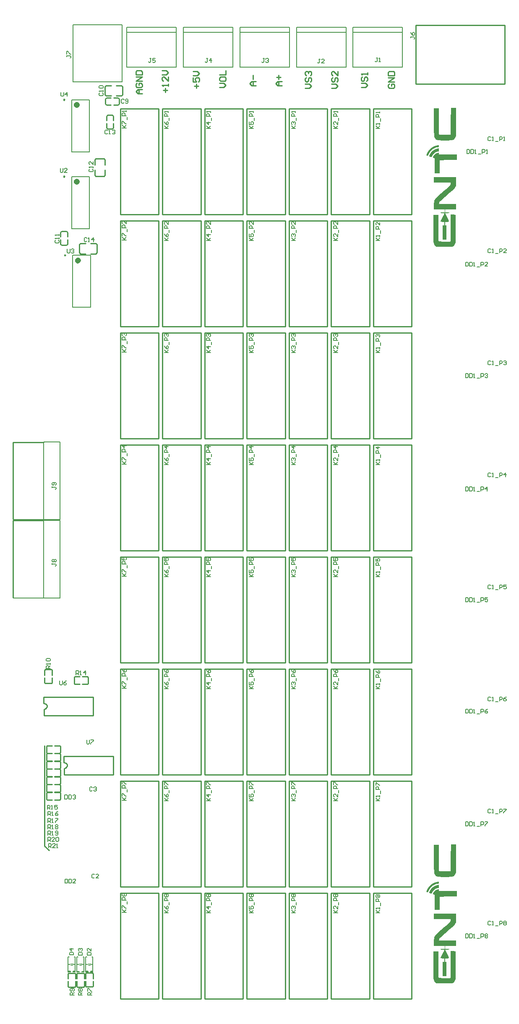
<source format=gto>
G04*
G04 #@! TF.GenerationSoftware,Altium Limited,Altium Designer,20.0.2 (26)*
G04*
G04 Layer_Color=65535*
%FSLAX25Y25*%
%MOIN*%
G70*
G01*
G75*
%ADD10C,0.01000*%
%ADD11C,0.00984*%
%ADD12C,0.02362*%
%ADD13C,0.00591*%
%ADD14C,0.00394*%
%ADD15C,0.00787*%
%ADD16C,0.00600*%
G36*
X317943Y-650614D02*
X317946Y-651262D01*
X317949Y-651893D01*
X317951Y-652506D01*
X317953Y-653103D01*
X317954Y-653683D01*
X317954Y-654246D01*
X317954Y-654791D01*
X317953Y-655318D01*
X317952Y-655829D01*
X317950Y-656321D01*
X317947Y-656796D01*
X317943Y-657252D01*
X317939Y-657690D01*
X317935Y-658111D01*
X317929Y-658512D01*
X317923Y-658896D01*
X317917Y-659260D01*
X317910Y-659606D01*
X317902Y-659933D01*
X317893Y-660241D01*
X317884Y-660530D01*
X317875Y-660799D01*
X317864Y-661049D01*
X317854Y-661279D01*
X317842Y-661490D01*
X317830Y-661681D01*
X317818Y-661852D01*
X317804Y-662003D01*
X317791Y-662134D01*
X317776Y-662245D01*
X317761Y-662335D01*
X317745Y-662404D01*
X317731Y-662455D01*
X317715Y-662508D01*
X317697Y-662562D01*
X317678Y-662617D01*
X317657Y-662674D01*
X317634Y-662732D01*
X317610Y-662790D01*
X317585Y-662850D01*
X317558Y-662910D01*
X317530Y-662971D01*
X317502Y-663033D01*
X317472Y-663094D01*
X317440Y-663156D01*
X317408Y-663219D01*
X317375Y-663281D01*
X317341Y-663343D01*
X317307Y-663405D01*
X317271Y-663467D01*
X317235Y-663528D01*
X317199Y-663588D01*
X317162Y-663648D01*
X317124Y-663708D01*
X317086Y-663766D01*
X317048Y-663823D01*
X317010Y-663879D01*
X316971Y-663934D01*
X316932Y-663988D01*
X316893Y-664040D01*
X316854Y-664090D01*
X316815Y-664139D01*
X316776Y-664186D01*
X316738Y-664231D01*
X315992Y-665082D01*
X314745Y-665350D01*
X314666Y-665366D01*
X314577Y-665381D01*
X314480Y-665396D01*
X314374Y-665410D01*
X314260Y-665424D01*
X314138Y-665438D01*
X314009Y-665451D01*
X313873Y-665463D01*
X313729Y-665475D01*
X313579Y-665486D01*
X313423Y-665497D01*
X313260Y-665508D01*
X313092Y-665518D01*
X312918Y-665527D01*
X312739Y-665536D01*
X312555Y-665544D01*
X312366Y-665552D01*
X312173Y-665559D01*
X311976Y-665566D01*
X311775Y-665573D01*
X311571Y-665579D01*
X311364Y-665584D01*
X311154Y-665589D01*
X310941Y-665593D01*
X310725Y-665597D01*
X310508Y-665601D01*
X310289Y-665603D01*
X310069Y-665606D01*
X309847Y-665608D01*
X309625Y-665609D01*
X309402Y-665610D01*
X309178Y-665610D01*
X308955Y-665610D01*
X308732Y-665610D01*
X308510Y-665609D01*
X308288Y-665607D01*
X308068Y-665605D01*
X307849Y-665602D01*
X307631Y-665599D01*
X307416Y-665595D01*
X307204Y-665591D01*
X306993Y-665586D01*
X306786Y-665581D01*
X306582Y-665576D01*
X306381Y-665569D01*
X306184Y-665563D01*
X305992Y-665555D01*
X305803Y-665548D01*
X305619Y-665540D01*
X305441Y-665531D01*
X305267Y-665522D01*
X305099Y-665512D01*
X304937Y-665502D01*
X304780Y-665491D01*
X304630Y-665480D01*
X304487Y-665468D01*
X304351Y-665456D01*
X304222Y-665443D01*
X304101Y-665430D01*
X303987Y-665416D01*
X303882Y-665402D01*
X303785Y-665387D01*
X303696Y-665371D01*
X303617Y-665356D01*
X302397Y-665093D01*
X301603Y-664272D01*
X301521Y-664185D01*
X301439Y-664092D01*
X301358Y-663996D01*
X301277Y-663896D01*
X301199Y-663794D01*
X301123Y-663690D01*
X301049Y-663584D01*
X300978Y-663479D01*
X300912Y-663375D01*
X300849Y-663271D01*
X300792Y-663170D01*
X300739Y-663072D01*
X300693Y-662978D01*
X300652Y-662888D01*
X300619Y-662804D01*
X300592Y-662726D01*
X300591Y-662721D01*
X300590Y-662716D01*
X300588Y-662710D01*
X300587Y-662704D01*
X300586Y-662697D01*
X300584Y-662690D01*
X300583Y-662682D01*
X300581Y-662674D01*
X300580Y-662666D01*
X300579Y-662657D01*
X300577Y-662648D01*
X300576Y-662638D01*
X300574Y-662628D01*
X300573Y-662617D01*
X300572Y-662606D01*
X300570Y-662595D01*
X300569Y-662583D01*
X300568Y-662571D01*
X300566Y-662558D01*
X300565Y-662545D01*
X300564Y-662531D01*
X300562Y-662517D01*
X300561Y-662503D01*
X300559Y-662488D01*
X300558Y-662473D01*
X300557Y-662457D01*
X300555Y-662441D01*
X300554Y-662425D01*
X300553Y-662408D01*
X300551Y-662391D01*
X300550Y-662373D01*
X300549Y-662355D01*
X300547Y-662336D01*
X300546Y-662318D01*
X300545Y-662298D01*
X300543Y-662279D01*
X300542Y-662259D01*
X300541Y-662238D01*
X300539Y-662217D01*
X300538Y-662196D01*
X300537Y-662175D01*
X300535Y-662153D01*
X300534Y-662130D01*
X300533Y-662107D01*
X300531Y-662084D01*
X300530Y-662061D01*
X300529Y-662037D01*
X300527Y-662012D01*
X300526Y-661988D01*
X300525Y-661963D01*
X300523Y-661937D01*
X300522Y-661911D01*
X300521Y-661885D01*
X300520Y-661859D01*
X300518Y-661832D01*
X300517Y-661805D01*
X300516Y-661777D01*
X300514Y-661749D01*
X300513Y-661721D01*
X300512Y-661692D01*
X300511Y-661663D01*
X300509Y-661633D01*
X300508Y-661604D01*
X300507Y-661573D01*
X300505Y-661543D01*
X300504Y-661512D01*
X300503Y-661481D01*
X300502Y-661449D01*
X300500Y-661417D01*
X300499Y-661385D01*
X300498Y-661352D01*
X300497Y-661319D01*
X300496Y-661286D01*
X300494Y-661253D01*
X300493Y-661219D01*
X300492Y-661184D01*
X300491Y-661150D01*
X300489Y-661115D01*
X300488Y-661079D01*
X300487Y-661044D01*
X300486Y-661008D01*
X300485Y-660971D01*
X300483Y-660935D01*
X300482Y-660898D01*
X300481Y-660861D01*
X300480Y-660823D01*
X300479Y-660785D01*
X300477Y-660747D01*
X300476Y-660708D01*
X300475Y-660669D01*
X300474Y-660630D01*
X300473Y-660591D01*
X300471Y-660551D01*
X300470Y-660511D01*
X300469Y-660470D01*
X300468Y-660429D01*
X300467Y-660388D01*
X300466Y-660347D01*
X300465Y-660305D01*
X300464Y-660263D01*
X300462Y-660221D01*
X300461Y-660179D01*
X300460Y-660136D01*
X300459Y-660092D01*
X300458Y-660049D01*
X300457Y-660005D01*
X300456Y-659961D01*
X300454Y-659917D01*
X300453Y-659872D01*
X300452Y-659827D01*
X300451Y-659782D01*
X300450Y-659737D01*
X300449Y-659691D01*
X300448Y-659645D01*
X300447Y-659598D01*
X300446Y-659552D01*
X300445Y-659505D01*
X300444Y-659458D01*
X300443Y-659410D01*
X300442Y-659363D01*
X300441Y-659315D01*
X300440Y-659267D01*
X300438Y-659218D01*
X300437Y-659169D01*
X300436Y-659120D01*
X300435Y-659071D01*
X300434Y-659021D01*
X300433Y-658971D01*
X300432Y-658921D01*
X300431Y-658871D01*
X300430Y-658820D01*
X300429Y-658770D01*
X300428Y-658718D01*
X300427Y-658667D01*
X300427Y-658615D01*
X300426Y-658564D01*
X300425Y-658511D01*
X300424Y-658459D01*
X300423Y-658406D01*
X300422Y-658354D01*
X300421Y-658300D01*
X300420Y-658247D01*
X300419Y-658193D01*
X300418Y-658140D01*
X300417Y-658086D01*
X300416Y-658031D01*
X300415Y-657977D01*
X300414Y-657922D01*
X300413Y-657867D01*
X300412Y-657812D01*
X300412Y-657756D01*
X300411Y-657701D01*
X300410Y-657645D01*
X300409Y-657589D01*
X300408Y-657532D01*
X300407Y-657476D01*
X300406Y-657419D01*
X300406Y-657362D01*
X300405Y-657305D01*
X300404Y-657247D01*
X300403Y-657190D01*
X300402Y-657132D01*
X300401Y-657074D01*
X300400Y-657016D01*
X300400Y-656957D01*
X300399Y-656899D01*
X300398Y-656840D01*
X300397Y-656781D01*
X300396Y-656721D01*
X300396Y-656662D01*
X300395Y-656602D01*
X300394Y-656542D01*
X300393Y-656482D01*
X300393Y-656422D01*
X300392Y-656361D01*
X300391Y-656301D01*
X300390Y-656240D01*
X300390Y-656179D01*
X300389Y-656118D01*
X300388Y-656056D01*
X300388Y-655995D01*
X300387Y-655933D01*
X300386Y-655871D01*
X300385Y-655809D01*
X300385Y-655747D01*
X300384Y-655684D01*
X300383Y-655622D01*
X300383Y-655559D01*
X300382Y-655496D01*
X300381Y-655433D01*
X300381Y-655369D01*
X300380Y-655306D01*
X300379Y-655242D01*
X300379Y-655178D01*
X300378Y-655115D01*
X300378Y-655050D01*
X300377Y-654986D01*
X300377Y-654922D01*
X300376Y-654857D01*
X300375Y-654792D01*
X300375Y-654727D01*
X300374Y-654662D01*
X300374Y-654597D01*
X300373Y-654531D01*
X300373Y-654466D01*
X300372Y-654400D01*
X300371Y-654334D01*
X300371Y-654269D01*
X300370Y-654203D01*
X300370Y-654136D01*
X300369Y-654070D01*
X300369Y-654003D01*
X300368Y-653937D01*
X300368Y-653870D01*
X300367Y-653803D01*
X300367Y-653736D01*
X300366Y-653669D01*
X300366Y-653601D01*
X300366Y-653534D01*
X300365Y-653466D01*
X300365Y-653399D01*
X300364Y-653331D01*
X300364Y-653263D01*
X300363Y-653195D01*
X300363Y-653127D01*
X300363Y-653058D01*
X300362Y-652990D01*
X300362Y-652922D01*
X300362Y-652853D01*
X300361Y-652784D01*
X300361Y-652715D01*
X300360Y-652646D01*
X300360Y-652577D01*
X300360Y-652508D01*
X300360Y-652439D01*
X300359Y-652369D01*
X300359Y-652300D01*
X300359Y-652230D01*
X300358Y-652161D01*
X300358Y-652091D01*
X300358Y-652021D01*
X300358Y-651951D01*
X300357Y-651881D01*
X300357Y-651811D01*
X300357Y-651741D01*
X300357Y-651670D01*
X300356Y-651600D01*
X300356Y-651530D01*
X300356Y-651459D01*
X300356Y-651388D01*
X300356Y-651318D01*
X300355Y-651247D01*
X300355Y-651176D01*
X300355Y-651105D01*
X300355Y-651034D01*
X300355Y-650963D01*
X300333Y-639925D01*
X304315D01*
Y-650104D01*
Y-660284D01*
X304627Y-660712D01*
X304940Y-661140D01*
X309293Y-661072D01*
X313647Y-661003D01*
X313772Y-650401D01*
X313896Y-639800D01*
X317878D01*
X317943Y-650614D01*
D02*
G37*
G36*
X304315Y-670057D02*
Y-670798D01*
X303755Y-670949D01*
X303695Y-670964D01*
X303631Y-670979D01*
X303563Y-670993D01*
X303492Y-671007D01*
X303419Y-671021D01*
X303344Y-671033D01*
X303268Y-671045D01*
X303191Y-671056D01*
X303114Y-671066D01*
X303037Y-671075D01*
X302961Y-671083D01*
X302887Y-671089D01*
X302816Y-671095D01*
X302747Y-671099D01*
X302681Y-671101D01*
X302620Y-671102D01*
X302574Y-671103D01*
X302526Y-671106D01*
X302477Y-671111D01*
X302426Y-671117D01*
X302373Y-671125D01*
X302318Y-671135D01*
X302262Y-671146D01*
X302205Y-671158D01*
X302146Y-671173D01*
X302085Y-671188D01*
X302024Y-671206D01*
X301961Y-671224D01*
X301896Y-671244D01*
X301831Y-671266D01*
X301764Y-671288D01*
X301697Y-671312D01*
X301628Y-671338D01*
X301559Y-671364D01*
X301488Y-671392D01*
X301417Y-671421D01*
X301345Y-671452D01*
X301272Y-671483D01*
X301198Y-671516D01*
X301124Y-671550D01*
X301049Y-671584D01*
X300974Y-671620D01*
X300898Y-671657D01*
X300822Y-671695D01*
X300745Y-671733D01*
X300668Y-671773D01*
X300591Y-671814D01*
X300513Y-671855D01*
X300436Y-671897D01*
X300358Y-671940D01*
X300280Y-671984D01*
X300202Y-672029D01*
X300125Y-672074D01*
X300047Y-672120D01*
X299970Y-672167D01*
X299892Y-672214D01*
X299816Y-672262D01*
X299739Y-672310D01*
X299663Y-672360D01*
X299587Y-672409D01*
X299511Y-672459D01*
X299437Y-672510D01*
X299362Y-672561D01*
X299289Y-672612D01*
X299216Y-672664D01*
X299144Y-672716D01*
X299072Y-672768D01*
X299002Y-672821D01*
X298932Y-672874D01*
X298864Y-672927D01*
X298796Y-672980D01*
X298730Y-673034D01*
X298664Y-673087D01*
X298600Y-673141D01*
X298537Y-673195D01*
X298475Y-673249D01*
X298415Y-673303D01*
X298356Y-673357D01*
X298299Y-673411D01*
X298243Y-673465D01*
X298184Y-673522D01*
X298125Y-673583D01*
X298065Y-673647D01*
X298003Y-673715D01*
X297940Y-673785D01*
X297877Y-673857D01*
X297813Y-673933D01*
X297748Y-674010D01*
X297683Y-674090D01*
X297618Y-674172D01*
X297552Y-674255D01*
X297486Y-674341D01*
X297421Y-674428D01*
X297355Y-674515D01*
X297289Y-674605D01*
X297224Y-674695D01*
X297160Y-674786D01*
X297096Y-674878D01*
X297033Y-674970D01*
X296971Y-675062D01*
X296910Y-675155D01*
X296850Y-675247D01*
X296791Y-675340D01*
X296734Y-675431D01*
X296678Y-675523D01*
X296623Y-675613D01*
X296571Y-675703D01*
X296520Y-675792D01*
X296471Y-675879D01*
X296425Y-675965D01*
X296380Y-676049D01*
X296338Y-676132D01*
X296178Y-676451D01*
X296027Y-676751D01*
X295889Y-677025D01*
X295766Y-677266D01*
X295663Y-677468D01*
X295582Y-677623D01*
X295527Y-677726D01*
X295502Y-677769D01*
X295495Y-677773D01*
X295482Y-677776D01*
X295465Y-677778D01*
X295442Y-677778D01*
X295415Y-677776D01*
X295384Y-677773D01*
X295349Y-677769D01*
X295310Y-677763D01*
X295269Y-677757D01*
X295224Y-677748D01*
X295176Y-677739D01*
X295127Y-677729D01*
X295075Y-677717D01*
X295021Y-677705D01*
X294966Y-677692D01*
X294910Y-677677D01*
X294879Y-677669D01*
X294849Y-677661D01*
X294820Y-677652D01*
X294792Y-677643D01*
X294764Y-677634D01*
X294738Y-677625D01*
X294713Y-677616D01*
X294689Y-677606D01*
X294666Y-677597D01*
X294644Y-677587D01*
X294622Y-677576D01*
X294602Y-677565D01*
X294583Y-677554D01*
X294564Y-677542D01*
X294547Y-677530D01*
X294531Y-677518D01*
X294515Y-677504D01*
X294501Y-677491D01*
X294487Y-677477D01*
X294475Y-677462D01*
X294463Y-677447D01*
X294453Y-677431D01*
X294443Y-677414D01*
X294434Y-677397D01*
X294427Y-677379D01*
X294420Y-677360D01*
X294414Y-677341D01*
X294409Y-677321D01*
X294406Y-677300D01*
X294403Y-677278D01*
X294401Y-677255D01*
X294400Y-677231D01*
X294400Y-677207D01*
X294401Y-677181D01*
X294403Y-677155D01*
X294406Y-677128D01*
X294410Y-677099D01*
X294415Y-677070D01*
X294421Y-677039D01*
X294427Y-677007D01*
X294435Y-676975D01*
X294444Y-676941D01*
X294453Y-676906D01*
X294464Y-676869D01*
X294476Y-676832D01*
X294488Y-676793D01*
X294502Y-676753D01*
X294516Y-676712D01*
X294531Y-676669D01*
X294548Y-676625D01*
X294565Y-676580D01*
X294583Y-676533D01*
X294602Y-676485D01*
X294623Y-676435D01*
X294644Y-676384D01*
X294666Y-676331D01*
X294689Y-676277D01*
X294713Y-676221D01*
X294738Y-676163D01*
X294764Y-676104D01*
X294791Y-676044D01*
X294818Y-675981D01*
X294847Y-675917D01*
X294877Y-675852D01*
X294914Y-675771D01*
X294951Y-675691D01*
X294989Y-675611D01*
X295027Y-675532D01*
X295066Y-675453D01*
X295106Y-675375D01*
X295145Y-675297D01*
X295186Y-675219D01*
X295227Y-675142D01*
X295269Y-675066D01*
X295311Y-674990D01*
X295353Y-674914D01*
X295396Y-674838D01*
X295440Y-674763D01*
X295484Y-674689D01*
X295529Y-674615D01*
X295574Y-674541D01*
X295619Y-674468D01*
X295666Y-674396D01*
X295712Y-674323D01*
X295759Y-674252D01*
X295807Y-674180D01*
X295855Y-674109D01*
X295904Y-674039D01*
X295953Y-673969D01*
X296002Y-673899D01*
X296052Y-673830D01*
X296103Y-673762D01*
X296154Y-673694D01*
X296205Y-673626D01*
X296257Y-673559D01*
X296310Y-673492D01*
X296363Y-673426D01*
X296416Y-673360D01*
X296470Y-673294D01*
X296525Y-673230D01*
X296579Y-673165D01*
X296635Y-673101D01*
X296690Y-673038D01*
X296747Y-672975D01*
X296803Y-672912D01*
X296860Y-672851D01*
X296918Y-672789D01*
X296976Y-672728D01*
X297035Y-672667D01*
X297093Y-672607D01*
X297153Y-672548D01*
X297213Y-672489D01*
X297273Y-672430D01*
X297334Y-672372D01*
X297395Y-672315D01*
X297456Y-672257D01*
X297518Y-672201D01*
X297581Y-672145D01*
X297643Y-672089D01*
X297707Y-672034D01*
X297771Y-671979D01*
X297835Y-671925D01*
X297899Y-671872D01*
X297964Y-671819D01*
X298030Y-671766D01*
X298095Y-671714D01*
X298162Y-671663D01*
X298228Y-671612D01*
X298295Y-671561D01*
X298363Y-671511D01*
X298431Y-671462D01*
X298499Y-671413D01*
X298568Y-671364D01*
X298637Y-671316D01*
X298706Y-671269D01*
X298776Y-671222D01*
X298846Y-671176D01*
X298917Y-671130D01*
X298988Y-671085D01*
X299059Y-671040D01*
X299131Y-670996D01*
X299203Y-670953D01*
X299276Y-670909D01*
X299349Y-670867D01*
X299422Y-670825D01*
X299496Y-670783D01*
X299570Y-670743D01*
X299644Y-670702D01*
X299719Y-670662D01*
X299794Y-670623D01*
X299870Y-670584D01*
X299946Y-670546D01*
X300022Y-670508D01*
X300099Y-670471D01*
X300176Y-670435D01*
X300253Y-670399D01*
X300331Y-670364D01*
X300409Y-670329D01*
X300487Y-670294D01*
X300566Y-670261D01*
X300645Y-670227D01*
X300725Y-670195D01*
X300804Y-670163D01*
X300884Y-670131D01*
X300965Y-670101D01*
X301046Y-670070D01*
X301127Y-670041D01*
X301208Y-670011D01*
X301290Y-669983D01*
X301372Y-669955D01*
X301454Y-669928D01*
X301537Y-669901D01*
X301620Y-669874D01*
X301704Y-669849D01*
X301787Y-669824D01*
X301871Y-669799D01*
X301956Y-669775D01*
X302041Y-669752D01*
X302126Y-669729D01*
X302211Y-669707D01*
X302296Y-669686D01*
X302382Y-669665D01*
X302468Y-669644D01*
X302555Y-669625D01*
X302642Y-669606D01*
X302729Y-669587D01*
X302816Y-669569D01*
X302904Y-669552D01*
X302992Y-669535D01*
X303080Y-669519D01*
X303169Y-669504D01*
X303257Y-669489D01*
X304315Y-669316D01*
Y-670057D01*
D02*
G37*
G36*
Y-673062D02*
Y-674292D01*
X303216Y-674457D01*
X303150Y-674468D01*
X303084Y-674479D01*
X303018Y-674493D01*
X302952Y-674507D01*
X302886Y-674523D01*
X302819Y-674540D01*
X302753Y-674558D01*
X302686Y-674578D01*
X302619Y-674598D01*
X302553Y-674620D01*
X302486Y-674643D01*
X302419Y-674668D01*
X302352Y-674693D01*
X302285Y-674720D01*
X302218Y-674748D01*
X302151Y-674777D01*
X302084Y-674807D01*
X302017Y-674838D01*
X301951Y-674870D01*
X301884Y-674904D01*
X301818Y-674938D01*
X301752Y-674974D01*
X301686Y-675011D01*
X301620Y-675048D01*
X301554Y-675087D01*
X301488Y-675127D01*
X301423Y-675167D01*
X301358Y-675209D01*
X301294Y-675252D01*
X301229Y-675295D01*
X301165Y-675340D01*
X301101Y-675386D01*
X301038Y-675432D01*
X300975Y-675479D01*
X300912Y-675528D01*
X300850Y-675577D01*
X300787Y-675627D01*
X300726Y-675678D01*
X300665Y-675730D01*
X300604Y-675782D01*
X300544Y-675836D01*
X300485Y-675890D01*
X300426Y-675945D01*
X300367Y-676000D01*
X300309Y-676057D01*
X300252Y-676114D01*
X300195Y-676172D01*
X300138Y-676231D01*
X300083Y-676291D01*
X300028Y-676351D01*
X299974Y-676412D01*
X299920Y-676474D01*
X299867Y-676536D01*
X299815Y-676599D01*
X299763Y-676662D01*
X299712Y-676726D01*
X299662Y-676791D01*
X299613Y-676857D01*
X299565Y-676923D01*
X299517Y-676989D01*
X299470Y-677057D01*
X299425Y-677124D01*
X299379Y-677193D01*
X299335Y-677261D01*
X299188Y-677497D01*
X299047Y-677726D01*
X298917Y-677944D01*
X298799Y-678144D01*
X298698Y-678322D01*
X298617Y-678470D01*
X298559Y-678584D01*
X298527Y-678658D01*
X298521Y-678672D01*
X298514Y-678685D01*
X298504Y-678697D01*
X298493Y-678708D01*
X298480Y-678718D01*
X298465Y-678727D01*
X298448Y-678734D01*
X298430Y-678741D01*
X298410Y-678746D01*
X298388Y-678751D01*
X298365Y-678754D01*
X298340Y-678756D01*
X298313Y-678757D01*
X298285Y-678757D01*
X298255Y-678756D01*
X298223Y-678754D01*
X298191Y-678751D01*
X298156Y-678747D01*
X298120Y-678741D01*
X298082Y-678735D01*
X298043Y-678727D01*
X298003Y-678719D01*
X297961Y-678709D01*
X297918Y-678698D01*
X297873Y-678686D01*
X297827Y-678674D01*
X297779Y-678659D01*
X297731Y-678645D01*
X297680Y-678628D01*
X297629Y-678611D01*
X297576Y-678593D01*
X297522Y-678574D01*
X297337Y-678503D01*
X297164Y-678428D01*
X297008Y-678353D01*
X296871Y-678278D01*
X296758Y-678207D01*
X296673Y-678142D01*
X296619Y-678085D01*
X296600Y-678038D01*
X296601Y-678013D01*
X296604Y-677987D01*
X296607Y-677958D01*
X296613Y-677928D01*
X296620Y-677895D01*
X296628Y-677861D01*
X296638Y-677825D01*
X296649Y-677787D01*
X296662Y-677747D01*
X296676Y-677706D01*
X296691Y-677663D01*
X296707Y-677619D01*
X296725Y-677573D01*
X296744Y-677526D01*
X296764Y-677477D01*
X296785Y-677427D01*
X296807Y-677376D01*
X296830Y-677324D01*
X296854Y-677270D01*
X296880Y-677215D01*
X296906Y-677160D01*
X296933Y-677103D01*
X296961Y-677046D01*
X296990Y-676988D01*
X297020Y-676929D01*
X297051Y-676869D01*
X297082Y-676808D01*
X297114Y-676747D01*
X297147Y-676686D01*
X297181Y-676624D01*
X297215Y-676561D01*
X297250Y-676498D01*
X297285Y-676435D01*
X297321Y-676372D01*
X297357Y-676308D01*
X297394Y-676244D01*
X297431Y-676180D01*
X297469Y-676117D01*
X297507Y-676053D01*
X297546Y-675989D01*
X297585Y-675925D01*
X297624Y-675862D01*
X297663Y-675799D01*
X297703Y-675736D01*
X297742Y-675673D01*
X297782Y-675611D01*
X297822Y-675550D01*
X297863Y-675489D01*
X297903Y-675429D01*
X297943Y-675369D01*
X297983Y-675310D01*
X298024Y-675252D01*
X298064Y-675195D01*
X298104Y-675138D01*
X298144Y-675083D01*
X298183Y-675028D01*
X298223Y-674975D01*
X298262Y-674923D01*
X298301Y-674872D01*
X298340Y-674822D01*
X298378Y-674774D01*
X298416Y-674727D01*
X298454Y-674681D01*
X298491Y-674637D01*
X298536Y-674586D01*
X298583Y-674534D01*
X298632Y-674482D01*
X298683Y-674430D01*
X298736Y-674378D01*
X298790Y-674326D01*
X298847Y-674273D01*
X298905Y-674220D01*
X298965Y-674168D01*
X299027Y-674115D01*
X299090Y-674062D01*
X299155Y-674009D01*
X299221Y-673957D01*
X299289Y-673904D01*
X299358Y-673852D01*
X299429Y-673799D01*
X299501Y-673747D01*
X299574Y-673695D01*
X299648Y-673643D01*
X299724Y-673591D01*
X299800Y-673540D01*
X299878Y-673489D01*
X299956Y-673438D01*
X300036Y-673388D01*
X300116Y-673338D01*
X300197Y-673288D01*
X300279Y-673239D01*
X300362Y-673190D01*
X300445Y-673142D01*
X300529Y-673095D01*
X300614Y-673047D01*
X300699Y-673001D01*
X300785Y-672955D01*
X300871Y-672910D01*
X300957Y-672865D01*
X301044Y-672821D01*
X301131Y-672778D01*
X301218Y-672735D01*
X301305Y-672694D01*
X301392Y-672653D01*
X301480Y-672613D01*
X301567Y-672574D01*
X301654Y-672535D01*
X301742Y-672498D01*
X301829Y-672462D01*
X301915Y-672426D01*
X302002Y-672392D01*
X302088Y-672358D01*
X302174Y-672326D01*
X302259Y-672295D01*
X302344Y-672265D01*
X302429Y-672236D01*
X302513Y-672208D01*
X302596Y-672181D01*
X302679Y-672156D01*
X302760Y-672132D01*
X302841Y-672109D01*
X302922Y-672087D01*
X303001Y-672067D01*
X303079Y-672048D01*
X303156Y-672031D01*
X303233Y-672015D01*
X303308Y-672001D01*
X303382Y-671987D01*
X304315Y-671832D01*
Y-673062D01*
D02*
G37*
G36*
X303902Y-675374D02*
X303952Y-675380D01*
X303999Y-675391D01*
X304042Y-675405D01*
X304082Y-675423D01*
X304118Y-675445D01*
X304152Y-675472D01*
X304183Y-675502D01*
X304211Y-675536D01*
X304236Y-675575D01*
X304259Y-675617D01*
X304279Y-675664D01*
X304298Y-675715D01*
X304314Y-675770D01*
X304328Y-675829D01*
X304341Y-675893D01*
X304351Y-675960D01*
X304361Y-676032D01*
X304439Y-676718D01*
X311470Y-676785D01*
X318500Y-676851D01*
Y-678963D01*
Y-681076D01*
X311719Y-681142D01*
X304937Y-681208D01*
X304870Y-686384D01*
X304803Y-691561D01*
X300831D01*
Y-685693D01*
Y-679826D01*
X300209Y-679542D01*
X300144Y-679511D01*
X300082Y-679482D01*
X300025Y-679453D01*
X299971Y-679425D01*
X299922Y-679397D01*
X299876Y-679369D01*
X299834Y-679341D01*
X299796Y-679313D01*
X299762Y-679285D01*
X299731Y-679256D01*
X299704Y-679226D01*
X299681Y-679196D01*
X299661Y-679164D01*
X299645Y-679132D01*
X299633Y-679098D01*
X299624Y-679062D01*
X299619Y-679025D01*
X299617Y-678985D01*
X299619Y-678944D01*
X299624Y-678900D01*
X299632Y-678854D01*
X299644Y-678806D01*
X299659Y-678755D01*
X299677Y-678700D01*
X299699Y-678643D01*
X299724Y-678582D01*
X299752Y-678518D01*
X299783Y-678451D01*
X299817Y-678379D01*
X299854Y-678304D01*
X299894Y-678224D01*
X299938Y-678140D01*
X299962Y-678095D01*
X299987Y-678050D01*
X300012Y-678005D01*
X300039Y-677960D01*
X300066Y-677915D01*
X300094Y-677870D01*
X300123Y-677825D01*
X300153Y-677780D01*
X300183Y-677735D01*
X300215Y-677690D01*
X300247Y-677645D01*
X300280Y-677600D01*
X300313Y-677556D01*
X300347Y-677511D01*
X300382Y-677467D01*
X300418Y-677423D01*
X300454Y-677379D01*
X300491Y-677335D01*
X300529Y-677291D01*
X300567Y-677248D01*
X300605Y-677204D01*
X300645Y-677161D01*
X300684Y-677118D01*
X300725Y-677076D01*
X300766Y-677034D01*
X300807Y-676992D01*
X300850Y-676950D01*
X300892Y-676908D01*
X300935Y-676867D01*
X300978Y-676827D01*
X301022Y-676786D01*
X301067Y-676746D01*
X301112Y-676706D01*
X301157Y-676667D01*
X301202Y-676628D01*
X301248Y-676590D01*
X301294Y-676552D01*
X301341Y-676514D01*
X301388Y-676477D01*
X301435Y-676440D01*
X301483Y-676404D01*
X301531Y-676368D01*
X301579Y-676333D01*
X301628Y-676298D01*
X301676Y-676264D01*
X301725Y-676230D01*
X301774Y-676197D01*
X301823Y-676165D01*
X301873Y-676133D01*
X301923Y-676102D01*
X301973Y-676071D01*
X302022Y-676041D01*
X302073Y-676012D01*
X302123Y-675983D01*
X302173Y-675955D01*
X302223Y-675927D01*
X302274Y-675900D01*
X302324Y-675874D01*
X302375Y-675849D01*
X302425Y-675824D01*
X302476Y-675801D01*
X302526Y-675778D01*
X302577Y-675755D01*
X302627Y-675734D01*
X302747Y-675684D01*
X302862Y-675638D01*
X302971Y-675595D01*
X303075Y-675556D01*
X303173Y-675521D01*
X303267Y-675490D01*
X303355Y-675462D01*
X303439Y-675437D01*
X303518Y-675417D01*
X303592Y-675400D01*
X303663Y-675387D01*
X303729Y-675378D01*
X303790Y-675373D01*
X303848Y-675372D01*
X303902Y-675374D01*
D02*
G37*
G36*
X317964Y-698233D02*
X317878Y-701663D01*
X317251Y-702785D01*
X316625Y-703906D01*
X310961Y-708787D01*
X310383Y-709287D01*
X309817Y-709778D01*
X309267Y-710257D01*
X308735Y-710721D01*
X308226Y-711168D01*
X307742Y-711595D01*
X307286Y-712000D01*
X306861Y-712378D01*
X306471Y-712729D01*
X306118Y-713048D01*
X305805Y-713334D01*
X305536Y-713583D01*
X305313Y-713792D01*
X305140Y-713960D01*
X305020Y-714083D01*
X304956Y-714158D01*
X304921Y-714211D01*
X304886Y-714269D01*
X304851Y-714331D01*
X304817Y-714396D01*
X304783Y-714465D01*
X304750Y-714537D01*
X304719Y-714610D01*
X304689Y-714685D01*
X304661Y-714760D01*
X304634Y-714836D01*
X304610Y-714911D01*
X304588Y-714986D01*
X304568Y-715059D01*
X304551Y-715130D01*
X304538Y-715199D01*
X304527Y-715264D01*
X304439Y-715882D01*
X311221Y-715948D01*
X318002Y-716014D01*
Y-718131D01*
Y-720247D01*
X309292D01*
Y-721494D01*
Y-722742D01*
X311034D01*
X311395Y-722747D01*
X311726Y-722760D01*
X312023Y-722783D01*
X312279Y-722813D01*
X312488Y-722850D01*
X312644Y-722892D01*
X312742Y-722939D01*
X312776Y-722991D01*
X312774Y-723004D01*
X312768Y-723017D01*
X312757Y-723030D01*
X312742Y-723043D01*
X312723Y-723055D01*
X312701Y-723067D01*
X312674Y-723079D01*
X312644Y-723090D01*
X312610Y-723101D01*
X312573Y-723112D01*
X312532Y-723123D01*
X312488Y-723133D01*
X312440Y-723142D01*
X312389Y-723152D01*
X312335Y-723161D01*
X312279Y-723169D01*
X312219Y-723177D01*
X312156Y-723185D01*
X312091Y-723192D01*
X312023Y-723199D01*
X311952Y-723206D01*
X311879Y-723211D01*
X311804Y-723217D01*
X311726Y-723222D01*
X311647Y-723226D01*
X311565Y-723230D01*
X311481Y-723233D01*
X311395Y-723236D01*
X311307Y-723238D01*
X311218Y-723239D01*
X311127Y-723240D01*
X311034Y-723241D01*
X310684Y-723243D01*
X310358Y-723251D01*
X310062Y-723263D01*
X309804Y-723278D01*
X309591Y-723297D01*
X309430Y-723319D01*
X309328Y-723343D01*
X309292Y-723369D01*
X309293Y-723373D01*
X309294Y-723380D01*
X309297Y-723388D01*
X309300Y-723399D01*
X309305Y-723411D01*
X309311Y-723426D01*
X309317Y-723442D01*
X309325Y-723461D01*
X309334Y-723481D01*
X309343Y-723503D01*
X309354Y-723527D01*
X309365Y-723553D01*
X309377Y-723581D01*
X309391Y-723610D01*
X309405Y-723641D01*
X309420Y-723674D01*
X309436Y-723708D01*
X309452Y-723745D01*
X309470Y-723782D01*
X309488Y-723822D01*
X309507Y-723863D01*
X309527Y-723905D01*
X309548Y-723949D01*
X309569Y-723995D01*
X309592Y-724042D01*
X309615Y-724090D01*
X309638Y-724140D01*
X309663Y-724192D01*
X309688Y-724244D01*
X309714Y-724298D01*
X309740Y-724353D01*
X309767Y-724410D01*
X309795Y-724468D01*
X309823Y-724527D01*
X309853Y-724587D01*
X309882Y-724648D01*
X309913Y-724711D01*
X309944Y-724775D01*
X309975Y-724839D01*
X310007Y-724905D01*
X310039Y-724972D01*
X310073Y-725040D01*
X310106Y-725108D01*
X310140Y-725178D01*
X310175Y-725249D01*
X310210Y-725320D01*
X310246Y-725393D01*
X310282Y-725466D01*
X310318Y-725540D01*
X310355Y-725615D01*
X310392Y-725691D01*
X310430Y-725768D01*
X310468Y-725845D01*
X310507Y-725923D01*
X310546Y-726001D01*
X310585Y-726080D01*
X310624Y-726160D01*
X310664Y-726240D01*
X310704Y-726321D01*
X310745Y-726403D01*
X310786Y-726484D01*
X310827Y-726567D01*
X310868Y-726650D01*
X310910Y-726733D01*
X311235Y-727385D01*
X311538Y-727999D01*
X311812Y-728561D01*
X312052Y-729056D01*
X312250Y-729471D01*
X312400Y-729792D01*
X312494Y-730005D01*
X312527Y-730097D01*
X312525Y-730103D01*
X312519Y-730110D01*
X312509Y-730116D01*
X312494Y-730123D01*
X312476Y-730129D01*
X312454Y-730135D01*
X312429Y-730141D01*
X312400Y-730147D01*
X312367Y-730152D01*
X312331Y-730158D01*
X312292Y-730163D01*
X312250Y-730168D01*
X312205Y-730173D01*
X312157Y-730178D01*
X312106Y-730183D01*
X312052Y-730187D01*
X311996Y-730192D01*
X311937Y-730196D01*
X311876Y-730199D01*
X311812Y-730203D01*
X311747Y-730206D01*
X311679Y-730209D01*
X311609Y-730212D01*
X311538Y-730215D01*
X311464Y-730217D01*
X311389Y-730219D01*
X311313Y-730221D01*
X311235Y-730222D01*
X311155Y-730224D01*
X311074Y-730224D01*
X310993Y-730225D01*
X310910Y-730225D01*
X309292D01*
Y-731597D01*
Y-732969D01*
X310297D01*
X310230Y-738644D01*
X310163Y-744319D01*
X307426D01*
Y-738706D01*
Y-733094D01*
X307986Y-733014D01*
X308546Y-732934D01*
Y-731580D01*
Y-730225D01*
X307052D01*
X306746Y-730220D01*
X306463Y-730206D01*
X306209Y-730183D01*
X305989Y-730152D01*
X305809Y-730115D01*
X305674Y-730072D01*
X305589Y-730024D01*
X305559Y-729972D01*
X305560Y-729964D01*
X305561Y-729955D01*
X305564Y-729943D01*
X305567Y-729930D01*
X305572Y-729915D01*
X305577Y-729898D01*
X305584Y-729879D01*
X305591Y-729859D01*
X305599Y-729836D01*
X305608Y-729812D01*
X305619Y-729786D01*
X305629Y-729759D01*
X305641Y-729730D01*
X305654Y-729699D01*
X305667Y-729667D01*
X305682Y-729633D01*
X305697Y-729597D01*
X305713Y-729560D01*
X305730Y-729522D01*
X305747Y-729482D01*
X305766Y-729440D01*
X305785Y-729397D01*
X305805Y-729353D01*
X305825Y-729307D01*
X305847Y-729260D01*
X305869Y-729212D01*
X305892Y-729163D01*
X305915Y-729112D01*
X305939Y-729060D01*
X305964Y-729006D01*
X305989Y-728952D01*
X306015Y-728896D01*
X306042Y-728840D01*
X306069Y-728782D01*
X306097Y-728723D01*
X306126Y-728663D01*
X306155Y-728602D01*
X306185Y-728540D01*
X306215Y-728477D01*
X306245Y-728413D01*
X306277Y-728348D01*
X306309Y-728283D01*
X306341Y-728216D01*
X306374Y-728149D01*
X306407Y-728081D01*
X306440Y-728012D01*
X306475Y-727942D01*
X306509Y-727872D01*
X306544Y-727800D01*
X306580Y-727729D01*
X306615Y-727656D01*
X306652Y-727583D01*
X306688Y-727509D01*
X306725Y-727435D01*
X306763Y-727360D01*
X306800Y-727285D01*
X306838Y-727209D01*
X306876Y-727133D01*
X306915Y-727056D01*
X306954Y-726979D01*
X306993Y-726901D01*
X307032Y-726823D01*
X307072Y-726745D01*
X307112Y-726667D01*
X307271Y-726355D01*
X307426Y-726050D01*
X307576Y-725753D01*
X307722Y-725467D01*
X307861Y-725192D01*
X307993Y-724931D01*
X308118Y-724685D01*
X308234Y-724456D01*
X308340Y-724246D01*
X308436Y-724055D01*
X308521Y-723886D01*
X308594Y-723741D01*
X308655Y-723621D01*
X308701Y-723527D01*
X308734Y-723462D01*
X308750Y-723428D01*
X308752Y-723418D01*
X308750Y-723409D01*
X308743Y-723399D01*
X308732Y-723390D01*
X308716Y-723381D01*
X308696Y-723372D01*
X308672Y-723363D01*
X308645Y-723355D01*
X308613Y-723347D01*
X308577Y-723339D01*
X308539Y-723331D01*
X308496Y-723323D01*
X308450Y-723316D01*
X308401Y-723309D01*
X308348Y-723302D01*
X308293Y-723295D01*
X308235Y-723289D01*
X308173Y-723283D01*
X308109Y-723278D01*
X308042Y-723273D01*
X307973Y-723268D01*
X307901Y-723263D01*
X307827Y-723259D01*
X307751Y-723255D01*
X307673Y-723252D01*
X307592Y-723249D01*
X307510Y-723246D01*
X307426Y-723244D01*
X307340Y-723243D01*
X307252Y-723242D01*
X307164Y-723241D01*
X307073Y-723241D01*
X306708Y-723236D01*
X306372Y-723222D01*
X306072Y-723199D01*
X305813Y-723169D01*
X305602Y-723133D01*
X305444Y-723090D01*
X305345Y-723043D01*
X305311Y-722991D01*
X305313Y-722978D01*
X305319Y-722965D01*
X305330Y-722952D01*
X305345Y-722939D01*
X305363Y-722927D01*
X305386Y-722915D01*
X305413Y-722903D01*
X305443Y-722892D01*
X305477Y-722881D01*
X305514Y-722870D01*
X305555Y-722860D01*
X305599Y-722850D01*
X305647Y-722840D01*
X305697Y-722830D01*
X305751Y-722821D01*
X305808Y-722813D01*
X305868Y-722805D01*
X305931Y-722797D01*
X305996Y-722790D01*
X306064Y-722783D01*
X306134Y-722777D01*
X306207Y-722771D01*
X306283Y-722765D01*
X306360Y-722760D01*
X306440Y-722756D01*
X306522Y-722752D01*
X306606Y-722749D01*
X306692Y-722747D01*
X306780Y-722744D01*
X306869Y-722743D01*
X306960Y-722742D01*
X307052Y-722742D01*
X308794D01*
Y-721494D01*
Y-720247D01*
X300286D01*
X300372Y-716776D01*
X300458Y-713304D01*
X301215Y-712223D01*
X301225Y-712209D01*
X301236Y-712194D01*
X301248Y-712179D01*
X301260Y-712162D01*
X301273Y-712145D01*
X301288Y-712128D01*
X301302Y-712109D01*
X301318Y-712090D01*
X301335Y-712071D01*
X301352Y-712051D01*
X301370Y-712030D01*
X301388Y-712008D01*
X301408Y-711986D01*
X301428Y-711963D01*
X301449Y-711940D01*
X301470Y-711916D01*
X301493Y-711892D01*
X301516Y-711867D01*
X301540Y-711841D01*
X301564Y-711814D01*
X301589Y-711788D01*
X301615Y-711760D01*
X301642Y-711732D01*
X301669Y-711703D01*
X301697Y-711674D01*
X301725Y-711645D01*
X301754Y-711615D01*
X301784Y-711584D01*
X301815Y-711552D01*
X301846Y-711521D01*
X301878Y-711488D01*
X301910Y-711455D01*
X301943Y-711422D01*
X301977Y-711388D01*
X302011Y-711354D01*
X302046Y-711319D01*
X302081Y-711283D01*
X302117Y-711248D01*
X302154Y-711211D01*
X302191Y-711174D01*
X302229Y-711137D01*
X302268Y-711099D01*
X302306Y-711061D01*
X302346Y-711023D01*
X302386Y-710984D01*
X302427Y-710944D01*
X302468Y-710904D01*
X302509Y-710864D01*
X302552Y-710823D01*
X302594Y-710781D01*
X302638Y-710740D01*
X302681Y-710698D01*
X302726Y-710655D01*
X302770Y-710612D01*
X302816Y-710569D01*
X302861Y-710526D01*
X302908Y-710482D01*
X302955Y-710437D01*
X303002Y-710393D01*
X303049Y-710347D01*
X303098Y-710302D01*
X303146Y-710256D01*
X303195Y-710210D01*
X303245Y-710163D01*
X303294Y-710116D01*
X303345Y-710069D01*
X303396Y-710022D01*
X303447Y-709974D01*
X303498Y-709926D01*
X303550Y-709877D01*
X303603Y-709829D01*
X303656Y-709780D01*
X303709Y-709730D01*
X303762Y-709681D01*
X303816Y-709631D01*
X303871Y-709581D01*
X303925Y-709530D01*
X303980Y-709479D01*
X304036Y-709429D01*
X304091Y-709377D01*
X304148Y-709326D01*
X304204Y-709274D01*
X304261Y-709222D01*
X304318Y-709170D01*
X304375Y-709118D01*
X304433Y-709065D01*
X304491Y-709012D01*
X304549Y-708959D01*
X304608Y-708906D01*
X304667Y-708852D01*
X304726Y-708799D01*
X304785Y-708745D01*
X304845Y-708691D01*
X304905Y-708637D01*
X304965Y-708582D01*
X305026Y-708528D01*
X305087Y-708473D01*
X305148Y-708418D01*
X305209Y-708363D01*
X305271Y-708308D01*
X305332Y-708253D01*
X305394Y-708197D01*
X305456Y-708142D01*
X305519Y-708086D01*
X305581Y-708031D01*
X305644Y-707975D01*
X305707Y-707919D01*
X305770Y-707863D01*
X305834Y-707806D01*
X305897Y-707750D01*
X305961Y-707694D01*
X306025Y-707637D01*
X306088Y-707581D01*
X306153Y-707524D01*
X306217Y-707468D01*
X306281Y-707411D01*
X306346Y-707354D01*
X306410Y-707298D01*
X306475Y-707241D01*
X306540Y-707184D01*
X306605Y-707127D01*
X306670Y-707070D01*
X306735Y-707013D01*
X306801Y-706956D01*
X306866Y-706899D01*
X306932Y-706843D01*
X306997Y-706786D01*
X307063Y-706729D01*
X307593Y-706268D01*
X308096Y-705831D01*
X308571Y-705416D01*
X309020Y-705023D01*
X309442Y-704652D01*
X309840Y-704300D01*
X310213Y-703968D01*
X310563Y-703654D01*
X310890Y-703359D01*
X311194Y-703080D01*
X311477Y-702818D01*
X311740Y-702572D01*
X311982Y-702341D01*
X312205Y-702123D01*
X312410Y-701919D01*
X312597Y-701728D01*
X312767Y-701548D01*
X312920Y-701380D01*
X313058Y-701221D01*
X313181Y-701073D01*
X313291Y-700933D01*
X313386Y-700801D01*
X313469Y-700676D01*
X313541Y-700557D01*
X313601Y-700445D01*
X313650Y-700337D01*
X313691Y-700233D01*
X313722Y-700133D01*
X313745Y-700035D01*
X313760Y-699940D01*
X313769Y-699845D01*
X313772Y-699751D01*
Y-699044D01*
X300333D01*
Y-696924D01*
Y-694803D01*
X318050D01*
X317964Y-698233D01*
D02*
G37*
G36*
X315576Y-724540D02*
X317629Y-724613D01*
Y-735713D01*
Y-746813D01*
X317007Y-748044D01*
X316968Y-748119D01*
X316929Y-748193D01*
X316889Y-748265D01*
X316849Y-748336D01*
X316808Y-748406D01*
X316766Y-748474D01*
X316724Y-748541D01*
X316681Y-748607D01*
X316638Y-748671D01*
X316595Y-748733D01*
X316550Y-748795D01*
X316506Y-748854D01*
X316460Y-748913D01*
X316415Y-748970D01*
X316368Y-749025D01*
X316322Y-749079D01*
X316274Y-749132D01*
X316227Y-749183D01*
X316179Y-749232D01*
X316130Y-749281D01*
X316081Y-749327D01*
X316031Y-749372D01*
X315982Y-749415D01*
X315931Y-749458D01*
X315880Y-749498D01*
X315829Y-749537D01*
X315778Y-749574D01*
X315726Y-749610D01*
X315673Y-749644D01*
X315620Y-749677D01*
X315567Y-749707D01*
X315514Y-749737D01*
X314643Y-750200D01*
X308546Y-750128D01*
X302449Y-750056D01*
X301752Y-749583D01*
X301712Y-749555D01*
X301672Y-749527D01*
X301633Y-749498D01*
X301594Y-749468D01*
X301556Y-749438D01*
X301518Y-749406D01*
X301481Y-749375D01*
X301444Y-749343D01*
X301407Y-749310D01*
X301371Y-749276D01*
X301336Y-749242D01*
X301301Y-749207D01*
X301266Y-749171D01*
X301232Y-749135D01*
X301198Y-749098D01*
X301165Y-749060D01*
X301132Y-749022D01*
X301099Y-748983D01*
X301067Y-748943D01*
X301036Y-748903D01*
X301005Y-748862D01*
X300974Y-748821D01*
X300944Y-748778D01*
X300914Y-748735D01*
X300885Y-748692D01*
X300856Y-748647D01*
X300828Y-748602D01*
X300800Y-748557D01*
X300772Y-748511D01*
X300745Y-748464D01*
X300718Y-748416D01*
X300692Y-748368D01*
X300667Y-748319D01*
X300641Y-748269D01*
X300617Y-748219D01*
X300592Y-748168D01*
X300568Y-748116D01*
X300545Y-748064D01*
X300521Y-748010D01*
X300499Y-747957D01*
X300477Y-747902D01*
X300455Y-747847D01*
X300434Y-747792D01*
X300413Y-747735D01*
X300392Y-747678D01*
X300372Y-747620D01*
X300353Y-747562D01*
X300334Y-747503D01*
X300315Y-747443D01*
X300297Y-747382D01*
X300279Y-747321D01*
X300262Y-747259D01*
X300245Y-747197D01*
X300228Y-747133D01*
X300212Y-747070D01*
X300197Y-747005D01*
X300182Y-746940D01*
X300167Y-746874D01*
X300152Y-746807D01*
X300139Y-746740D01*
X300125Y-746672D01*
X300112Y-746603D01*
X300100Y-746533D01*
X300088Y-746463D01*
X300086Y-746456D01*
X300085Y-746448D01*
X300084Y-746439D01*
X300083Y-746430D01*
X300081Y-746421D01*
X300080Y-746412D01*
X300079Y-746402D01*
X300078Y-746391D01*
X300076Y-746380D01*
X300075Y-746369D01*
X300074Y-746357D01*
X300073Y-746345D01*
X300072Y-746333D01*
X300070Y-746320D01*
X300069Y-746307D01*
X300068Y-746293D01*
X300066Y-746279D01*
X300065Y-746265D01*
X300064Y-746250D01*
X300063Y-746235D01*
X300062Y-746219D01*
X300060Y-746203D01*
X300059Y-746187D01*
X300058Y-746170D01*
X300057Y-746153D01*
X300056Y-746136D01*
X300054Y-746118D01*
X300053Y-746100D01*
X300052Y-746081D01*
X300051Y-746062D01*
X300049Y-746043D01*
X300048Y-746023D01*
X300047Y-746003D01*
X300046Y-745983D01*
X300044Y-745962D01*
X300043Y-745941D01*
X300042Y-745919D01*
X300041Y-745897D01*
X300040Y-745875D01*
X300039Y-745852D01*
X300037Y-745829D01*
X300036Y-745806D01*
X300035Y-745782D01*
X300034Y-745758D01*
X300032Y-745734D01*
X300031Y-745709D01*
X300030Y-745684D01*
X300029Y-745659D01*
X300028Y-745633D01*
X300027Y-745607D01*
X300025Y-745580D01*
X300024Y-745554D01*
X300023Y-745527D01*
X300022Y-745499D01*
X300021Y-745471D01*
X300020Y-745443D01*
X300018Y-745415D01*
X300017Y-745386D01*
X300016Y-745357D01*
X300015Y-745327D01*
X300014Y-745297D01*
X300012Y-745267D01*
X300011Y-745237D01*
X300010Y-745206D01*
X300009Y-745175D01*
X300008Y-745144D01*
X300007Y-745112D01*
X300006Y-745080D01*
X300005Y-745048D01*
X300003Y-745015D01*
X300002Y-744982D01*
X300001Y-744949D01*
X300000Y-744915D01*
X299999Y-744881D01*
X299998Y-744847D01*
X299996Y-744812D01*
X299995Y-744778D01*
X299994Y-744742D01*
X299993Y-744707D01*
X299992Y-744671D01*
X299991Y-744635D01*
X299990Y-744599D01*
X299989Y-744562D01*
X299988Y-744525D01*
X299987Y-744488D01*
X299985Y-744451D01*
X299984Y-744413D01*
X299983Y-744375D01*
X299982Y-744336D01*
X299981Y-744298D01*
X299980Y-744259D01*
X299979Y-744220D01*
X299978Y-744180D01*
X299977Y-744140D01*
X299976Y-744100D01*
X299975Y-744060D01*
X299974Y-744019D01*
X299973Y-743978D01*
X299972Y-743937D01*
X299970Y-743896D01*
X299969Y-743854D01*
X299968Y-743812D01*
X299967Y-743770D01*
X299966Y-743727D01*
X299965Y-743684D01*
X299964Y-743642D01*
X299963Y-743598D01*
X299962Y-743555D01*
X299961Y-743511D01*
X299960Y-743467D01*
X299959Y-743422D01*
X299958Y-743378D01*
X299957Y-743333D01*
X299956Y-743288D01*
X299955Y-743243D01*
X299954Y-743197D01*
X299953Y-743151D01*
X299952Y-743105D01*
X299951Y-743059D01*
X299950Y-743012D01*
X299949Y-742965D01*
X299948Y-742918D01*
X299947Y-742871D01*
X299946Y-742823D01*
X299945Y-742776D01*
X299944Y-742728D01*
X299943Y-742679D01*
X299942Y-742631D01*
X299941Y-742582D01*
X299940Y-742533D01*
X299940Y-742484D01*
X299939Y-742435D01*
X299938Y-742385D01*
X299937Y-742335D01*
X299936Y-742285D01*
X299935Y-742235D01*
X299934Y-742184D01*
X299933Y-742134D01*
X299932Y-742083D01*
X299931Y-742032D01*
X299931Y-741980D01*
X299930Y-741929D01*
X299929Y-741877D01*
X299928Y-741825D01*
X299927Y-741773D01*
X299926Y-741720D01*
X299925Y-741668D01*
X299924Y-741615D01*
X299923Y-741562D01*
X299923Y-741509D01*
X299922Y-741456D01*
X299921Y-741402D01*
X299920Y-741348D01*
X299919Y-741294D01*
X299918Y-741240D01*
X299918Y-741186D01*
X299917Y-741131D01*
X299916Y-741076D01*
X299915Y-741021D01*
X299914Y-740966D01*
X299914Y-740911D01*
X299913Y-740856D01*
X299912Y-740800D01*
X299911Y-740744D01*
X299910Y-740688D01*
X299910Y-740632D01*
X299909Y-740575D01*
X299908Y-740519D01*
X299907Y-740462D01*
X299907Y-740405D01*
X299906Y-740348D01*
X299905Y-740291D01*
X299904Y-740233D01*
X299904Y-740176D01*
X299903Y-740118D01*
X299902Y-740060D01*
X299902Y-740002D01*
X299901Y-739944D01*
X299900Y-739886D01*
X299899Y-739827D01*
X299899Y-739768D01*
X299898Y-739709D01*
X299897Y-739650D01*
X299897Y-739591D01*
X299896Y-739532D01*
X299895Y-739472D01*
X299895Y-739413D01*
X299894Y-739353D01*
X299893Y-739293D01*
X299893Y-739233D01*
X299892Y-739173D01*
X299891Y-739113D01*
X299891Y-739052D01*
X299890Y-738992D01*
X299890Y-738931D01*
X299889Y-738870D01*
X299888Y-738809D01*
X299888Y-738748D01*
X299887Y-738687D01*
X299887Y-738625D01*
X299886Y-738564D01*
X299886Y-738502D01*
X299885Y-738441D01*
X299884Y-738379D01*
X299884Y-738317D01*
X299883Y-738254D01*
X299883Y-738192D01*
X299882Y-738130D01*
X299882Y-738067D01*
X299881Y-738005D01*
X299881Y-737942D01*
X299880Y-737879D01*
X299880Y-737816D01*
X299879Y-737753D01*
X299879Y-737690D01*
X299878Y-737627D01*
X299878Y-737564D01*
X299877Y-737500D01*
X299877Y-737437D01*
X299876Y-737373D01*
X299876Y-737309D01*
X299875Y-737245D01*
X299875Y-737181D01*
X299875Y-737117D01*
X299874Y-737053D01*
X299874Y-736989D01*
X299873Y-736925D01*
X299873Y-736860D01*
X299873Y-736796D01*
X299872Y-736731D01*
X299872Y-736667D01*
X299871Y-736602D01*
X299871Y-736537D01*
X299871Y-736472D01*
X299870Y-736407D01*
X299870Y-736342D01*
X299870Y-736277D01*
X299869Y-736212D01*
X299869Y-736146D01*
X299869Y-736081D01*
X299868Y-736016D01*
X299868Y-735950D01*
X299868Y-735885D01*
X299868Y-735819D01*
X299867Y-735753D01*
X299867Y-735688D01*
X299867Y-735622D01*
X299867Y-735556D01*
X299866Y-735490D01*
X299866Y-735424D01*
X299866Y-735358D01*
X299866Y-735292D01*
X299865Y-735226D01*
X299865Y-735159D01*
X299865Y-735093D01*
X299865Y-735027D01*
X299836Y-724737D01*
X304066D01*
Y-735080D01*
Y-745424D01*
X304548Y-745682D01*
X304554Y-745685D01*
X304562Y-745689D01*
X304570Y-745692D01*
X304578Y-745696D01*
X304587Y-745699D01*
X304597Y-745703D01*
X304607Y-745706D01*
X304618Y-745709D01*
X304629Y-745713D01*
X304641Y-745716D01*
X304654Y-745719D01*
X304667Y-745722D01*
X304680Y-745726D01*
X304694Y-745729D01*
X304709Y-745732D01*
X304724Y-745735D01*
X304740Y-745739D01*
X304756Y-745742D01*
X304773Y-745745D01*
X304791Y-745748D01*
X304809Y-745751D01*
X304827Y-745754D01*
X304846Y-745757D01*
X304866Y-745760D01*
X304886Y-745764D01*
X304906Y-745767D01*
X304927Y-745770D01*
X304948Y-745773D01*
X304971Y-745776D01*
X304993Y-745779D01*
X305016Y-745782D01*
X305039Y-745784D01*
X305063Y-745787D01*
X305088Y-745790D01*
X305113Y-745793D01*
X305138Y-745796D01*
X305164Y-745799D01*
X305190Y-745802D01*
X305217Y-745804D01*
X305244Y-745807D01*
X305272Y-745810D01*
X305300Y-745813D01*
X305328Y-745815D01*
X305357Y-745818D01*
X305386Y-745821D01*
X305416Y-745823D01*
X305447Y-745826D01*
X305477Y-745828D01*
X305508Y-745831D01*
X305540Y-745833D01*
X305572Y-745836D01*
X305604Y-745838D01*
X305637Y-745841D01*
X305670Y-745843D01*
X305704Y-745846D01*
X305738Y-745848D01*
X305772Y-745851D01*
X305807Y-745853D01*
X305842Y-745855D01*
X305877Y-745857D01*
X305913Y-745860D01*
X305949Y-745862D01*
X305986Y-745864D01*
X306023Y-745866D01*
X306060Y-745868D01*
X306098Y-745871D01*
X306136Y-745873D01*
X306174Y-745875D01*
X306213Y-745877D01*
X306252Y-745879D01*
X306292Y-745881D01*
X306331Y-745883D01*
X306371Y-745885D01*
X306412Y-745887D01*
X306452Y-745889D01*
X306493Y-745890D01*
X306535Y-745892D01*
X306577Y-745894D01*
X306619Y-745896D01*
X306661Y-745897D01*
X306703Y-745899D01*
X306746Y-745901D01*
X306790Y-745902D01*
X306833Y-745904D01*
X306877Y-745906D01*
X306921Y-745907D01*
X306965Y-745909D01*
X307010Y-745910D01*
X307055Y-745912D01*
X307100Y-745913D01*
X307145Y-745914D01*
X307191Y-745916D01*
X307237Y-745917D01*
X307283Y-745918D01*
X307329Y-745920D01*
X307376Y-745921D01*
X307423Y-745922D01*
X307470Y-745923D01*
X307518Y-745924D01*
X307565Y-745925D01*
X307613Y-745926D01*
X307661Y-745927D01*
X307709Y-745928D01*
X307758Y-745929D01*
X307807Y-745930D01*
X307856Y-745931D01*
X307905Y-745932D01*
X307954Y-745932D01*
X308003Y-745933D01*
X308053Y-745934D01*
X308103Y-745935D01*
X308153Y-745935D01*
X308204Y-745936D01*
X308254Y-745936D01*
X308305Y-745937D01*
X308355Y-745937D01*
X308406Y-745938D01*
X308458Y-745938D01*
X308509Y-745939D01*
X308560Y-745939D01*
X308612Y-745939D01*
X308664Y-745940D01*
X308716Y-745940D01*
X308768Y-745940D01*
X308820Y-745940D01*
X308872Y-745940D01*
X308925Y-745940D01*
X308977Y-745940D01*
X312926D01*
X313224Y-745641D01*
X313523Y-745342D01*
Y-734905D01*
Y-724468D01*
X315576Y-724540D01*
D02*
G37*
G36*
X317943Y-65614D02*
X317946Y-66262D01*
X317949Y-66892D01*
X317951Y-67506D01*
X317953Y-68103D01*
X317954Y-68683D01*
X317954Y-69246D01*
X317954Y-69791D01*
X317953Y-70319D01*
X317952Y-70829D01*
X317950Y-71321D01*
X317947Y-71796D01*
X317943Y-72252D01*
X317939Y-72690D01*
X317935Y-73111D01*
X317929Y-73512D01*
X317923Y-73896D01*
X317917Y-74260D01*
X317910Y-74606D01*
X317902Y-74933D01*
X317893Y-75241D01*
X317884Y-75529D01*
X317875Y-75799D01*
X317864Y-76049D01*
X317854Y-76279D01*
X317842Y-76490D01*
X317830Y-76681D01*
X317818Y-76852D01*
X317804Y-77003D01*
X317791Y-77134D01*
X317776Y-77245D01*
X317761Y-77335D01*
X317745Y-77404D01*
X317731Y-77455D01*
X317715Y-77508D01*
X317697Y-77562D01*
X317678Y-77618D01*
X317657Y-77674D01*
X317634Y-77732D01*
X317610Y-77790D01*
X317585Y-77850D01*
X317558Y-77910D01*
X317530Y-77971D01*
X317502Y-78033D01*
X317472Y-78094D01*
X317440Y-78156D01*
X317408Y-78219D01*
X317375Y-78281D01*
X317341Y-78343D01*
X317307Y-78405D01*
X317271Y-78466D01*
X317235Y-78528D01*
X317199Y-78588D01*
X317162Y-78648D01*
X317124Y-78708D01*
X317086Y-78766D01*
X317048Y-78823D01*
X317010Y-78879D01*
X316971Y-78934D01*
X316932Y-78988D01*
X316893Y-79040D01*
X316854Y-79090D01*
X316815Y-79139D01*
X316776Y-79186D01*
X316738Y-79231D01*
X315992Y-80082D01*
X314745Y-80350D01*
X314666Y-80366D01*
X314577Y-80381D01*
X314480Y-80396D01*
X314374Y-80410D01*
X314260Y-80424D01*
X314138Y-80438D01*
X314009Y-80451D01*
X313873Y-80463D01*
X313729Y-80475D01*
X313579Y-80486D01*
X313423Y-80497D01*
X313260Y-80508D01*
X313092Y-80518D01*
X312918Y-80527D01*
X312739Y-80536D01*
X312555Y-80544D01*
X312366Y-80552D01*
X312173Y-80559D01*
X311976Y-80566D01*
X311775Y-80573D01*
X311571Y-80579D01*
X311364Y-80584D01*
X311154Y-80589D01*
X310941Y-80593D01*
X310725Y-80597D01*
X310508Y-80601D01*
X310289Y-80603D01*
X310069Y-80606D01*
X309847Y-80608D01*
X309625Y-80609D01*
X309402Y-80610D01*
X309178Y-80610D01*
X308955Y-80610D01*
X308732Y-80610D01*
X308510Y-80608D01*
X308288Y-80607D01*
X308068Y-80605D01*
X307849Y-80602D01*
X307631Y-80599D01*
X307416Y-80595D01*
X307204Y-80591D01*
X306993Y-80586D01*
X306786Y-80581D01*
X306582Y-80576D01*
X306381Y-80569D01*
X306184Y-80563D01*
X305992Y-80555D01*
X305803Y-80548D01*
X305619Y-80540D01*
X305441Y-80531D01*
X305267Y-80522D01*
X305099Y-80512D01*
X304937Y-80502D01*
X304780Y-80491D01*
X304630Y-80480D01*
X304487Y-80468D01*
X304351Y-80456D01*
X304222Y-80443D01*
X304101Y-80430D01*
X303987Y-80416D01*
X303882Y-80401D01*
X303785Y-80387D01*
X303696Y-80371D01*
X303617Y-80356D01*
X302397Y-80093D01*
X301603Y-79272D01*
X301521Y-79185D01*
X301439Y-79092D01*
X301358Y-78996D01*
X301277Y-78896D01*
X301199Y-78794D01*
X301123Y-78689D01*
X301049Y-78584D01*
X300978Y-78479D01*
X300912Y-78374D01*
X300849Y-78271D01*
X300792Y-78170D01*
X300739Y-78072D01*
X300693Y-77978D01*
X300652Y-77888D01*
X300619Y-77804D01*
X300592Y-77726D01*
X300591Y-77721D01*
X300590Y-77716D01*
X300588Y-77710D01*
X300587Y-77704D01*
X300586Y-77697D01*
X300584Y-77690D01*
X300583Y-77682D01*
X300581Y-77674D01*
X300580Y-77666D01*
X300579Y-77657D01*
X300577Y-77648D01*
X300576Y-77638D01*
X300574Y-77628D01*
X300573Y-77617D01*
X300572Y-77606D01*
X300570Y-77595D01*
X300569Y-77583D01*
X300568Y-77571D01*
X300566Y-77558D01*
X300565Y-77545D01*
X300564Y-77531D01*
X300562Y-77517D01*
X300561Y-77503D01*
X300559Y-77488D01*
X300558Y-77473D01*
X300557Y-77457D01*
X300555Y-77441D01*
X300554Y-77425D01*
X300553Y-77408D01*
X300551Y-77391D01*
X300550Y-77373D01*
X300549Y-77355D01*
X300547Y-77337D01*
X300546Y-77318D01*
X300545Y-77298D01*
X300543Y-77279D01*
X300542Y-77259D01*
X300541Y-77238D01*
X300539Y-77217D01*
X300538Y-77196D01*
X300537Y-77175D01*
X300535Y-77153D01*
X300534Y-77130D01*
X300533Y-77107D01*
X300531Y-77084D01*
X300530Y-77061D01*
X300529Y-77037D01*
X300527Y-77012D01*
X300526Y-76988D01*
X300525Y-76963D01*
X300523Y-76937D01*
X300522Y-76911D01*
X300521Y-76885D01*
X300520Y-76859D01*
X300518Y-76832D01*
X300517Y-76805D01*
X300516Y-76777D01*
X300514Y-76749D01*
X300513Y-76721D01*
X300512Y-76692D01*
X300511Y-76663D01*
X300509Y-76633D01*
X300508Y-76604D01*
X300507Y-76573D01*
X300505Y-76543D01*
X300504Y-76512D01*
X300503Y-76481D01*
X300502Y-76449D01*
X300500Y-76417D01*
X300499Y-76385D01*
X300498Y-76353D01*
X300497Y-76319D01*
X300496Y-76286D01*
X300494Y-76253D01*
X300493Y-76219D01*
X300492Y-76184D01*
X300491Y-76150D01*
X300489Y-76115D01*
X300488Y-76079D01*
X300487Y-76044D01*
X300486Y-76008D01*
X300485Y-75971D01*
X300483Y-75935D01*
X300482Y-75898D01*
X300481Y-75861D01*
X300480Y-75823D01*
X300479Y-75785D01*
X300477Y-75747D01*
X300476Y-75708D01*
X300475Y-75669D01*
X300474Y-75630D01*
X300473Y-75591D01*
X300471Y-75551D01*
X300470Y-75511D01*
X300469Y-75470D01*
X300468Y-75429D01*
X300467Y-75388D01*
X300466Y-75347D01*
X300465Y-75305D01*
X300464Y-75263D01*
X300462Y-75221D01*
X300461Y-75179D01*
X300460Y-75136D01*
X300459Y-75093D01*
X300458Y-75049D01*
X300457Y-75005D01*
X300456Y-74961D01*
X300454Y-74917D01*
X300453Y-74872D01*
X300452Y-74827D01*
X300451Y-74782D01*
X300450Y-74737D01*
X300449Y-74691D01*
X300448Y-74645D01*
X300447Y-74599D01*
X300446Y-74552D01*
X300445Y-74505D01*
X300444Y-74458D01*
X300443Y-74410D01*
X300442Y-74363D01*
X300441Y-74315D01*
X300440Y-74266D01*
X300438Y-74218D01*
X300437Y-74169D01*
X300436Y-74120D01*
X300435Y-74071D01*
X300434Y-74021D01*
X300433Y-73971D01*
X300432Y-73921D01*
X300431Y-73871D01*
X300430Y-73820D01*
X300429Y-73769D01*
X300428Y-73718D01*
X300427Y-73667D01*
X300427Y-73615D01*
X300426Y-73563D01*
X300425Y-73511D01*
X300424Y-73459D01*
X300423Y-73406D01*
X300422Y-73353D01*
X300421Y-73300D01*
X300420Y-73247D01*
X300419Y-73194D01*
X300418Y-73140D01*
X300417Y-73086D01*
X300416Y-73031D01*
X300415Y-72977D01*
X300414Y-72922D01*
X300413Y-72867D01*
X300412Y-72812D01*
X300412Y-72756D01*
X300411Y-72701D01*
X300410Y-72645D01*
X300409Y-72589D01*
X300408Y-72532D01*
X300407Y-72476D01*
X300406Y-72419D01*
X300406Y-72362D01*
X300405Y-72305D01*
X300404Y-72247D01*
X300403Y-72190D01*
X300402Y-72132D01*
X300401Y-72074D01*
X300400Y-72016D01*
X300400Y-71957D01*
X300399Y-71899D01*
X300398Y-71840D01*
X300397Y-71781D01*
X300396Y-71721D01*
X300396Y-71662D01*
X300395Y-71602D01*
X300394Y-71542D01*
X300393Y-71482D01*
X300393Y-71422D01*
X300392Y-71362D01*
X300391Y-71301D01*
X300390Y-71240D01*
X300390Y-71179D01*
X300389Y-71118D01*
X300388Y-71056D01*
X300388Y-70995D01*
X300387Y-70933D01*
X300386Y-70871D01*
X300385Y-70809D01*
X300385Y-70747D01*
X300384Y-70684D01*
X300383Y-70622D01*
X300383Y-70559D01*
X300382Y-70496D01*
X300381Y-70433D01*
X300381Y-70369D01*
X300380Y-70306D01*
X300379Y-70242D01*
X300379Y-70178D01*
X300378Y-70114D01*
X300378Y-70050D01*
X300377Y-69986D01*
X300377Y-69922D01*
X300376Y-69857D01*
X300375Y-69792D01*
X300375Y-69727D01*
X300374Y-69662D01*
X300374Y-69597D01*
X300373Y-69532D01*
X300373Y-69466D01*
X300372Y-69400D01*
X300371Y-69335D01*
X300371Y-69269D01*
X300370Y-69203D01*
X300370Y-69136D01*
X300369Y-69070D01*
X300369Y-69003D01*
X300368Y-68937D01*
X300368Y-68870D01*
X300367Y-68803D01*
X300367Y-68736D01*
X300366Y-68669D01*
X300366Y-68601D01*
X300366Y-68534D01*
X300365Y-68466D01*
X300365Y-68399D01*
X300364Y-68331D01*
X300364Y-68263D01*
X300363Y-68195D01*
X300363Y-68127D01*
X300363Y-68059D01*
X300362Y-67990D01*
X300362Y-67922D01*
X300362Y-67853D01*
X300361Y-67784D01*
X300361Y-67715D01*
X300360Y-67646D01*
X300360Y-67577D01*
X300360Y-67508D01*
X300360Y-67439D01*
X300359Y-67370D01*
X300359Y-67300D01*
X300359Y-67230D01*
X300358Y-67161D01*
X300358Y-67091D01*
X300358Y-67021D01*
X300358Y-66951D01*
X300357Y-66881D01*
X300357Y-66811D01*
X300357Y-66741D01*
X300357Y-66670D01*
X300356Y-66600D01*
X300356Y-66530D01*
X300356Y-66459D01*
X300356Y-66388D01*
X300356Y-66318D01*
X300355Y-66247D01*
X300355Y-66176D01*
X300355Y-66105D01*
X300355Y-66034D01*
X300355Y-65963D01*
X300333Y-54925D01*
X304315D01*
Y-65104D01*
Y-75284D01*
X304627Y-75712D01*
X304940Y-76140D01*
X309293Y-76072D01*
X313647Y-76003D01*
X313772Y-65402D01*
X313896Y-54800D01*
X317878D01*
X317943Y-65614D01*
D02*
G37*
G36*
X304315Y-85057D02*
Y-85798D01*
X303755Y-85948D01*
X303695Y-85964D01*
X303631Y-85979D01*
X303563Y-85993D01*
X303492Y-86007D01*
X303419Y-86020D01*
X303344Y-86033D01*
X303268Y-86045D01*
X303191Y-86056D01*
X303114Y-86066D01*
X303037Y-86075D01*
X302961Y-86083D01*
X302887Y-86089D01*
X302816Y-86095D01*
X302747Y-86099D01*
X302681Y-86101D01*
X302620Y-86102D01*
X302574Y-86103D01*
X302526Y-86106D01*
X302477Y-86111D01*
X302426Y-86117D01*
X302373Y-86125D01*
X302318Y-86135D01*
X302262Y-86146D01*
X302205Y-86158D01*
X302146Y-86173D01*
X302085Y-86188D01*
X302024Y-86206D01*
X301961Y-86224D01*
X301896Y-86244D01*
X301831Y-86265D01*
X301764Y-86288D01*
X301697Y-86312D01*
X301628Y-86338D01*
X301559Y-86365D01*
X301488Y-86392D01*
X301417Y-86422D01*
X301345Y-86452D01*
X301272Y-86483D01*
X301198Y-86516D01*
X301124Y-86550D01*
X301049Y-86584D01*
X300974Y-86620D01*
X300898Y-86657D01*
X300822Y-86695D01*
X300745Y-86733D01*
X300668Y-86773D01*
X300591Y-86814D01*
X300513Y-86855D01*
X300436Y-86897D01*
X300358Y-86940D01*
X300280Y-86984D01*
X300202Y-87029D01*
X300125Y-87074D01*
X300047Y-87120D01*
X299970Y-87167D01*
X299892Y-87214D01*
X299816Y-87262D01*
X299739Y-87311D01*
X299663Y-87360D01*
X299587Y-87409D01*
X299511Y-87459D01*
X299437Y-87510D01*
X299362Y-87561D01*
X299289Y-87612D01*
X299216Y-87664D01*
X299144Y-87716D01*
X299072Y-87768D01*
X299002Y-87821D01*
X298932Y-87874D01*
X298864Y-87927D01*
X298796Y-87980D01*
X298730Y-88034D01*
X298664Y-88087D01*
X298600Y-88141D01*
X298537Y-88195D01*
X298475Y-88249D01*
X298415Y-88303D01*
X298356Y-88357D01*
X298299Y-88411D01*
X298243Y-88465D01*
X298184Y-88522D01*
X298125Y-88583D01*
X298065Y-88647D01*
X298003Y-88715D01*
X297940Y-88785D01*
X297877Y-88857D01*
X297813Y-88933D01*
X297748Y-89010D01*
X297683Y-89090D01*
X297618Y-89172D01*
X297552Y-89255D01*
X297486Y-89341D01*
X297421Y-89428D01*
X297355Y-89516D01*
X297289Y-89605D01*
X297224Y-89695D01*
X297160Y-89786D01*
X297096Y-89878D01*
X297033Y-89970D01*
X296971Y-90062D01*
X296910Y-90155D01*
X296850Y-90247D01*
X296791Y-90339D01*
X296734Y-90431D01*
X296678Y-90523D01*
X296623Y-90613D01*
X296571Y-90703D01*
X296520Y-90792D01*
X296471Y-90879D01*
X296425Y-90965D01*
X296380Y-91049D01*
X296338Y-91132D01*
X296178Y-91451D01*
X296027Y-91751D01*
X295889Y-92025D01*
X295766Y-92266D01*
X295663Y-92468D01*
X295582Y-92623D01*
X295527Y-92726D01*
X295502Y-92769D01*
X295495Y-92773D01*
X295482Y-92776D01*
X295465Y-92778D01*
X295442Y-92778D01*
X295415Y-92776D01*
X295384Y-92773D01*
X295349Y-92769D01*
X295310Y-92763D01*
X295269Y-92757D01*
X295224Y-92748D01*
X295176Y-92739D01*
X295127Y-92729D01*
X295075Y-92717D01*
X295021Y-92705D01*
X294966Y-92692D01*
X294910Y-92677D01*
X294879Y-92669D01*
X294849Y-92660D01*
X294820Y-92652D01*
X294792Y-92643D01*
X294764Y-92634D01*
X294738Y-92625D01*
X294713Y-92616D01*
X294689Y-92607D01*
X294666Y-92597D01*
X294644Y-92586D01*
X294622Y-92576D01*
X294602Y-92565D01*
X294583Y-92554D01*
X294564Y-92542D01*
X294547Y-92530D01*
X294531Y-92518D01*
X294515Y-92505D01*
X294501Y-92491D01*
X294487Y-92477D01*
X294475Y-92462D01*
X294463Y-92447D01*
X294453Y-92431D01*
X294443Y-92414D01*
X294434Y-92397D01*
X294427Y-92379D01*
X294420Y-92360D01*
X294414Y-92341D01*
X294409Y-92321D01*
X294406Y-92300D01*
X294403Y-92278D01*
X294401Y-92255D01*
X294400Y-92231D01*
X294400Y-92207D01*
X294401Y-92181D01*
X294403Y-92155D01*
X294406Y-92128D01*
X294410Y-92099D01*
X294415Y-92070D01*
X294421Y-92039D01*
X294427Y-92007D01*
X294435Y-91975D01*
X294444Y-91941D01*
X294453Y-91906D01*
X294464Y-91869D01*
X294476Y-91832D01*
X294488Y-91793D01*
X294502Y-91753D01*
X294516Y-91712D01*
X294531Y-91669D01*
X294548Y-91625D01*
X294565Y-91580D01*
X294583Y-91533D01*
X294602Y-91485D01*
X294623Y-91435D01*
X294644Y-91384D01*
X294666Y-91331D01*
X294689Y-91277D01*
X294713Y-91221D01*
X294738Y-91163D01*
X294764Y-91104D01*
X294791Y-91044D01*
X294818Y-90981D01*
X294847Y-90917D01*
X294877Y-90852D01*
X294914Y-90771D01*
X294951Y-90691D01*
X294989Y-90611D01*
X295027Y-90532D01*
X295066Y-90453D01*
X295106Y-90375D01*
X295145Y-90297D01*
X295186Y-90219D01*
X295227Y-90142D01*
X295269Y-90066D01*
X295311Y-89990D01*
X295353Y-89914D01*
X295396Y-89838D01*
X295440Y-89763D01*
X295484Y-89689D01*
X295529Y-89615D01*
X295574Y-89541D01*
X295619Y-89468D01*
X295666Y-89395D01*
X295712Y-89323D01*
X295759Y-89252D01*
X295807Y-89180D01*
X295855Y-89109D01*
X295904Y-89039D01*
X295953Y-88969D01*
X296002Y-88899D01*
X296052Y-88830D01*
X296103Y-88762D01*
X296154Y-88693D01*
X296205Y-88626D01*
X296257Y-88559D01*
X296310Y-88492D01*
X296363Y-88426D01*
X296416Y-88360D01*
X296470Y-88295D01*
X296525Y-88230D01*
X296579Y-88165D01*
X296635Y-88101D01*
X296690Y-88038D01*
X296747Y-87975D01*
X296803Y-87912D01*
X296860Y-87850D01*
X296918Y-87789D01*
X296976Y-87728D01*
X297035Y-87667D01*
X297093Y-87607D01*
X297153Y-87548D01*
X297213Y-87489D01*
X297273Y-87430D01*
X297334Y-87372D01*
X297395Y-87314D01*
X297456Y-87257D01*
X297518Y-87201D01*
X297581Y-87145D01*
X297643Y-87089D01*
X297707Y-87034D01*
X297771Y-86979D01*
X297835Y-86925D01*
X297899Y-86872D01*
X297964Y-86819D01*
X298030Y-86766D01*
X298095Y-86714D01*
X298162Y-86663D01*
X298228Y-86612D01*
X298295Y-86561D01*
X298363Y-86511D01*
X298431Y-86462D01*
X298499Y-86413D01*
X298568Y-86364D01*
X298637Y-86317D01*
X298706Y-86269D01*
X298776Y-86222D01*
X298846Y-86176D01*
X298917Y-86130D01*
X298988Y-86085D01*
X299059Y-86040D01*
X299131Y-85996D01*
X299203Y-85953D01*
X299276Y-85909D01*
X299349Y-85867D01*
X299422Y-85825D01*
X299496Y-85783D01*
X299570Y-85742D01*
X299644Y-85702D01*
X299719Y-85662D01*
X299794Y-85623D01*
X299870Y-85584D01*
X299946Y-85546D01*
X300022Y-85508D01*
X300099Y-85471D01*
X300176Y-85435D01*
X300253Y-85399D01*
X300331Y-85364D01*
X300409Y-85329D01*
X300487Y-85294D01*
X300566Y-85261D01*
X300645Y-85228D01*
X300725Y-85195D01*
X300804Y-85163D01*
X300884Y-85132D01*
X300965Y-85101D01*
X301046Y-85070D01*
X301127Y-85041D01*
X301208Y-85011D01*
X301290Y-84983D01*
X301372Y-84955D01*
X301454Y-84927D01*
X301537Y-84901D01*
X301620Y-84874D01*
X301704Y-84849D01*
X301787Y-84824D01*
X301871Y-84799D01*
X301956Y-84775D01*
X302041Y-84752D01*
X302126Y-84729D01*
X302211Y-84707D01*
X302296Y-84686D01*
X302382Y-84665D01*
X302468Y-84645D01*
X302555Y-84625D01*
X302642Y-84606D01*
X302729Y-84587D01*
X302816Y-84569D01*
X302904Y-84552D01*
X302992Y-84535D01*
X303080Y-84519D01*
X303169Y-84504D01*
X303257Y-84489D01*
X304315Y-84316D01*
Y-85057D01*
D02*
G37*
G36*
Y-88062D02*
Y-89292D01*
X303216Y-89457D01*
X303150Y-89468D01*
X303084Y-89480D01*
X303018Y-89493D01*
X302952Y-89507D01*
X302886Y-89523D01*
X302819Y-89540D01*
X302753Y-89558D01*
X302686Y-89578D01*
X302619Y-89598D01*
X302553Y-89620D01*
X302486Y-89643D01*
X302419Y-89668D01*
X302352Y-89693D01*
X302285Y-89720D01*
X302218Y-89748D01*
X302151Y-89777D01*
X302084Y-89807D01*
X302017Y-89838D01*
X301951Y-89871D01*
X301884Y-89904D01*
X301818Y-89938D01*
X301752Y-89974D01*
X301686Y-90011D01*
X301620Y-90048D01*
X301554Y-90087D01*
X301488Y-90127D01*
X301423Y-90167D01*
X301358Y-90209D01*
X301294Y-90252D01*
X301229Y-90295D01*
X301165Y-90340D01*
X301101Y-90386D01*
X301038Y-90432D01*
X300975Y-90479D01*
X300912Y-90528D01*
X300850Y-90577D01*
X300787Y-90627D01*
X300726Y-90678D01*
X300665Y-90729D01*
X300604Y-90782D01*
X300544Y-90835D01*
X300485Y-90890D01*
X300426Y-90945D01*
X300367Y-91000D01*
X300309Y-91057D01*
X300252Y-91114D01*
X300195Y-91172D01*
X300138Y-91231D01*
X300083Y-91291D01*
X300028Y-91351D01*
X299974Y-91412D01*
X299920Y-91474D01*
X299867Y-91536D01*
X299815Y-91599D01*
X299763Y-91662D01*
X299712Y-91726D01*
X299662Y-91791D01*
X299613Y-91857D01*
X299565Y-91923D01*
X299517Y-91989D01*
X299470Y-92057D01*
X299425Y-92124D01*
X299379Y-92193D01*
X299335Y-92261D01*
X299188Y-92497D01*
X299047Y-92726D01*
X298917Y-92944D01*
X298799Y-93144D01*
X298698Y-93322D01*
X298617Y-93470D01*
X298559Y-93584D01*
X298527Y-93658D01*
X298521Y-93672D01*
X298514Y-93685D01*
X298504Y-93697D01*
X298493Y-93708D01*
X298480Y-93718D01*
X298465Y-93727D01*
X298448Y-93734D01*
X298430Y-93741D01*
X298410Y-93746D01*
X298388Y-93751D01*
X298365Y-93754D01*
X298340Y-93756D01*
X298313Y-93757D01*
X298285Y-93757D01*
X298255Y-93756D01*
X298223Y-93754D01*
X298191Y-93751D01*
X298156Y-93747D01*
X298120Y-93741D01*
X298082Y-93735D01*
X298043Y-93727D01*
X298003Y-93719D01*
X297961Y-93709D01*
X297918Y-93698D01*
X297873Y-93686D01*
X297827Y-93673D01*
X297779Y-93660D01*
X297731Y-93644D01*
X297680Y-93628D01*
X297629Y-93611D01*
X297576Y-93593D01*
X297522Y-93574D01*
X297337Y-93502D01*
X297164Y-93428D01*
X297008Y-93353D01*
X296871Y-93278D01*
X296758Y-93208D01*
X296673Y-93142D01*
X296619Y-93085D01*
X296600Y-93037D01*
X296601Y-93013D01*
X296604Y-92987D01*
X296607Y-92958D01*
X296613Y-92928D01*
X296620Y-92895D01*
X296628Y-92861D01*
X296638Y-92825D01*
X296649Y-92787D01*
X296662Y-92747D01*
X296676Y-92706D01*
X296691Y-92663D01*
X296707Y-92619D01*
X296725Y-92573D01*
X296744Y-92526D01*
X296764Y-92477D01*
X296785Y-92427D01*
X296807Y-92376D01*
X296830Y-92324D01*
X296854Y-92270D01*
X296880Y-92216D01*
X296906Y-92160D01*
X296933Y-92103D01*
X296961Y-92046D01*
X296990Y-91988D01*
X297020Y-91929D01*
X297051Y-91869D01*
X297082Y-91808D01*
X297114Y-91747D01*
X297147Y-91686D01*
X297181Y-91624D01*
X297215Y-91561D01*
X297250Y-91498D01*
X297285Y-91435D01*
X297321Y-91372D01*
X297357Y-91308D01*
X297394Y-91244D01*
X297431Y-91180D01*
X297469Y-91116D01*
X297507Y-91053D01*
X297546Y-90989D01*
X297585Y-90925D01*
X297624Y-90862D01*
X297663Y-90799D01*
X297703Y-90736D01*
X297742Y-90673D01*
X297782Y-90611D01*
X297822Y-90550D01*
X297863Y-90489D01*
X297903Y-90429D01*
X297943Y-90369D01*
X297983Y-90310D01*
X298024Y-90252D01*
X298064Y-90195D01*
X298104Y-90138D01*
X298144Y-90083D01*
X298183Y-90028D01*
X298223Y-89975D01*
X298262Y-89923D01*
X298301Y-89872D01*
X298340Y-89822D01*
X298378Y-89774D01*
X298416Y-89727D01*
X298454Y-89681D01*
X298491Y-89637D01*
X298536Y-89586D01*
X298583Y-89534D01*
X298632Y-89482D01*
X298683Y-89430D01*
X298736Y-89378D01*
X298790Y-89325D01*
X298847Y-89273D01*
X298905Y-89220D01*
X298965Y-89168D01*
X299027Y-89115D01*
X299090Y-89062D01*
X299155Y-89009D01*
X299221Y-88957D01*
X299289Y-88904D01*
X299358Y-88852D01*
X299429Y-88799D01*
X299501Y-88747D01*
X299574Y-88695D01*
X299648Y-88643D01*
X299724Y-88591D01*
X299800Y-88540D01*
X299878Y-88489D01*
X299956Y-88438D01*
X300036Y-88388D01*
X300116Y-88338D01*
X300197Y-88288D01*
X300279Y-88239D01*
X300362Y-88190D01*
X300445Y-88142D01*
X300529Y-88095D01*
X300614Y-88047D01*
X300699Y-88001D01*
X300785Y-87955D01*
X300871Y-87910D01*
X300957Y-87865D01*
X301044Y-87821D01*
X301131Y-87778D01*
X301218Y-87735D01*
X301305Y-87694D01*
X301392Y-87653D01*
X301480Y-87613D01*
X301567Y-87574D01*
X301654Y-87535D01*
X301742Y-87498D01*
X301829Y-87462D01*
X301915Y-87426D01*
X302002Y-87392D01*
X302088Y-87358D01*
X302174Y-87326D01*
X302259Y-87295D01*
X302344Y-87265D01*
X302429Y-87236D01*
X302513Y-87208D01*
X302596Y-87181D01*
X302679Y-87156D01*
X302760Y-87132D01*
X302841Y-87109D01*
X302922Y-87087D01*
X303001Y-87067D01*
X303079Y-87048D01*
X303156Y-87031D01*
X303233Y-87015D01*
X303308Y-87001D01*
X303382Y-86988D01*
X304315Y-86831D01*
Y-88062D01*
D02*
G37*
G36*
X303902Y-90374D02*
X303952Y-90380D01*
X303999Y-90391D01*
X304042Y-90405D01*
X304082Y-90423D01*
X304118Y-90445D01*
X304152Y-90472D01*
X304183Y-90502D01*
X304211Y-90536D01*
X304236Y-90575D01*
X304259Y-90617D01*
X304279Y-90664D01*
X304298Y-90715D01*
X304314Y-90770D01*
X304328Y-90829D01*
X304341Y-90893D01*
X304351Y-90960D01*
X304361Y-91032D01*
X304439Y-91718D01*
X311470Y-91785D01*
X318500Y-91851D01*
Y-93963D01*
Y-96076D01*
X311719Y-96142D01*
X304937Y-96208D01*
X304870Y-101384D01*
X304803Y-106561D01*
X300831D01*
Y-100693D01*
Y-94826D01*
X300209Y-94542D01*
X300144Y-94511D01*
X300082Y-94482D01*
X300025Y-94453D01*
X299971Y-94425D01*
X299922Y-94397D01*
X299876Y-94369D01*
X299834Y-94341D01*
X299796Y-94313D01*
X299762Y-94285D01*
X299731Y-94256D01*
X299704Y-94226D01*
X299681Y-94196D01*
X299661Y-94164D01*
X299645Y-94132D01*
X299633Y-94098D01*
X299624Y-94062D01*
X299619Y-94024D01*
X299617Y-93985D01*
X299619Y-93944D01*
X299624Y-93900D01*
X299632Y-93854D01*
X299644Y-93806D01*
X299659Y-93755D01*
X299677Y-93700D01*
X299699Y-93643D01*
X299724Y-93582D01*
X299752Y-93518D01*
X299783Y-93451D01*
X299817Y-93379D01*
X299854Y-93304D01*
X299894Y-93224D01*
X299938Y-93140D01*
X299962Y-93095D01*
X299987Y-93050D01*
X300012Y-93005D01*
X300039Y-92960D01*
X300066Y-92915D01*
X300094Y-92870D01*
X300123Y-92825D01*
X300153Y-92780D01*
X300183Y-92735D01*
X300215Y-92690D01*
X300247Y-92645D01*
X300280Y-92601D01*
X300313Y-92556D01*
X300347Y-92511D01*
X300382Y-92467D01*
X300418Y-92423D01*
X300454Y-92379D01*
X300491Y-92335D01*
X300529Y-92291D01*
X300567Y-92248D01*
X300605Y-92204D01*
X300645Y-92161D01*
X300684Y-92119D01*
X300725Y-92076D01*
X300766Y-92034D01*
X300807Y-91992D01*
X300850Y-91950D01*
X300892Y-91908D01*
X300935Y-91867D01*
X300978Y-91827D01*
X301022Y-91786D01*
X301067Y-91746D01*
X301112Y-91706D01*
X301157Y-91667D01*
X301202Y-91628D01*
X301248Y-91590D01*
X301294Y-91552D01*
X301341Y-91514D01*
X301388Y-91477D01*
X301435Y-91440D01*
X301483Y-91404D01*
X301531Y-91368D01*
X301579Y-91333D01*
X301628Y-91298D01*
X301676Y-91264D01*
X301725Y-91230D01*
X301774Y-91197D01*
X301823Y-91165D01*
X301873Y-91133D01*
X301923Y-91102D01*
X301973Y-91071D01*
X302022Y-91041D01*
X302073Y-91012D01*
X302123Y-90983D01*
X302173Y-90955D01*
X302223Y-90927D01*
X302274Y-90900D01*
X302324Y-90874D01*
X302375Y-90849D01*
X302425Y-90825D01*
X302476Y-90801D01*
X302526Y-90778D01*
X302577Y-90755D01*
X302627Y-90734D01*
X302747Y-90684D01*
X302862Y-90638D01*
X302971Y-90595D01*
X303075Y-90556D01*
X303173Y-90521D01*
X303267Y-90490D01*
X303355Y-90462D01*
X303439Y-90437D01*
X303518Y-90417D01*
X303592Y-90400D01*
X303663Y-90387D01*
X303729Y-90378D01*
X303790Y-90373D01*
X303848Y-90372D01*
X303902Y-90374D01*
D02*
G37*
G36*
X317964Y-113233D02*
X317878Y-116663D01*
X317251Y-117785D01*
X316625Y-118906D01*
X310961Y-123787D01*
X310383Y-124287D01*
X309817Y-124778D01*
X309267Y-125257D01*
X308735Y-125721D01*
X308226Y-126168D01*
X307742Y-126595D01*
X307286Y-127000D01*
X306861Y-127378D01*
X306471Y-127729D01*
X306118Y-128048D01*
X305805Y-128334D01*
X305536Y-128583D01*
X305313Y-128792D01*
X305140Y-128960D01*
X305020Y-129083D01*
X304956Y-129158D01*
X304921Y-129211D01*
X304886Y-129269D01*
X304851Y-129331D01*
X304817Y-129396D01*
X304783Y-129465D01*
X304750Y-129537D01*
X304719Y-129610D01*
X304689Y-129685D01*
X304661Y-129760D01*
X304634Y-129836D01*
X304610Y-129911D01*
X304588Y-129986D01*
X304568Y-130059D01*
X304551Y-130130D01*
X304538Y-130199D01*
X304527Y-130264D01*
X304439Y-130882D01*
X311221Y-130948D01*
X318002Y-131015D01*
Y-133131D01*
Y-135247D01*
X309292D01*
Y-136494D01*
Y-137742D01*
X311034D01*
X311395Y-137747D01*
X311726Y-137760D01*
X312023Y-137783D01*
X312279Y-137813D01*
X312488Y-137849D01*
X312644Y-137892D01*
X312742Y-137939D01*
X312776Y-137991D01*
X312774Y-138004D01*
X312768Y-138017D01*
X312757Y-138030D01*
X312742Y-138043D01*
X312723Y-138055D01*
X312701Y-138067D01*
X312674Y-138079D01*
X312644Y-138090D01*
X312610Y-138101D01*
X312573Y-138112D01*
X312532Y-138123D01*
X312488Y-138133D01*
X312440Y-138142D01*
X312389Y-138152D01*
X312335Y-138161D01*
X312279Y-138169D01*
X312219Y-138177D01*
X312156Y-138185D01*
X312091Y-138192D01*
X312023Y-138199D01*
X311952Y-138206D01*
X311879Y-138211D01*
X311804Y-138217D01*
X311726Y-138222D01*
X311647Y-138226D01*
X311565Y-138230D01*
X311481Y-138233D01*
X311395Y-138236D01*
X311307Y-138238D01*
X311218Y-138239D01*
X311127Y-138240D01*
X311034Y-138241D01*
X310684Y-138243D01*
X310358Y-138251D01*
X310062Y-138263D01*
X309804Y-138278D01*
X309591Y-138297D01*
X309430Y-138319D01*
X309328Y-138343D01*
X309292Y-138369D01*
X309293Y-138373D01*
X309294Y-138380D01*
X309297Y-138388D01*
X309300Y-138399D01*
X309305Y-138411D01*
X309311Y-138426D01*
X309317Y-138442D01*
X309325Y-138461D01*
X309334Y-138481D01*
X309343Y-138503D01*
X309354Y-138527D01*
X309365Y-138553D01*
X309377Y-138581D01*
X309391Y-138610D01*
X309405Y-138641D01*
X309420Y-138674D01*
X309436Y-138708D01*
X309452Y-138745D01*
X309470Y-138783D01*
X309488Y-138822D01*
X309507Y-138863D01*
X309527Y-138905D01*
X309548Y-138949D01*
X309569Y-138995D01*
X309592Y-139042D01*
X309615Y-139091D01*
X309638Y-139140D01*
X309663Y-139192D01*
X309688Y-139244D01*
X309714Y-139298D01*
X309740Y-139353D01*
X309767Y-139410D01*
X309795Y-139468D01*
X309823Y-139527D01*
X309853Y-139587D01*
X309882Y-139648D01*
X309913Y-139711D01*
X309944Y-139775D01*
X309975Y-139839D01*
X310007Y-139905D01*
X310039Y-139972D01*
X310073Y-140040D01*
X310106Y-140108D01*
X310140Y-140178D01*
X310175Y-140249D01*
X310210Y-140321D01*
X310246Y-140393D01*
X310282Y-140466D01*
X310318Y-140541D01*
X310355Y-140615D01*
X310392Y-140691D01*
X310430Y-140768D01*
X310468Y-140845D01*
X310507Y-140923D01*
X310546Y-141001D01*
X310585Y-141080D01*
X310624Y-141160D01*
X310664Y-141240D01*
X310704Y-141321D01*
X310745Y-141402D01*
X310786Y-141484D01*
X310827Y-141567D01*
X310868Y-141650D01*
X310910Y-141733D01*
X311235Y-142385D01*
X311538Y-142999D01*
X311812Y-143561D01*
X312052Y-144056D01*
X312250Y-144471D01*
X312400Y-144792D01*
X312494Y-145005D01*
X312527Y-145097D01*
X312525Y-145103D01*
X312519Y-145110D01*
X312509Y-145116D01*
X312494Y-145123D01*
X312476Y-145129D01*
X312454Y-145135D01*
X312429Y-145141D01*
X312400Y-145147D01*
X312367Y-145152D01*
X312331Y-145158D01*
X312292Y-145163D01*
X312250Y-145168D01*
X312205Y-145173D01*
X312157Y-145178D01*
X312106Y-145183D01*
X312052Y-145187D01*
X311996Y-145192D01*
X311937Y-145196D01*
X311876Y-145199D01*
X311812Y-145203D01*
X311747Y-145206D01*
X311679Y-145210D01*
X311609Y-145212D01*
X311538Y-145215D01*
X311464Y-145217D01*
X311389Y-145219D01*
X311313Y-145221D01*
X311235Y-145222D01*
X311155Y-145223D01*
X311074Y-145224D01*
X310993Y-145225D01*
X310910Y-145225D01*
X309292D01*
Y-146597D01*
Y-147969D01*
X310297D01*
X310230Y-153644D01*
X310163Y-159319D01*
X307426D01*
Y-153706D01*
Y-148094D01*
X307986Y-148014D01*
X308546Y-147934D01*
Y-146580D01*
Y-145225D01*
X307052D01*
X306746Y-145220D01*
X306463Y-145206D01*
X306209Y-145183D01*
X305989Y-145152D01*
X305809Y-145115D01*
X305674Y-145072D01*
X305589Y-145024D01*
X305559Y-144972D01*
X305560Y-144964D01*
X305561Y-144955D01*
X305564Y-144943D01*
X305567Y-144930D01*
X305572Y-144915D01*
X305577Y-144898D01*
X305584Y-144879D01*
X305591Y-144859D01*
X305599Y-144836D01*
X305608Y-144812D01*
X305619Y-144786D01*
X305629Y-144759D01*
X305641Y-144730D01*
X305654Y-144699D01*
X305667Y-144667D01*
X305682Y-144633D01*
X305697Y-144597D01*
X305713Y-144560D01*
X305730Y-144521D01*
X305747Y-144482D01*
X305766Y-144440D01*
X305785Y-144397D01*
X305805Y-144353D01*
X305825Y-144307D01*
X305847Y-144260D01*
X305869Y-144212D01*
X305892Y-144163D01*
X305915Y-144112D01*
X305939Y-144060D01*
X305964Y-144006D01*
X305989Y-143952D01*
X306015Y-143896D01*
X306042Y-143840D01*
X306069Y-143782D01*
X306097Y-143723D01*
X306126Y-143663D01*
X306155Y-143602D01*
X306185Y-143540D01*
X306215Y-143477D01*
X306245Y-143413D01*
X306277Y-143349D01*
X306309Y-143283D01*
X306341Y-143216D01*
X306374Y-143149D01*
X306407Y-143081D01*
X306440Y-143012D01*
X306475Y-142942D01*
X306509Y-142872D01*
X306544Y-142800D01*
X306580Y-142729D01*
X306615Y-142656D01*
X306652Y-142583D01*
X306688Y-142509D01*
X306725Y-142435D01*
X306763Y-142360D01*
X306800Y-142285D01*
X306838Y-142209D01*
X306876Y-142133D01*
X306915Y-142056D01*
X306954Y-141979D01*
X306993Y-141901D01*
X307032Y-141823D01*
X307072Y-141745D01*
X307112Y-141667D01*
X307271Y-141355D01*
X307426Y-141050D01*
X307576Y-140753D01*
X307722Y-140467D01*
X307861Y-140192D01*
X307993Y-139931D01*
X308118Y-139685D01*
X308234Y-139456D01*
X308340Y-139246D01*
X308436Y-139055D01*
X308521Y-138886D01*
X308594Y-138741D01*
X308655Y-138621D01*
X308701Y-138528D01*
X308734Y-138462D01*
X308750Y-138428D01*
X308752Y-138418D01*
X308750Y-138409D01*
X308743Y-138399D01*
X308732Y-138390D01*
X308716Y-138381D01*
X308696Y-138372D01*
X308672Y-138363D01*
X308645Y-138355D01*
X308613Y-138347D01*
X308577Y-138339D01*
X308539Y-138331D01*
X308496Y-138323D01*
X308450Y-138316D01*
X308401Y-138309D01*
X308348Y-138302D01*
X308293Y-138295D01*
X308235Y-138289D01*
X308173Y-138283D01*
X308109Y-138278D01*
X308042Y-138273D01*
X307973Y-138268D01*
X307901Y-138263D01*
X307827Y-138259D01*
X307751Y-138255D01*
X307673Y-138252D01*
X307592Y-138249D01*
X307510Y-138247D01*
X307426Y-138244D01*
X307340Y-138243D01*
X307252Y-138242D01*
X307164Y-138241D01*
X307073Y-138241D01*
X306708Y-138236D01*
X306372Y-138222D01*
X306072Y-138199D01*
X305813Y-138169D01*
X305602Y-138133D01*
X305444Y-138090D01*
X305345Y-138043D01*
X305311Y-137991D01*
X305313Y-137978D01*
X305319Y-137965D01*
X305330Y-137952D01*
X305345Y-137939D01*
X305363Y-137927D01*
X305386Y-137915D01*
X305413Y-137903D01*
X305443Y-137892D01*
X305477Y-137881D01*
X305514Y-137870D01*
X305555Y-137860D01*
X305599Y-137849D01*
X305647Y-137840D01*
X305697Y-137830D01*
X305751Y-137821D01*
X305808Y-137813D01*
X305868Y-137805D01*
X305931Y-137797D01*
X305996Y-137790D01*
X306064Y-137783D01*
X306134Y-137777D01*
X306207Y-137771D01*
X306283Y-137765D01*
X306360Y-137760D01*
X306440Y-137756D01*
X306522Y-137752D01*
X306606Y-137749D01*
X306692Y-137747D01*
X306780Y-137744D01*
X306869Y-137743D01*
X306960Y-137742D01*
X307052Y-137742D01*
X308794D01*
Y-136494D01*
Y-135247D01*
X300286D01*
X300372Y-131776D01*
X300458Y-128304D01*
X301215Y-127223D01*
X301225Y-127209D01*
X301236Y-127194D01*
X301248Y-127179D01*
X301260Y-127162D01*
X301273Y-127145D01*
X301288Y-127128D01*
X301302Y-127109D01*
X301318Y-127090D01*
X301335Y-127071D01*
X301352Y-127051D01*
X301370Y-127030D01*
X301388Y-127008D01*
X301408Y-126986D01*
X301428Y-126963D01*
X301449Y-126940D01*
X301470Y-126916D01*
X301493Y-126892D01*
X301516Y-126866D01*
X301540Y-126841D01*
X301564Y-126814D01*
X301589Y-126788D01*
X301615Y-126760D01*
X301642Y-126732D01*
X301669Y-126704D01*
X301697Y-126674D01*
X301725Y-126645D01*
X301754Y-126614D01*
X301784Y-126584D01*
X301815Y-126552D01*
X301846Y-126521D01*
X301878Y-126488D01*
X301910Y-126455D01*
X301943Y-126422D01*
X301977Y-126388D01*
X302011Y-126354D01*
X302046Y-126319D01*
X302081Y-126284D01*
X302117Y-126248D01*
X302154Y-126211D01*
X302191Y-126174D01*
X302229Y-126137D01*
X302268Y-126099D01*
X302306Y-126061D01*
X302346Y-126023D01*
X302386Y-125984D01*
X302427Y-125944D01*
X302468Y-125904D01*
X302509Y-125864D01*
X302552Y-125823D01*
X302594Y-125782D01*
X302638Y-125740D01*
X302681Y-125698D01*
X302726Y-125655D01*
X302770Y-125612D01*
X302816Y-125569D01*
X302861Y-125526D01*
X302908Y-125482D01*
X302955Y-125437D01*
X303002Y-125392D01*
X303049Y-125347D01*
X303098Y-125302D01*
X303146Y-125256D01*
X303195Y-125210D01*
X303245Y-125163D01*
X303294Y-125117D01*
X303345Y-125069D01*
X303396Y-125022D01*
X303447Y-124974D01*
X303498Y-124926D01*
X303550Y-124877D01*
X303603Y-124829D01*
X303656Y-124780D01*
X303709Y-124730D01*
X303762Y-124681D01*
X303816Y-124631D01*
X303871Y-124581D01*
X303925Y-124530D01*
X303980Y-124479D01*
X304036Y-124428D01*
X304091Y-124377D01*
X304148Y-124326D01*
X304204Y-124274D01*
X304261Y-124222D01*
X304318Y-124170D01*
X304375Y-124118D01*
X304433Y-124065D01*
X304491Y-124012D01*
X304549Y-123959D01*
X304608Y-123906D01*
X304667Y-123852D01*
X304726Y-123799D01*
X304785Y-123745D01*
X304845Y-123691D01*
X304905Y-123637D01*
X304965Y-123582D01*
X305026Y-123528D01*
X305087Y-123473D01*
X305148Y-123418D01*
X305209Y-123363D01*
X305271Y-123308D01*
X305332Y-123253D01*
X305394Y-123197D01*
X305456Y-123142D01*
X305519Y-123086D01*
X305581Y-123030D01*
X305644Y-122975D01*
X305707Y-122919D01*
X305770Y-122863D01*
X305834Y-122806D01*
X305897Y-122750D01*
X305961Y-122694D01*
X306025Y-122637D01*
X306088Y-122581D01*
X306153Y-122524D01*
X306217Y-122468D01*
X306281Y-122411D01*
X306346Y-122354D01*
X306410Y-122298D01*
X306475Y-122241D01*
X306540Y-122184D01*
X306605Y-122127D01*
X306670Y-122070D01*
X306735Y-122013D01*
X306801Y-121956D01*
X306866Y-121899D01*
X306932Y-121843D01*
X306997Y-121786D01*
X307063Y-121729D01*
X307593Y-121268D01*
X308096Y-120831D01*
X308571Y-120416D01*
X309020Y-120024D01*
X309442Y-119652D01*
X309840Y-119300D01*
X310213Y-118968D01*
X310563Y-118654D01*
X310890Y-118359D01*
X311194Y-118080D01*
X311477Y-117818D01*
X311740Y-117572D01*
X311982Y-117341D01*
X312205Y-117123D01*
X312410Y-116919D01*
X312597Y-116728D01*
X312767Y-116548D01*
X312920Y-116380D01*
X313058Y-116221D01*
X313181Y-116072D01*
X313291Y-115933D01*
X313386Y-115800D01*
X313469Y-115676D01*
X313541Y-115557D01*
X313601Y-115445D01*
X313650Y-115337D01*
X313691Y-115233D01*
X313722Y-115133D01*
X313745Y-115035D01*
X313760Y-114940D01*
X313769Y-114845D01*
X313772Y-114751D01*
Y-114044D01*
X300333D01*
Y-111924D01*
Y-109803D01*
X318050D01*
X317964Y-113233D01*
D02*
G37*
G36*
X315576Y-139540D02*
X317629Y-139612D01*
Y-150713D01*
Y-161813D01*
X317007Y-163044D01*
X316968Y-163119D01*
X316929Y-163193D01*
X316889Y-163265D01*
X316849Y-163336D01*
X316808Y-163406D01*
X316766Y-163474D01*
X316724Y-163541D01*
X316681Y-163607D01*
X316638Y-163671D01*
X316595Y-163733D01*
X316550Y-163795D01*
X316506Y-163855D01*
X316460Y-163913D01*
X316415Y-163970D01*
X316368Y-164025D01*
X316322Y-164079D01*
X316274Y-164132D01*
X316227Y-164183D01*
X316179Y-164233D01*
X316130Y-164280D01*
X316081Y-164327D01*
X316031Y-164372D01*
X315982Y-164416D01*
X315931Y-164457D01*
X315880Y-164498D01*
X315829Y-164537D01*
X315778Y-164574D01*
X315726Y-164610D01*
X315673Y-164644D01*
X315620Y-164676D01*
X315567Y-164707D01*
X315514Y-164737D01*
X314643Y-165200D01*
X308546Y-165128D01*
X302449Y-165056D01*
X301752Y-164583D01*
X301712Y-164555D01*
X301672Y-164526D01*
X301633Y-164497D01*
X301594Y-164468D01*
X301556Y-164437D01*
X301518Y-164407D01*
X301481Y-164375D01*
X301444Y-164343D01*
X301407Y-164310D01*
X301371Y-164276D01*
X301336Y-164242D01*
X301301Y-164207D01*
X301266Y-164171D01*
X301232Y-164135D01*
X301198Y-164098D01*
X301165Y-164060D01*
X301132Y-164022D01*
X301099Y-163983D01*
X301067Y-163943D01*
X301036Y-163903D01*
X301005Y-163862D01*
X300974Y-163821D01*
X300944Y-163778D01*
X300914Y-163735D01*
X300885Y-163692D01*
X300856Y-163647D01*
X300828Y-163602D01*
X300800Y-163557D01*
X300772Y-163511D01*
X300745Y-163464D01*
X300718Y-163416D01*
X300692Y-163368D01*
X300667Y-163319D01*
X300641Y-163269D01*
X300617Y-163219D01*
X300592Y-163168D01*
X300568Y-163116D01*
X300545Y-163064D01*
X300521Y-163011D01*
X300499Y-162957D01*
X300477Y-162902D01*
X300455Y-162847D01*
X300434Y-162792D01*
X300413Y-162735D01*
X300392Y-162678D01*
X300372Y-162620D01*
X300353Y-162562D01*
X300334Y-162503D01*
X300315Y-162443D01*
X300297Y-162382D01*
X300279Y-162321D01*
X300262Y-162259D01*
X300245Y-162197D01*
X300228Y-162134D01*
X300212Y-162070D01*
X300197Y-162005D01*
X300182Y-161940D01*
X300167Y-161874D01*
X300152Y-161807D01*
X300139Y-161740D01*
X300125Y-161672D01*
X300112Y-161603D01*
X300100Y-161533D01*
X300088Y-161463D01*
X300086Y-161456D01*
X300085Y-161448D01*
X300084Y-161439D01*
X300083Y-161431D01*
X300081Y-161421D01*
X300080Y-161412D01*
X300079Y-161402D01*
X300078Y-161391D01*
X300076Y-161380D01*
X300075Y-161369D01*
X300074Y-161357D01*
X300073Y-161345D01*
X300072Y-161333D01*
X300070Y-161320D01*
X300069Y-161307D01*
X300068Y-161293D01*
X300066Y-161279D01*
X300065Y-161265D01*
X300064Y-161250D01*
X300063Y-161235D01*
X300062Y-161219D01*
X300060Y-161203D01*
X300059Y-161187D01*
X300058Y-161170D01*
X300057Y-161153D01*
X300056Y-161136D01*
X300054Y-161118D01*
X300053Y-161100D01*
X300052Y-161081D01*
X300051Y-161062D01*
X300049Y-161043D01*
X300048Y-161023D01*
X300047Y-161003D01*
X300046Y-160983D01*
X300044Y-160962D01*
X300043Y-160941D01*
X300042Y-160919D01*
X300041Y-160897D01*
X300040Y-160875D01*
X300039Y-160852D01*
X300037Y-160829D01*
X300036Y-160806D01*
X300035Y-160782D01*
X300034Y-160758D01*
X300032Y-160734D01*
X300031Y-160709D01*
X300030Y-160684D01*
X300029Y-160659D01*
X300028Y-160633D01*
X300027Y-160607D01*
X300025Y-160580D01*
X300024Y-160554D01*
X300023Y-160527D01*
X300022Y-160499D01*
X300021Y-160471D01*
X300020Y-160443D01*
X300018Y-160415D01*
X300017Y-160386D01*
X300016Y-160357D01*
X300015Y-160327D01*
X300014Y-160298D01*
X300012Y-160267D01*
X300011Y-160237D01*
X300010Y-160206D01*
X300009Y-160175D01*
X300008Y-160144D01*
X300007Y-160112D01*
X300006Y-160080D01*
X300005Y-160048D01*
X300003Y-160015D01*
X300002Y-159982D01*
X300001Y-159949D01*
X300000Y-159915D01*
X299999Y-159881D01*
X299998Y-159847D01*
X299996Y-159812D01*
X299995Y-159778D01*
X299994Y-159742D01*
X299993Y-159707D01*
X299992Y-159671D01*
X299991Y-159635D01*
X299990Y-159599D01*
X299989Y-159562D01*
X299988Y-159525D01*
X299987Y-159488D01*
X299985Y-159451D01*
X299984Y-159413D01*
X299983Y-159375D01*
X299982Y-159336D01*
X299981Y-159298D01*
X299980Y-159259D01*
X299979Y-159220D01*
X299978Y-159180D01*
X299977Y-159140D01*
X299976Y-159100D01*
X299975Y-159060D01*
X299974Y-159019D01*
X299973Y-158978D01*
X299972Y-158937D01*
X299970Y-158896D01*
X299969Y-158854D01*
X299968Y-158812D01*
X299967Y-158770D01*
X299966Y-158727D01*
X299965Y-158685D01*
X299964Y-158642D01*
X299963Y-158598D01*
X299962Y-158555D01*
X299961Y-158511D01*
X299960Y-158467D01*
X299959Y-158422D01*
X299958Y-158378D01*
X299957Y-158333D01*
X299956Y-158288D01*
X299955Y-158242D01*
X299954Y-158197D01*
X299953Y-158151D01*
X299952Y-158105D01*
X299951Y-158059D01*
X299950Y-158012D01*
X299949Y-157965D01*
X299948Y-157918D01*
X299947Y-157871D01*
X299946Y-157823D01*
X299945Y-157776D01*
X299944Y-157728D01*
X299943Y-157679D01*
X299942Y-157631D01*
X299941Y-157582D01*
X299940Y-157533D01*
X299940Y-157484D01*
X299939Y-157435D01*
X299938Y-157385D01*
X299937Y-157335D01*
X299936Y-157285D01*
X299935Y-157235D01*
X299934Y-157185D01*
X299933Y-157134D01*
X299932Y-157083D01*
X299931Y-157032D01*
X299931Y-156980D01*
X299930Y-156929D01*
X299929Y-156877D01*
X299928Y-156825D01*
X299927Y-156773D01*
X299926Y-156720D01*
X299925Y-156668D01*
X299924Y-156615D01*
X299923Y-156562D01*
X299923Y-156509D01*
X299922Y-156456D01*
X299921Y-156402D01*
X299920Y-156348D01*
X299919Y-156294D01*
X299918Y-156240D01*
X299918Y-156186D01*
X299917Y-156131D01*
X299916Y-156076D01*
X299915Y-156021D01*
X299914Y-155966D01*
X299914Y-155911D01*
X299913Y-155855D01*
X299912Y-155800D01*
X299911Y-155744D01*
X299910Y-155688D01*
X299910Y-155632D01*
X299909Y-155575D01*
X299908Y-155519D01*
X299907Y-155462D01*
X299907Y-155405D01*
X299906Y-155348D01*
X299905Y-155291D01*
X299904Y-155233D01*
X299904Y-155176D01*
X299903Y-155118D01*
X299902Y-155060D01*
X299902Y-155002D01*
X299901Y-154944D01*
X299900Y-154885D01*
X299899Y-154827D01*
X299899Y-154768D01*
X299898Y-154709D01*
X299897Y-154650D01*
X299897Y-154591D01*
X299896Y-154532D01*
X299895Y-154472D01*
X299895Y-154413D01*
X299894Y-154353D01*
X299893Y-154293D01*
X299893Y-154233D01*
X299892Y-154173D01*
X299891Y-154113D01*
X299891Y-154052D01*
X299890Y-153992D01*
X299890Y-153931D01*
X299889Y-153870D01*
X299888Y-153809D01*
X299888Y-153748D01*
X299887Y-153687D01*
X299887Y-153625D01*
X299886Y-153564D01*
X299886Y-153502D01*
X299885Y-153440D01*
X299884Y-153379D01*
X299884Y-153317D01*
X299883Y-153254D01*
X299883Y-153192D01*
X299882Y-153130D01*
X299882Y-153067D01*
X299881Y-153005D01*
X299881Y-152942D01*
X299880Y-152879D01*
X299880Y-152816D01*
X299879Y-152753D01*
X299879Y-152690D01*
X299878Y-152627D01*
X299878Y-152564D01*
X299877Y-152500D01*
X299877Y-152437D01*
X299876Y-152373D01*
X299876Y-152309D01*
X299875Y-152245D01*
X299875Y-152181D01*
X299875Y-152117D01*
X299874Y-152053D01*
X299874Y-151989D01*
X299873Y-151925D01*
X299873Y-151860D01*
X299873Y-151796D01*
X299872Y-151731D01*
X299872Y-151667D01*
X299871Y-151602D01*
X299871Y-151537D01*
X299871Y-151472D01*
X299870Y-151407D01*
X299870Y-151342D01*
X299870Y-151277D01*
X299869Y-151212D01*
X299869Y-151146D01*
X299869Y-151081D01*
X299868Y-151016D01*
X299868Y-150950D01*
X299868Y-150885D01*
X299868Y-150819D01*
X299867Y-150753D01*
X299867Y-150688D01*
X299867Y-150622D01*
X299867Y-150556D01*
X299866Y-150490D01*
X299866Y-150424D01*
X299866Y-150358D01*
X299866Y-150292D01*
X299865Y-150226D01*
X299865Y-150160D01*
X299865Y-150093D01*
X299865Y-150027D01*
X299836Y-139737D01*
X304066D01*
Y-150081D01*
Y-160424D01*
X304548Y-160682D01*
X304554Y-160686D01*
X304562Y-160689D01*
X304570Y-160692D01*
X304578Y-160696D01*
X304587Y-160699D01*
X304597Y-160703D01*
X304607Y-160706D01*
X304618Y-160709D01*
X304629Y-160713D01*
X304641Y-160716D01*
X304654Y-160719D01*
X304667Y-160722D01*
X304680Y-160726D01*
X304694Y-160729D01*
X304709Y-160732D01*
X304724Y-160735D01*
X304740Y-160739D01*
X304756Y-160742D01*
X304773Y-160745D01*
X304791Y-160748D01*
X304809Y-160751D01*
X304827Y-160754D01*
X304846Y-160757D01*
X304866Y-160760D01*
X304886Y-160764D01*
X304906Y-160767D01*
X304927Y-160770D01*
X304948Y-160773D01*
X304971Y-160776D01*
X304993Y-160779D01*
X305016Y-160782D01*
X305039Y-160784D01*
X305063Y-160787D01*
X305088Y-160790D01*
X305113Y-160793D01*
X305138Y-160796D01*
X305164Y-160799D01*
X305190Y-160802D01*
X305217Y-160804D01*
X305244Y-160807D01*
X305272Y-160810D01*
X305300Y-160813D01*
X305328Y-160815D01*
X305357Y-160818D01*
X305386Y-160821D01*
X305416Y-160823D01*
X305447Y-160826D01*
X305477Y-160828D01*
X305508Y-160831D01*
X305540Y-160834D01*
X305572Y-160836D01*
X305604Y-160838D01*
X305637Y-160841D01*
X305670Y-160843D01*
X305704Y-160846D01*
X305738Y-160848D01*
X305772Y-160851D01*
X305807Y-160853D01*
X305842Y-160855D01*
X305877Y-160857D01*
X305913Y-160860D01*
X305949Y-160862D01*
X305986Y-160864D01*
X306023Y-160866D01*
X306060Y-160869D01*
X306098Y-160871D01*
X306136Y-160873D01*
X306174Y-160875D01*
X306213Y-160877D01*
X306252Y-160879D01*
X306292Y-160881D01*
X306331Y-160883D01*
X306371Y-160885D01*
X306412Y-160887D01*
X306452Y-160889D01*
X306493Y-160890D01*
X306535Y-160892D01*
X306577Y-160894D01*
X306619Y-160896D01*
X306661Y-160897D01*
X306703Y-160899D01*
X306746Y-160901D01*
X306790Y-160902D01*
X306833Y-160904D01*
X306877Y-160906D01*
X306921Y-160907D01*
X306965Y-160909D01*
X307010Y-160910D01*
X307055Y-160912D01*
X307100Y-160913D01*
X307145Y-160914D01*
X307191Y-160916D01*
X307237Y-160917D01*
X307283Y-160918D01*
X307329Y-160919D01*
X307376Y-160921D01*
X307423Y-160922D01*
X307470Y-160923D01*
X307518Y-160924D01*
X307565Y-160925D01*
X307613Y-160926D01*
X307661Y-160927D01*
X307709Y-160928D01*
X307758Y-160929D01*
X307807Y-160930D01*
X307856Y-160931D01*
X307905Y-160932D01*
X307954Y-160933D01*
X308003Y-160933D01*
X308053Y-160934D01*
X308103Y-160935D01*
X308153Y-160935D01*
X308204Y-160936D01*
X308254Y-160936D01*
X308305Y-160937D01*
X308355Y-160938D01*
X308406Y-160938D01*
X308458Y-160938D01*
X308509Y-160939D01*
X308560Y-160939D01*
X308612Y-160939D01*
X308664Y-160940D01*
X308716Y-160940D01*
X308768Y-160940D01*
X308820Y-160940D01*
X308872Y-160940D01*
X308925Y-160940D01*
X308977Y-160940D01*
X312926D01*
X313224Y-160641D01*
X313523Y-160342D01*
Y-149905D01*
Y-139468D01*
X315576Y-139540D01*
D02*
G37*
D10*
X-9500Y-532300D02*
X-8467Y-532105D01*
X-7629Y-531471D01*
X-7160Y-530531D01*
X-7157Y-529480D01*
X-7622Y-528538D01*
X-8457Y-527900D01*
X-9488Y-527700D01*
X6500Y-579300D02*
X7533Y-579105D01*
X8371Y-578471D01*
X8840Y-577531D01*
X8843Y-576480D01*
X8378Y-575538D01*
X7543Y-574900D01*
X6511Y-574699D01*
X52039Y-45094D02*
X52827Y-44307D01*
X52827Y-37693D02*
X52039Y-36906D01*
X39047Y-44307D02*
X39835Y-45094D01*
Y-36906D02*
X39047Y-37693D01*
X49036Y-52271D02*
X49898Y-51914D01*
X50256Y-51051D01*
Y-47902D02*
X49898Y-47039D01*
X49036Y-46682D01*
X39250Y-51028D02*
X39607Y-51891D01*
X40469Y-52248D01*
Y-46659D02*
X39607Y-47016D01*
X39250Y-47879D01*
X45771Y-61720D02*
X45414Y-60857D01*
X44551Y-60500D01*
X41402D02*
X40539Y-60857D01*
X40182Y-61720D01*
X44528Y-71506D02*
X45391Y-71149D01*
X45748Y-70286D01*
X40159D02*
X40516Y-71149D01*
X41379Y-71506D01*
X9271Y-153976D02*
X8914Y-153113D01*
X8051Y-152756D01*
X4902D02*
X4039Y-153113D01*
X3682Y-153976D01*
X8028Y-163762D02*
X8891Y-163405D01*
X9248Y-162542D01*
X3659D02*
X4016Y-163405D01*
X4879Y-163762D01*
X19461Y-162406D02*
X18673Y-163193D01*
X18673Y-169807D02*
X19461Y-170595D01*
X32453Y-163193D02*
X31665Y-162406D01*
Y-170595D02*
X32453Y-169807D01*
X39094Y-95898D02*
X38307Y-95110D01*
X31693Y-95110D02*
X30906Y-95898D01*
X38307Y-108890D02*
X39094Y-108102D01*
X30906D02*
X31693Y-108890D01*
X23500Y-752343D02*
Y-748343D01*
Y-752343D02*
X24000Y-752843D01*
X29000D01*
X29500Y-752343D01*
Y-748343D01*
X23500Y-746343D02*
Y-742842D01*
Y-742343D01*
X24000Y-741843D01*
X29000D01*
X29500Y-742343D01*
Y-746343D02*
Y-742343D01*
X16500Y-752500D02*
Y-748500D01*
Y-752500D02*
X17000Y-753000D01*
X22000D01*
X22500Y-752500D01*
Y-748500D01*
X16500Y-746500D02*
Y-743000D01*
Y-742500D01*
X17000Y-742000D01*
X22000D01*
X22500Y-742500D01*
Y-746500D02*
Y-742500D01*
X9500Y-752500D02*
Y-748500D01*
Y-752500D02*
X10000Y-753000D01*
X15000D01*
X15500Y-752500D01*
Y-748500D01*
X9500Y-746500D02*
Y-743000D01*
Y-742500D01*
X10000Y-742000D01*
X15000D01*
X15500Y-742500D01*
Y-746500D02*
Y-742500D01*
X15000Y-506500D02*
X19000D01*
X14500Y-507000D02*
X15000Y-506500D01*
X14500Y-512000D02*
Y-507000D01*
Y-512000D02*
X15000Y-512500D01*
X19000D01*
X21000Y-506500D02*
X24500D01*
X25000D01*
X25500Y-507000D01*
Y-512000D02*
Y-507000D01*
X25000Y-512500D02*
X25500Y-512000D01*
X21000Y-512500D02*
X25000D01*
X-9000Y-511342D02*
Y-507342D01*
Y-511342D02*
X-8500Y-511842D01*
X-3500D01*
X-3000Y-511342D01*
Y-507342D01*
X-9000Y-505342D02*
Y-501842D01*
Y-501342D01*
X-8500Y-500843D01*
X-3500D01*
X-3000Y-501342D01*
Y-505342D02*
Y-501342D01*
X-9000Y-641000D02*
X-5500Y-644500D01*
X-9000Y-641000D02*
Y-561500D01*
X-9500Y-537300D02*
Y-532300D01*
X-9590Y-527700D02*
Y-522800D01*
X29590D01*
Y-537300D02*
Y-522800D01*
X-9400Y-537300D02*
X29590D01*
X6500Y-584300D02*
Y-579300D01*
X6410Y-574699D02*
Y-569800D01*
X45590D01*
Y-584300D02*
Y-569800D01*
X6600Y-584300D02*
X45590D01*
X-1000Y-567333D02*
X3000D01*
X3500Y-566833D01*
Y-561833D01*
X3000Y-561333D02*
X3500Y-561833D01*
X-1000Y-561333D02*
X3000D01*
X-6500Y-567333D02*
X-3000D01*
X-7000D02*
X-6500D01*
X-7500Y-566833D02*
X-7000Y-567333D01*
X-7500Y-566833D02*
Y-561833D01*
X-7000Y-561333D01*
X-3000D01*
X-1000Y-573500D02*
X3000D01*
X3500Y-573000D01*
Y-568000D01*
X3000Y-567500D02*
X3500Y-568000D01*
X-1000Y-567500D02*
X3000D01*
X-6500Y-573500D02*
X-3000D01*
X-7000D02*
X-6500D01*
X-7500Y-573000D02*
X-7000Y-573500D01*
X-7500Y-573000D02*
Y-568000D01*
X-7000Y-567500D01*
X-3000D01*
X-1000Y-579667D02*
X3000D01*
X3500Y-579167D01*
Y-574167D01*
X3000Y-573667D02*
X3500Y-574167D01*
X-1000Y-573667D02*
X3000D01*
X-6500Y-579667D02*
X-3000D01*
X-7000D02*
X-6500D01*
X-7500Y-579167D02*
X-7000Y-579667D01*
X-7500Y-579167D02*
Y-574167D01*
X-7000Y-573667D01*
X-3000D01*
X-1000Y-585833D02*
X3000D01*
X3500Y-585333D01*
Y-580333D01*
X3000Y-579833D02*
X3500Y-580333D01*
X-1000Y-579833D02*
X3000D01*
X-6500Y-585833D02*
X-3000D01*
X-7000D02*
X-6500D01*
X-7500Y-585333D02*
X-7000Y-585833D01*
X-7500Y-585333D02*
Y-580333D01*
X-7000Y-579833D01*
X-3000D01*
X-1000Y-592000D02*
X3000D01*
X3500Y-591500D01*
Y-586500D01*
X3000Y-586000D02*
X3500Y-586500D01*
X-1000Y-586000D02*
X3000D01*
X-6500Y-592000D02*
X-3000D01*
X-7000D02*
X-6500D01*
X-7500Y-591500D02*
X-7000Y-592000D01*
X-7500Y-591500D02*
Y-586500D01*
X-7000Y-586000D01*
X-3000D01*
X-1000Y-598167D02*
X3000D01*
X3500Y-597667D01*
Y-592667D01*
X3000Y-592167D02*
X3500Y-592667D01*
X-1000Y-592167D02*
X3000D01*
X-6500Y-598167D02*
X-3000D01*
X-7000D02*
X-6500D01*
X-7500Y-597667D02*
X-7000Y-598167D01*
X-7500Y-597667D02*
Y-592667D01*
X-7000Y-592167D01*
X-3000D01*
X-1000Y-604333D02*
X3000D01*
X3500Y-603833D01*
Y-598833D01*
X3000Y-598333D02*
X3500Y-598833D01*
X-1000Y-598333D02*
X3000D01*
X-6500Y-604333D02*
X-3000D01*
X-7000D02*
X-6500D01*
X-7500Y-603833D02*
X-7000Y-604333D01*
X-7500Y-603833D02*
Y-598833D01*
X-7000Y-598333D01*
X-3000D01*
X39047Y-44150D02*
Y-37850D01*
X52827Y-37850D02*
X52827Y-44150D01*
X39835Y-36906D02*
X43968D01*
X39835Y-45094D02*
X43968D01*
X47905Y-36906D02*
X52039D01*
X47905Y-45094D02*
X52039D01*
X52827Y-44228D02*
Y-44150D01*
Y-44307D02*
Y-44150D01*
X52827Y-37850D02*
Y-37693D01*
X39047Y-44307D02*
Y-44150D01*
Y-37850D02*
Y-37693D01*
X50256Y-51051D02*
Y-47902D01*
X45886Y-46682D02*
X49036D01*
X45886Y-52271D02*
X49036D01*
X40469Y-46659D02*
X43619D01*
X39250Y-51028D02*
Y-47879D01*
X40469Y-52248D02*
X43619D01*
X41402Y-60500D02*
X44551D01*
X40182Y-64869D02*
Y-61720D01*
X45771Y-64869D02*
Y-61720D01*
X40159Y-70286D02*
Y-67137D01*
X41379Y-71506D02*
X44528D01*
X45748Y-70286D02*
Y-67137D01*
X4902Y-152756D02*
X8051D01*
X3682Y-157125D02*
Y-153976D01*
X9271Y-157125D02*
Y-153976D01*
X3659Y-162542D02*
Y-159392D01*
X4879Y-163762D02*
X8028D01*
X9248Y-162542D02*
Y-159392D01*
X32453Y-169650D02*
Y-163350D01*
X18673D02*
X18673Y-169650D01*
X27531Y-170595D02*
X31665D01*
X27531Y-162406D02*
X31665D01*
X19461Y-170595D02*
X23595D01*
X19461Y-162406D02*
X23595D01*
X18673Y-163350D02*
Y-163272D01*
Y-163350D02*
Y-163193D01*
X18673Y-169807D02*
Y-169650D01*
X32453Y-163350D02*
Y-163193D01*
Y-169807D02*
Y-169650D01*
X31850Y-108890D02*
X38150D01*
X31850Y-95110D02*
X38150Y-95110D01*
X30906Y-108102D02*
Y-103969D01*
X39094Y-108102D02*
Y-103969D01*
X30906Y-100031D02*
Y-95898D01*
X39094Y-100031D02*
Y-95898D01*
X38150Y-95110D02*
X38228D01*
X38150D02*
X38307D01*
X31693Y-95110D02*
X31850D01*
X38150Y-108890D02*
X38307D01*
X31693D02*
X31850D01*
X-34067Y-382532D02*
X-9657D01*
X-34067Y-413240D02*
Y-382532D01*
Y-443740D02*
Y-413031D01*
Y-381450D02*
Y-350741D01*
Y-350950D02*
Y-320241D01*
X-9657D01*
X51189Y-144508D02*
X81689D01*
Y-228508D02*
Y-144508D01*
X51189Y-228508D02*
X81689D01*
X51189D02*
Y-144508D01*
X252189Y-139508D02*
Y-55508D01*
Y-139508D02*
X282689D01*
Y-55508D01*
X252189D02*
X282689D01*
X252189Y-144508D02*
X282689D01*
Y-228508D02*
Y-144508D01*
X252189Y-228508D02*
X282689D01*
X252189D02*
Y-144508D01*
Y-317508D02*
Y-233508D01*
Y-317508D02*
X282689D01*
Y-233508D01*
X252189D02*
X282689D01*
X252189Y-322508D02*
X282689D01*
Y-406508D02*
Y-322508D01*
X252189Y-406508D02*
X282689D01*
X252189D02*
Y-322508D01*
Y-495508D02*
Y-411508D01*
Y-495508D02*
X282689D01*
Y-411508D01*
X252189D02*
X282689D01*
X252189Y-500508D02*
X282689D01*
Y-584508D02*
Y-500508D01*
X252189Y-584508D02*
X282689D01*
X252189D02*
Y-500508D01*
Y-673508D02*
Y-589508D01*
Y-673508D02*
X282689D01*
Y-589508D01*
X252189D02*
X282689D01*
X252189Y-678508D02*
X282689D01*
Y-762508D02*
Y-678508D01*
X252189Y-762508D02*
X282689D01*
X252189D02*
Y-678508D01*
X218689Y-139508D02*
Y-55508D01*
Y-139508D02*
X249189D01*
Y-55508D01*
X218689D02*
X249189D01*
X218689Y-144508D02*
X249189D01*
Y-228508D02*
Y-144508D01*
X218689Y-228508D02*
X249189D01*
X218689D02*
Y-144508D01*
Y-317508D02*
Y-233508D01*
Y-317508D02*
X249189D01*
Y-233508D01*
X218689D02*
X249189D01*
X218689Y-322508D02*
X249189D01*
Y-406508D02*
Y-322508D01*
X218689Y-406508D02*
X249189D01*
X218689D02*
Y-322508D01*
Y-495508D02*
Y-411508D01*
Y-495508D02*
X249189D01*
Y-411508D01*
X218689D02*
X249189D01*
X218689Y-500508D02*
X249189D01*
Y-584508D02*
Y-500508D01*
X218689Y-584508D02*
X249189D01*
X218689D02*
Y-500508D01*
Y-673508D02*
Y-589508D01*
Y-673508D02*
X249189D01*
Y-589508D01*
X218689D02*
X249189D01*
X218689Y-678508D02*
X249189D01*
Y-762508D02*
Y-678508D01*
X218689Y-762508D02*
X249189D01*
X218689D02*
Y-678508D01*
X185189Y-139508D02*
Y-55508D01*
Y-139508D02*
X215689D01*
Y-55508D01*
X185189D02*
X215689D01*
X185189Y-144508D02*
X215689D01*
Y-228508D02*
Y-144508D01*
X185189Y-228508D02*
X215689D01*
X185189D02*
Y-144508D01*
Y-317508D02*
Y-233508D01*
Y-317508D02*
X215689D01*
Y-233508D01*
X185189D02*
X215689D01*
X185189Y-322508D02*
X215689D01*
Y-406508D02*
Y-322508D01*
X185189Y-406508D02*
X215689D01*
X185189D02*
Y-322508D01*
Y-495508D02*
Y-411508D01*
Y-495508D02*
X215689D01*
Y-411508D01*
X185189D02*
X215689D01*
X185189Y-500508D02*
X215689D01*
Y-584508D02*
Y-500508D01*
X185189Y-584508D02*
X215689D01*
X185189D02*
Y-500508D01*
Y-673508D02*
Y-589508D01*
Y-673508D02*
X215689D01*
Y-589508D01*
X185189D02*
X215689D01*
X185189Y-678508D02*
X215689D01*
Y-762508D02*
Y-678508D01*
X185189Y-762508D02*
X215689D01*
X185189D02*
Y-678508D01*
X118189Y-139508D02*
Y-55508D01*
Y-139508D02*
X148689D01*
Y-55508D01*
X118189D02*
X148689D01*
X118189Y-144508D02*
X148689D01*
Y-228508D02*
Y-144508D01*
X118189Y-228508D02*
X148689D01*
X118189D02*
Y-144508D01*
Y-317508D02*
Y-233508D01*
Y-317508D02*
X148689D01*
Y-233508D01*
X118189D02*
X148689D01*
X118189Y-322508D02*
X148689D01*
Y-406508D02*
Y-322508D01*
X118189Y-406508D02*
X148689D01*
X118189D02*
Y-322508D01*
Y-495508D02*
Y-411508D01*
Y-495508D02*
X148689D01*
Y-411508D01*
X118189D02*
X148689D01*
X118189Y-500508D02*
X148689D01*
Y-584508D02*
Y-500508D01*
X118189Y-584508D02*
X148689D01*
X118189D02*
Y-500508D01*
Y-673508D02*
Y-589508D01*
Y-673508D02*
X148689D01*
Y-589508D01*
X118189D02*
X148689D01*
X118189Y-678508D02*
X148689D01*
Y-762508D02*
Y-678508D01*
X118189Y-762508D02*
X148689D01*
X118189D02*
Y-678508D01*
X151689Y-139508D02*
Y-55508D01*
Y-139508D02*
X182189D01*
Y-55508D01*
X151689D02*
X182189D01*
X151689Y-144508D02*
X182189D01*
Y-228508D02*
Y-144508D01*
X151689Y-228508D02*
X182189D01*
X151689D02*
Y-144508D01*
Y-317508D02*
Y-233508D01*
Y-317508D02*
X182189D01*
Y-233508D01*
X151689D02*
X182189D01*
X151689Y-322508D02*
X182189D01*
Y-406508D02*
Y-322508D01*
X151689Y-406508D02*
X182189D01*
X151689D02*
Y-322508D01*
Y-495508D02*
Y-411508D01*
Y-495508D02*
X182189D01*
Y-411508D01*
X151689D02*
X182189D01*
X151689Y-500508D02*
X182189D01*
Y-584508D02*
Y-500508D01*
X151689Y-584508D02*
X182189D01*
X151689D02*
Y-500508D01*
Y-673508D02*
Y-589508D01*
Y-673508D02*
X182189D01*
Y-589508D01*
X151689D02*
X182189D01*
X151689Y-678508D02*
X182189D01*
Y-762508D02*
Y-678508D01*
X151689Y-762508D02*
X182189D01*
X151689D02*
Y-678508D01*
X84689Y-139508D02*
Y-55508D01*
Y-139508D02*
X115189D01*
Y-55508D01*
X84689D02*
X115189D01*
X84689Y-144508D02*
X115189D01*
Y-228508D02*
Y-144508D01*
X84689Y-228508D02*
X115189D01*
X84689D02*
Y-144508D01*
Y-317508D02*
Y-233508D01*
Y-317508D02*
X115189D01*
Y-233508D01*
X84689D02*
X115189D01*
X84689Y-322508D02*
X115189D01*
Y-406508D02*
Y-322508D01*
X84689Y-406508D02*
X115189D01*
X84689D02*
Y-322508D01*
Y-495508D02*
Y-411508D01*
Y-495508D02*
X115189D01*
Y-411508D01*
X84689D02*
X115189D01*
X84689Y-500508D02*
X115189D01*
Y-584508D02*
Y-500508D01*
X84689Y-584508D02*
X115189D01*
X84689D02*
Y-500508D01*
Y-673508D02*
Y-589508D01*
Y-673508D02*
X115189D01*
Y-589508D01*
X84689D02*
X115189D01*
X84689Y-678508D02*
X115189D01*
Y-762508D02*
Y-678508D01*
X84689Y-762508D02*
X115189D01*
X84689D02*
Y-678508D01*
X51189Y-139508D02*
Y-55508D01*
Y-139508D02*
X81689D01*
Y-55508D01*
X51189D02*
X81689D01*
X51189Y-317508D02*
Y-233508D01*
Y-317508D02*
X81689D01*
Y-233508D01*
X51189D02*
X81689D01*
X51189Y-322508D02*
X81689D01*
Y-406508D02*
Y-322508D01*
X51189Y-406508D02*
X81689D01*
X51189D02*
Y-322508D01*
Y-495508D02*
Y-411508D01*
Y-495508D02*
X81689D01*
Y-411508D01*
X51189D02*
X81689D01*
X51189Y-500508D02*
X81689D01*
Y-584508D02*
Y-500508D01*
X51189Y-584508D02*
X81689D01*
X51189D02*
Y-500508D01*
Y-673508D02*
Y-589508D01*
Y-673508D02*
X81689D01*
Y-589508D01*
X51189D02*
X81689D01*
X51189Y-678508D02*
X81689D01*
Y-762508D02*
Y-678508D01*
X51189Y-762508D02*
X81689D01*
X51189D02*
Y-678508D01*
X286004Y10909D02*
X356504D01*
X286004Y-35728D02*
X356504D01*
X286004D02*
Y10909D01*
X356504Y-35728D02*
Y10909D01*
X68500Y-43500D02*
X65168D01*
X63502Y-41834D01*
X65168Y-40168D01*
X68500D01*
X66001D01*
Y-43500D01*
X64335Y-35169D02*
X63502Y-36002D01*
Y-37669D01*
X64335Y-38502D01*
X67667D01*
X68500Y-37669D01*
Y-36002D01*
X67667Y-35169D01*
X66001D01*
Y-36836D01*
X68500Y-33503D02*
X63502D01*
X68500Y-30171D01*
X63502D01*
Y-28505D02*
X68500D01*
Y-26006D01*
X67667Y-25173D01*
X64335D01*
X63502Y-26006D01*
Y-28505D01*
X86835Y-42535D02*
Y-39203D01*
X85169Y-40869D02*
X88501D01*
X89334Y-37537D02*
Y-35871D01*
Y-36704D01*
X84336D01*
X85169Y-37537D01*
X89334Y-30039D02*
Y-33371D01*
X86002Y-30039D01*
X85169D01*
X84336Y-30872D01*
Y-32538D01*
X85169Y-33371D01*
X84336Y-28373D02*
X87668D01*
X89334Y-26707D01*
X87668Y-25041D01*
X84336D01*
X111501Y-39000D02*
Y-35668D01*
X109835Y-37334D02*
X113167D01*
X109002Y-30669D02*
Y-34002D01*
X111501D01*
X110668Y-32335D01*
Y-31502D01*
X111501Y-30669D01*
X113167D01*
X114000Y-31502D01*
Y-33169D01*
X113167Y-34002D01*
X109002Y-29003D02*
X112334D01*
X114000Y-27337D01*
X112334Y-25671D01*
X109002D01*
X130002Y-38500D02*
X133334D01*
X135000Y-36834D01*
X133334Y-35168D01*
X130002D01*
Y-31002D02*
Y-32669D01*
X130835Y-33502D01*
X134167D01*
X135000Y-32669D01*
Y-31002D01*
X134167Y-30169D01*
X130835D01*
X130002Y-31002D01*
Y-28503D02*
X135000D01*
Y-25171D01*
X159000Y-37000D02*
X155668D01*
X154002Y-35334D01*
X155668Y-33668D01*
X159000D01*
X156501D01*
Y-37000D01*
Y-32002D02*
Y-28669D01*
X179500Y-37000D02*
X176168D01*
X174502Y-35334D01*
X176168Y-33668D01*
X179500D01*
X177001D01*
Y-37000D01*
Y-32002D02*
Y-28669D01*
X175335Y-30336D02*
X178667D01*
X198002Y-39000D02*
X201334D01*
X203000Y-37334D01*
X201334Y-35668D01*
X198002D01*
X198835Y-30669D02*
X198002Y-31502D01*
Y-33169D01*
X198835Y-34002D01*
X199668D01*
X200501Y-33169D01*
Y-31502D01*
X201334Y-30669D01*
X202167D01*
X203000Y-31502D01*
Y-33169D01*
X202167Y-34002D01*
X198835Y-29003D02*
X198002Y-28170D01*
Y-26504D01*
X198835Y-25671D01*
X199668D01*
X200501Y-26504D01*
Y-27337D01*
Y-26504D01*
X201334Y-25671D01*
X202167D01*
X203000Y-26504D01*
Y-28170D01*
X202167Y-29003D01*
X219002Y-39000D02*
X222334D01*
X224000Y-37334D01*
X222334Y-35668D01*
X219002D01*
X219835Y-30669D02*
X219002Y-31502D01*
Y-33169D01*
X219835Y-34002D01*
X220668D01*
X221501Y-33169D01*
Y-31502D01*
X222334Y-30669D01*
X223167D01*
X224000Y-31502D01*
Y-33169D01*
X223167Y-34002D01*
X224000Y-25671D02*
Y-29003D01*
X220668Y-25671D01*
X219835D01*
X219002Y-26504D01*
Y-28170D01*
X219835Y-29003D01*
X242502Y-38500D02*
X245834D01*
X247500Y-36834D01*
X245834Y-35168D01*
X242502D01*
X243335Y-30169D02*
X242502Y-31002D01*
Y-32669D01*
X243335Y-33502D01*
X244168D01*
X245001Y-32669D01*
Y-31002D01*
X245834Y-30169D01*
X246667D01*
X247500Y-31002D01*
Y-32669D01*
X246667Y-33502D01*
X247500Y-28503D02*
Y-26837D01*
Y-27670D01*
X242502D01*
X243335Y-28503D01*
X264835Y-35668D02*
X264002Y-36501D01*
Y-38167D01*
X264835Y-39000D01*
X268167D01*
X269000Y-38167D01*
Y-36501D01*
X268167Y-35668D01*
X266501D01*
Y-37334D01*
X269000Y-34002D02*
X264002D01*
X269000Y-30669D01*
X264002D01*
Y-29003D02*
X269000D01*
Y-26504D01*
X268167Y-25671D01*
X264835D01*
X264002Y-26504D01*
Y-29003D01*
D11*
X7752Y-171661D02*
X7014Y-171235D01*
Y-172088D01*
X7752Y-171661D01*
X6941Y-48162D02*
X6203Y-47735D01*
Y-48588D01*
X6941Y-48162D01*
Y-109161D02*
X6203Y-108735D01*
Y-109588D01*
X6941Y-109161D01*
D12*
X18480Y-175776D02*
X18036Y-174852D01*
X17036Y-174624D01*
X16235Y-175263D01*
Y-176288D01*
X17036Y-176927D01*
X18036Y-176699D01*
X18480Y-175776D01*
X17669Y-52276D02*
X17225Y-51352D01*
X16225Y-51124D01*
X15424Y-51763D01*
Y-52788D01*
X16225Y-53427D01*
X17225Y-53199D01*
X17669Y-52276D01*
Y-113276D02*
X17225Y-112352D01*
X16225Y-112124D01*
X15424Y-112763D01*
Y-113788D01*
X16225Y-114427D01*
X17225Y-114199D01*
X17669Y-113276D01*
D13*
X9744Y-729000D02*
X10500D01*
X9744Y-740906D02*
Y-729000D01*
Y-740500D02*
X11500D01*
X13500D02*
X15256D01*
Y-740906D02*
Y-729000D01*
X14500D02*
X15256D01*
X9744Y-741000D02*
Y-740500D01*
Y-741000D02*
X11500D01*
Y-740500D01*
X15256Y-741000D02*
Y-740500D01*
X13500Y-741000D02*
X15256D01*
X13500D02*
Y-740500D01*
X9744Y-735000D02*
X11122D01*
X13878D02*
X15256D01*
X16744Y-729047D02*
X17500D01*
X16744Y-740953D02*
Y-729047D01*
Y-740547D02*
X18500D01*
X20500D02*
X22256D01*
Y-740953D02*
Y-729047D01*
X21500D02*
X22256D01*
X16744Y-741047D02*
Y-740547D01*
Y-741047D02*
X18500D01*
Y-740547D01*
X22256Y-741047D02*
Y-740547D01*
X20500Y-741047D02*
X22256D01*
X20500D02*
Y-740547D01*
X16744Y-735047D02*
X18122D01*
X20878D02*
X22256D01*
X23744Y-729000D02*
X24500D01*
X23744Y-740906D02*
Y-729000D01*
Y-740500D02*
X25500D01*
X27500D02*
X29256D01*
Y-740906D02*
Y-729000D01*
X28500D02*
X29256D01*
X23744Y-741000D02*
Y-740500D01*
Y-741000D02*
X25500D01*
Y-740500D01*
X29256Y-741000D02*
Y-740500D01*
X27500Y-741000D02*
X29256D01*
X27500D02*
Y-740500D01*
X23744Y-735000D02*
X25122D01*
X27878D02*
X29256D01*
X95531Y-22535D02*
Y9354D01*
X56161D02*
X95531D01*
X56161Y-22535D02*
Y9354D01*
Y-22535D02*
X95531D01*
X56161Y5220D02*
X95531D01*
X140532Y-22535D02*
Y9354D01*
X101161D02*
X140532D01*
X101161Y-22535D02*
Y9354D01*
Y-22535D02*
X140532D01*
X101161Y5220D02*
X140532D01*
X185531Y-22535D02*
Y9354D01*
X146161D02*
X185531D01*
X146161Y-22535D02*
Y9354D01*
Y-22535D02*
X185531D01*
X146161Y5220D02*
X185531D01*
X230532Y-22535D02*
Y9354D01*
X191161D02*
X230532D01*
X191161Y-22535D02*
Y9354D01*
Y-22535D02*
X230532D01*
X191161Y5220D02*
X230532D01*
X275217Y-22535D02*
Y9354D01*
X235846D02*
X275217D01*
X235846Y-22535D02*
Y9354D01*
Y-22535D02*
X275217D01*
X235846Y5220D02*
X275217D01*
D14*
X12500Y-735689D02*
X13484Y-734311D01*
X12500D02*
X13484D01*
X12500Y-735689D02*
X13386D01*
X11614D02*
X12500D01*
X11516Y-734311D02*
X12500D01*
X11516D02*
X12500Y-735689D01*
X19500Y-735736D02*
X20484Y-734358D01*
X19500D02*
X20484D01*
X19500Y-735736D02*
X20386D01*
X18614D02*
X19500D01*
X18516Y-734358D02*
X19500D01*
X18516D02*
X19500Y-735736D01*
X26500Y-735689D02*
X27484Y-734311D01*
X26500D02*
X27484D01*
X26500Y-735689D02*
X27386D01*
X25614D02*
X26500D01*
X25516Y-734311D02*
X26500D01*
X25516D02*
X26500Y-735689D01*
D15*
X13362Y-213177D02*
Y-171839D01*
X27536Y-213177D02*
Y-171839D01*
X13362D02*
X27536D01*
X13362Y-213177D02*
X27536D01*
X-9657Y-443886D02*
X3335D01*
Y-382413D01*
X-9657Y-443886D02*
Y-382413D01*
X3335D01*
X-33823Y-443886D02*
X-9665D01*
X-33823Y-381595D02*
X-9665D01*
X-9657Y-320123D02*
X3335D01*
X-9657Y-381595D02*
Y-320123D01*
X3335Y-381595D02*
Y-320123D01*
X-9657Y-381595D02*
X3335D01*
X12551Y-89677D02*
X26724D01*
X12551Y-48339D02*
X26724D01*
Y-89677D02*
Y-48339D01*
X12551Y-89677D02*
Y-48339D01*
Y-150677D02*
X26724D01*
X12551Y-109339D02*
X26724D01*
Y-150677D02*
Y-109339D01*
X12551Y-150677D02*
Y-109339D01*
X13701Y11130D02*
X52677D01*
Y-34146D02*
Y11130D01*
X52665Y-34146D02*
X52677D01*
X13701D02*
X52677D01*
X13701D02*
Y11130D01*
D16*
X24500Y-556801D02*
Y-559467D01*
X25033Y-560000D01*
X26100D01*
X26633Y-559467D01*
Y-556801D01*
X27699D02*
X29832D01*
Y-557334D01*
X27699Y-559467D01*
Y-560000D01*
X3000Y-509801D02*
Y-512467D01*
X3533Y-513000D01*
X4600D01*
X5133Y-512467D01*
Y-509801D01*
X8332D02*
X7265Y-510334D01*
X6199Y-511401D01*
Y-512467D01*
X6732Y-513000D01*
X7798D01*
X8332Y-512467D01*
Y-511934D01*
X7798Y-511401D01*
X6199D01*
X-5843Y-642333D02*
Y-639134D01*
X-4243D01*
X-3710Y-639668D01*
Y-640734D01*
X-4243Y-641267D01*
X-5843D01*
X-4776D02*
X-3710Y-642333D01*
X-511D02*
X-2644D01*
X-511Y-640201D01*
Y-639668D01*
X-1044Y-639134D01*
X-2110D01*
X-2644Y-639668D01*
X555Y-642333D02*
X1622D01*
X1089D01*
Y-639134D01*
X555Y-639668D01*
X-6342Y-637333D02*
Y-634134D01*
X-4743D01*
X-4210Y-634667D01*
Y-635734D01*
X-4743Y-636267D01*
X-6342D01*
X-5276D02*
X-4210Y-637333D01*
X-1011D02*
X-3144D01*
X-1011Y-635201D01*
Y-634667D01*
X-1544Y-634134D01*
X-2610D01*
X-3144Y-634667D01*
X55D02*
X589Y-634134D01*
X1655D01*
X2188Y-634667D01*
Y-636800D01*
X1655Y-637333D01*
X589D01*
X55Y-636800D01*
Y-634667D01*
X-6342Y-632333D02*
Y-629134D01*
X-4743D01*
X-4210Y-629668D01*
Y-630734D01*
X-4743Y-631267D01*
X-6342D01*
X-5276D02*
X-4210Y-632333D01*
X-3144D02*
X-2077D01*
X-2610D01*
Y-629134D01*
X-3144Y-629668D01*
X-478Y-631800D02*
X55Y-632333D01*
X1122D01*
X1655Y-631800D01*
Y-629668D01*
X1122Y-629134D01*
X55D01*
X-478Y-629668D01*
Y-630201D01*
X55Y-630734D01*
X1655D01*
X-6342Y-627333D02*
Y-624134D01*
X-4743D01*
X-4210Y-624668D01*
Y-625734D01*
X-4743Y-626267D01*
X-6342D01*
X-5276D02*
X-4210Y-627333D01*
X-3144D02*
X-2077D01*
X-2610D01*
Y-624134D01*
X-3144Y-624668D01*
X-478D02*
X55Y-624134D01*
X1122D01*
X1655Y-624668D01*
Y-625201D01*
X1122Y-625734D01*
X1655Y-626267D01*
Y-626800D01*
X1122Y-627333D01*
X55D01*
X-478Y-626800D01*
Y-626267D01*
X55Y-625734D01*
X-478Y-625201D01*
Y-624668D01*
X55Y-625734D02*
X1122D01*
X-6342Y-622333D02*
Y-619134D01*
X-4743D01*
X-4210Y-619667D01*
Y-620734D01*
X-4743Y-621267D01*
X-6342D01*
X-5276D02*
X-4210Y-622333D01*
X-3144D02*
X-2077D01*
X-2610D01*
Y-619134D01*
X-3144Y-619667D01*
X-478Y-619134D02*
X1655D01*
Y-619667D01*
X-478Y-621800D01*
Y-622333D01*
X-6342Y-616833D02*
Y-613634D01*
X-4743D01*
X-4210Y-614167D01*
Y-615234D01*
X-4743Y-615767D01*
X-6342D01*
X-5276D02*
X-4210Y-616833D01*
X-3144D02*
X-2077D01*
X-2610D01*
Y-613634D01*
X-3144Y-614167D01*
X1655Y-613634D02*
X589Y-614167D01*
X-478Y-615234D01*
Y-616300D01*
X55Y-616833D01*
X1122D01*
X1655Y-616300D01*
Y-615767D01*
X1122Y-615234D01*
X-478D01*
X-6842Y-611833D02*
Y-608634D01*
X-5243D01*
X-4710Y-609167D01*
Y-610234D01*
X-5243Y-610767D01*
X-6842D01*
X-5776D02*
X-4710Y-611833D01*
X-3644D02*
X-2577D01*
X-3110D01*
Y-608634D01*
X-3644Y-609167D01*
X1155Y-608634D02*
X-978D01*
Y-610234D01*
X89Y-609701D01*
X622D01*
X1155Y-610234D01*
Y-611300D01*
X622Y-611833D01*
X-445D01*
X-978Y-611300D01*
X16000Y-505000D02*
Y-501801D01*
X17600D01*
X18133Y-502334D01*
Y-503401D01*
X17600Y-503934D01*
X16000D01*
X17066D02*
X18133Y-505000D01*
X19199D02*
X20265D01*
X19732D01*
Y-501801D01*
X19199Y-502334D01*
X23464Y-505000D02*
Y-501801D01*
X21865Y-503401D01*
X23997D01*
X-4500Y-500000D02*
X-7699D01*
Y-498400D01*
X-7166Y-497867D01*
X-6100D01*
X-5566Y-498400D01*
Y-500000D01*
Y-498934D02*
X-4500Y-497867D01*
Y-496801D02*
Y-495735D01*
Y-496268D01*
X-7699D01*
X-7166Y-496801D01*
Y-494135D02*
X-7699Y-493602D01*
Y-492536D01*
X-7166Y-492003D01*
X-5033D01*
X-4500Y-492536D01*
Y-493602D01*
X-5033Y-494135D01*
X-7166D01*
X14500Y-759500D02*
X11301D01*
Y-757900D01*
X11834Y-757367D01*
X12900D01*
X13434Y-757900D01*
Y-759500D01*
Y-758434D02*
X14500Y-757367D01*
X13967Y-756301D02*
X14500Y-755768D01*
Y-754702D01*
X13967Y-754168D01*
X11834D01*
X11301Y-754702D01*
Y-755768D01*
X11834Y-756301D01*
X12367D01*
X12900Y-755768D01*
Y-754168D01*
X21000Y-759500D02*
X17801D01*
Y-757900D01*
X18334Y-757367D01*
X19400D01*
X19934Y-757900D01*
Y-759500D01*
Y-758434D02*
X21000Y-757367D01*
X18334Y-756301D02*
X17801Y-755768D01*
Y-754702D01*
X18334Y-754168D01*
X18867D01*
X19400Y-754702D01*
X19934Y-754168D01*
X20467D01*
X21000Y-754702D01*
Y-755768D01*
X20467Y-756301D01*
X19934D01*
X19400Y-755768D01*
X18867Y-756301D01*
X18334D01*
X19400Y-755768D02*
Y-754702D01*
X28500Y-759500D02*
X25301D01*
Y-757900D01*
X25834Y-757367D01*
X26901D01*
X27434Y-757900D01*
Y-759500D01*
Y-758434D02*
X28500Y-757367D01*
X25301Y-756301D02*
Y-754168D01*
X25834D01*
X27967Y-756301D01*
X28500D01*
X10801Y-727500D02*
X14000D01*
Y-725901D01*
X13467Y-725367D01*
X11334D01*
X10801Y-725901D01*
Y-727500D01*
X14000Y-722702D02*
X10801D01*
X12400Y-724301D01*
Y-722168D01*
X17801Y-727547D02*
X21000D01*
Y-725948D01*
X20467Y-725415D01*
X18334D01*
X17801Y-725948D01*
Y-727547D01*
X18334Y-724348D02*
X17801Y-723815D01*
Y-722749D01*
X18334Y-722216D01*
X18867D01*
X19400Y-722749D01*
Y-723282D01*
Y-722749D01*
X19934Y-722216D01*
X20467D01*
X21000Y-722749D01*
Y-723815D01*
X20467Y-724348D01*
X24801Y-727547D02*
X28000D01*
Y-725948D01*
X27467Y-725415D01*
X25334D01*
X24801Y-725948D01*
Y-727547D01*
X28000Y-722216D02*
Y-724348D01*
X25867Y-722216D01*
X25334D01*
X24801Y-722749D01*
Y-723815D01*
X25334Y-724348D01*
X24633Y-158334D02*
X24100Y-157801D01*
X23033D01*
X22500Y-158334D01*
Y-160467D01*
X23033Y-161000D01*
X24100D01*
X24633Y-160467D01*
X25699Y-161000D02*
X26765D01*
X26232D01*
Y-157801D01*
X25699Y-158334D01*
X29964Y-161000D02*
Y-157801D01*
X28365Y-159400D01*
X30497D01*
X41133Y-72834D02*
X40600Y-72301D01*
X39533D01*
X39000Y-72834D01*
Y-74967D01*
X39533Y-75500D01*
X40600D01*
X41133Y-74967D01*
X42199Y-75500D02*
X43265D01*
X42732D01*
Y-72301D01*
X42199Y-72834D01*
X44865D02*
X45398Y-72301D01*
X46464D01*
X46997Y-72834D01*
Y-73367D01*
X46464Y-73901D01*
X45931D01*
X46464D01*
X46997Y-74434D01*
Y-74967D01*
X46464Y-75500D01*
X45398D01*
X44865Y-74967D01*
X26834Y-103367D02*
X26301Y-103901D01*
Y-104967D01*
X26834Y-105500D01*
X28967D01*
X29500Y-104967D01*
Y-103901D01*
X28967Y-103367D01*
X29500Y-102301D02*
Y-101235D01*
Y-101768D01*
X26301D01*
X26834Y-102301D01*
X29500Y-97503D02*
Y-99635D01*
X27367Y-97503D01*
X26834D01*
X26301Y-98036D01*
Y-99102D01*
X26834Y-99635D01*
X-166Y-159867D02*
X-699Y-160400D01*
Y-161467D01*
X-166Y-162000D01*
X1967D01*
X2500Y-161467D01*
Y-160400D01*
X1967Y-159867D01*
X2500Y-158801D02*
Y-157735D01*
Y-158268D01*
X-699D01*
X-166Y-158801D01*
X2500Y-156135D02*
Y-155069D01*
Y-155602D01*
X-699D01*
X-166Y-156135D01*
X34834Y-42867D02*
X34301Y-43400D01*
Y-44467D01*
X34834Y-45000D01*
X36967D01*
X37500Y-44467D01*
Y-43400D01*
X36967Y-42867D01*
X37500Y-41801D02*
Y-40735D01*
Y-41268D01*
X34301D01*
X34834Y-41801D01*
Y-39135D02*
X34301Y-38602D01*
Y-37536D01*
X34834Y-37003D01*
X36967D01*
X37500Y-37536D01*
Y-38602D01*
X36967Y-39135D01*
X34834D01*
X54133Y-48334D02*
X53600Y-47801D01*
X52533D01*
X52000Y-48334D01*
Y-50467D01*
X52533Y-51000D01*
X53600D01*
X54133Y-50467D01*
X55199D02*
X55732Y-51000D01*
X56798D01*
X57332Y-50467D01*
Y-48334D01*
X56798Y-47801D01*
X55732D01*
X55199Y-48334D01*
Y-48867D01*
X55732Y-49400D01*
X57332D01*
X52742Y-159591D02*
X55941D01*
X54875D01*
X52742Y-157458D01*
X54342Y-159057D01*
X55941Y-157458D01*
X52742Y-156392D02*
Y-154259D01*
X53275D01*
X55408Y-156392D01*
X55941D01*
X56474Y-153193D02*
Y-151060D01*
X55941Y-149994D02*
X52742D01*
Y-148394D01*
X53275Y-147861D01*
X54342D01*
X54875Y-148394D01*
Y-149994D01*
X55941Y-144662D02*
Y-146795D01*
X53808Y-144662D01*
X53275D01*
X52742Y-145195D01*
Y-146262D01*
X53275Y-146795D01*
X75722Y-15492D02*
X74655D01*
X75188D01*
Y-18157D01*
X74655Y-18691D01*
X74122D01*
X73589Y-18157D01*
X78921Y-15492D02*
X76788D01*
Y-17091D01*
X77854Y-16558D01*
X78387D01*
X78921Y-17091D01*
Y-18157D01*
X78387Y-18691D01*
X77321D01*
X76788Y-18157D01*
X120722Y-15492D02*
X119655D01*
X120188D01*
Y-18157D01*
X119655Y-18691D01*
X119122D01*
X118589Y-18157D01*
X123387Y-18691D02*
Y-15492D01*
X121788Y-17091D01*
X123921D01*
X165679Y-15492D02*
X164613D01*
X165146D01*
Y-18157D01*
X164613Y-18691D01*
X164080D01*
X163547Y-18157D01*
X166745Y-16025D02*
X167279Y-15492D01*
X168345D01*
X168878Y-16025D01*
Y-16558D01*
X168345Y-17091D01*
X167812D01*
X168345D01*
X168878Y-17624D01*
Y-18157D01*
X168345Y-18691D01*
X167279D01*
X166745Y-18157D01*
X209979Y-15892D02*
X208913D01*
X209446D01*
Y-18557D01*
X208913Y-19091D01*
X208380D01*
X207846Y-18557D01*
X213178Y-19091D02*
X211045D01*
X213178Y-16958D01*
Y-16425D01*
X212645Y-15892D01*
X211579D01*
X211045Y-16425D01*
X255664Y-14892D02*
X254598D01*
X255131D01*
Y-17557D01*
X254598Y-18091D01*
X254065D01*
X253532Y-17557D01*
X256731Y-18091D02*
X257797D01*
X257264D01*
Y-14892D01*
X256731Y-15425D01*
X-3010Y-355458D02*
Y-356524D01*
Y-355991D01*
X-344D01*
X189Y-356524D01*
Y-357057D01*
X-344Y-357591D01*
Y-354392D02*
X189Y-353858D01*
Y-352792D01*
X-344Y-352259D01*
X-2477D01*
X-3010Y-352792D01*
Y-353858D01*
X-2477Y-354392D01*
X-1944D01*
X-1410Y-353858D01*
Y-352259D01*
X-3010Y-416458D02*
Y-417524D01*
Y-416991D01*
X-344D01*
X189Y-417524D01*
Y-418057D01*
X-344Y-418591D01*
X-2477Y-415392D02*
X-3010Y-414858D01*
Y-413792D01*
X-2477Y-413259D01*
X-1944D01*
X-1410Y-413792D01*
X-877Y-413259D01*
X-344D01*
X189Y-413792D01*
Y-414858D01*
X-344Y-415392D01*
X-877D01*
X-1410Y-414858D01*
X-1944Y-415392D01*
X-2477D01*
X-1410Y-414858D02*
Y-413792D01*
X4000Y-42301D02*
Y-44967D01*
X4533Y-45500D01*
X5599D01*
X6133Y-44967D01*
Y-42301D01*
X8798Y-45500D02*
Y-42301D01*
X7199Y-43900D01*
X9332D01*
X9000Y-166801D02*
Y-169467D01*
X9533Y-170000D01*
X10599D01*
X11133Y-169467D01*
Y-166801D01*
X12199Y-167334D02*
X12732Y-166801D01*
X13798D01*
X14332Y-167334D01*
Y-167867D01*
X13798Y-168401D01*
X13265D01*
X13798D01*
X14332Y-168934D01*
Y-169467D01*
X13798Y-170000D01*
X12732D01*
X12199Y-169467D01*
X3500Y-102701D02*
Y-105367D01*
X4033Y-105900D01*
X5099D01*
X5633Y-105367D01*
Y-102701D01*
X8832Y-105900D02*
X6699D01*
X8832Y-103767D01*
Y-103234D01*
X8298Y-102701D01*
X7232D01*
X6699Y-103234D01*
X52742Y-693591D02*
X55941D01*
X54875D01*
X52742Y-691458D01*
X54342Y-693057D01*
X55941Y-691458D01*
X52742Y-690392D02*
Y-688259D01*
X53275D01*
X55408Y-690392D01*
X55941D01*
X56474Y-687193D02*
Y-685060D01*
X55941Y-683994D02*
X52742D01*
Y-682394D01*
X53275Y-681861D01*
X54342D01*
X54875Y-682394D01*
Y-683994D01*
X53275Y-680795D02*
X52742Y-680262D01*
Y-679195D01*
X53275Y-678662D01*
X53808D01*
X54342Y-679195D01*
X54875Y-678662D01*
X55408D01*
X55941Y-679195D01*
Y-680262D01*
X55408Y-680795D01*
X54875D01*
X54342Y-680262D01*
X53808Y-680795D01*
X53275D01*
X54342Y-680262D02*
Y-679195D01*
X52742Y-604591D02*
X55941D01*
X54875D01*
X52742Y-602458D01*
X54342Y-604057D01*
X55941Y-602458D01*
X52742Y-601392D02*
Y-599259D01*
X53275D01*
X55408Y-601392D01*
X55941D01*
X56474Y-598193D02*
Y-596060D01*
X55941Y-594994D02*
X52742D01*
Y-593394D01*
X53275Y-592861D01*
X54342D01*
X54875Y-593394D01*
Y-594994D01*
X52742Y-591795D02*
Y-589662D01*
X53275D01*
X55408Y-591795D01*
X55941D01*
X52742Y-515591D02*
X55941D01*
X54875D01*
X52742Y-513458D01*
X54342Y-515057D01*
X55941Y-513458D01*
X52742Y-512392D02*
Y-510259D01*
X53275D01*
X55408Y-512392D01*
X55941D01*
X56474Y-509193D02*
Y-507060D01*
X55941Y-505994D02*
X52742D01*
Y-504394D01*
X53275Y-503861D01*
X54342D01*
X54875Y-504394D01*
Y-505994D01*
X52742Y-500662D02*
X53275Y-501728D01*
X54342Y-502795D01*
X55408D01*
X55941Y-502262D01*
Y-501195D01*
X55408Y-500662D01*
X54875D01*
X54342Y-501195D01*
Y-502795D01*
X52742Y-426591D02*
X55941D01*
X54875D01*
X52742Y-424458D01*
X54342Y-426057D01*
X55941Y-424458D01*
X52742Y-423392D02*
Y-421259D01*
X53275D01*
X55408Y-423392D01*
X55941D01*
X56474Y-420193D02*
Y-418060D01*
X55941Y-416994D02*
X52742D01*
Y-415394D01*
X53275Y-414861D01*
X54342D01*
X54875Y-415394D01*
Y-416994D01*
X52742Y-411662D02*
Y-413795D01*
X54342D01*
X53808Y-412728D01*
Y-412195D01*
X54342Y-411662D01*
X55408D01*
X55941Y-412195D01*
Y-413262D01*
X55408Y-413795D01*
X52742Y-337591D02*
X55941D01*
X54875D01*
X52742Y-335458D01*
X54342Y-337057D01*
X55941Y-335458D01*
X52742Y-334392D02*
Y-332259D01*
X53275D01*
X55408Y-334392D01*
X55941D01*
X56474Y-331193D02*
Y-329060D01*
X55941Y-327994D02*
X52742D01*
Y-326394D01*
X53275Y-325861D01*
X54342D01*
X54875Y-326394D01*
Y-327994D01*
X55941Y-323195D02*
X52742D01*
X54342Y-324795D01*
Y-322662D01*
X52742Y-248591D02*
X55941D01*
X54875D01*
X52742Y-246458D01*
X54342Y-248057D01*
X55941Y-246458D01*
X52742Y-245392D02*
Y-243259D01*
X53275D01*
X55408Y-245392D01*
X55941D01*
X56474Y-242193D02*
Y-240060D01*
X55941Y-238994D02*
X52742D01*
Y-237394D01*
X53275Y-236861D01*
X54342D01*
X54875Y-237394D01*
Y-238994D01*
X53275Y-235795D02*
X52742Y-235262D01*
Y-234195D01*
X53275Y-233662D01*
X53808D01*
X54342Y-234195D01*
Y-234728D01*
Y-234195D01*
X54875Y-233662D01*
X55408D01*
X55941Y-234195D01*
Y-235262D01*
X55408Y-235795D01*
X52742Y-70591D02*
X55941D01*
X54875D01*
X52742Y-68458D01*
X54342Y-70057D01*
X55941Y-68458D01*
X52742Y-67392D02*
Y-65259D01*
X53275D01*
X55408Y-67392D01*
X55941D01*
X56474Y-64193D02*
Y-62060D01*
X55941Y-60994D02*
X52742D01*
Y-59394D01*
X53275Y-58861D01*
X54342D01*
X54875Y-59394D01*
Y-60994D01*
X55941Y-57795D02*
Y-56728D01*
Y-57262D01*
X52742D01*
X53275Y-57795D01*
X86242Y-694091D02*
X89441D01*
X88375D01*
X86242Y-691958D01*
X87841Y-693557D01*
X89441Y-691958D01*
X86242Y-688759D02*
X86775Y-689825D01*
X87841Y-690892D01*
X88908D01*
X89441Y-690358D01*
Y-689292D01*
X88908Y-688759D01*
X88375D01*
X87841Y-689292D01*
Y-690892D01*
X89974Y-687693D02*
Y-685560D01*
X89441Y-684494D02*
X86242D01*
Y-682894D01*
X86775Y-682361D01*
X87841D01*
X88375Y-682894D01*
Y-684494D01*
X86775Y-681295D02*
X86242Y-680762D01*
Y-679695D01*
X86775Y-679162D01*
X87308D01*
X87841Y-679695D01*
X88375Y-679162D01*
X88908D01*
X89441Y-679695D01*
Y-680762D01*
X88908Y-681295D01*
X88375D01*
X87841Y-680762D01*
X87308Y-681295D01*
X86775D01*
X87841Y-680762D02*
Y-679695D01*
X86242Y-605091D02*
X89441D01*
X88375D01*
X86242Y-602958D01*
X87841Y-604557D01*
X89441Y-602958D01*
X86242Y-599759D02*
X86775Y-600825D01*
X87841Y-601892D01*
X88908D01*
X89441Y-601359D01*
Y-600292D01*
X88908Y-599759D01*
X88375D01*
X87841Y-600292D01*
Y-601892D01*
X89974Y-598693D02*
Y-596560D01*
X89441Y-595494D02*
X86242D01*
Y-593894D01*
X86775Y-593361D01*
X87841D01*
X88375Y-593894D01*
Y-595494D01*
X86242Y-592295D02*
Y-590162D01*
X86775D01*
X88908Y-592295D01*
X89441D01*
X86242Y-516091D02*
X89441D01*
X88375D01*
X86242Y-513958D01*
X87841Y-515557D01*
X89441Y-513958D01*
X86242Y-510759D02*
X86775Y-511825D01*
X87841Y-512892D01*
X88908D01*
X89441Y-512359D01*
Y-511292D01*
X88908Y-510759D01*
X88375D01*
X87841Y-511292D01*
Y-512892D01*
X89974Y-509693D02*
Y-507560D01*
X89441Y-506494D02*
X86242D01*
Y-504894D01*
X86775Y-504361D01*
X87841D01*
X88375Y-504894D01*
Y-506494D01*
X86242Y-501162D02*
X86775Y-502228D01*
X87841Y-503295D01*
X88908D01*
X89441Y-502762D01*
Y-501695D01*
X88908Y-501162D01*
X88375D01*
X87841Y-501695D01*
Y-503295D01*
X86242Y-427091D02*
X89441D01*
X88375D01*
X86242Y-424958D01*
X87841Y-426557D01*
X89441Y-424958D01*
X86242Y-421759D02*
X86775Y-422825D01*
X87841Y-423892D01*
X88908D01*
X89441Y-423358D01*
Y-422292D01*
X88908Y-421759D01*
X88375D01*
X87841Y-422292D01*
Y-423892D01*
X89974Y-420693D02*
Y-418560D01*
X89441Y-417494D02*
X86242D01*
Y-415894D01*
X86775Y-415361D01*
X87841D01*
X88375Y-415894D01*
Y-417494D01*
X86242Y-412162D02*
Y-414295D01*
X87841D01*
X87308Y-413228D01*
Y-412695D01*
X87841Y-412162D01*
X88908D01*
X89441Y-412695D01*
Y-413762D01*
X88908Y-414295D01*
X86242Y-338091D02*
X89441D01*
X88375D01*
X86242Y-335958D01*
X87841Y-337557D01*
X89441Y-335958D01*
X86242Y-332759D02*
X86775Y-333825D01*
X87841Y-334892D01*
X88908D01*
X89441Y-334359D01*
Y-333292D01*
X88908Y-332759D01*
X88375D01*
X87841Y-333292D01*
Y-334892D01*
X89974Y-331693D02*
Y-329560D01*
X89441Y-328494D02*
X86242D01*
Y-326894D01*
X86775Y-326361D01*
X87841D01*
X88375Y-326894D01*
Y-328494D01*
X89441Y-323695D02*
X86242D01*
X87841Y-325295D01*
Y-323162D01*
X86242Y-249091D02*
X89441D01*
X88375D01*
X86242Y-246958D01*
X87841Y-248557D01*
X89441Y-246958D01*
X86242Y-243759D02*
X86775Y-244825D01*
X87841Y-245892D01*
X88908D01*
X89441Y-245358D01*
Y-244292D01*
X88908Y-243759D01*
X88375D01*
X87841Y-244292D01*
Y-245892D01*
X89974Y-242693D02*
Y-240560D01*
X89441Y-239494D02*
X86242D01*
Y-237894D01*
X86775Y-237361D01*
X87841D01*
X88375Y-237894D01*
Y-239494D01*
X86775Y-236295D02*
X86242Y-235762D01*
Y-234695D01*
X86775Y-234162D01*
X87308D01*
X87841Y-234695D01*
Y-235228D01*
Y-234695D01*
X88375Y-234162D01*
X88908D01*
X89441Y-234695D01*
Y-235762D01*
X88908Y-236295D01*
X86242Y-160091D02*
X89441D01*
X88375D01*
X86242Y-157958D01*
X87841Y-159557D01*
X89441Y-157958D01*
X86242Y-154759D02*
X86775Y-155825D01*
X87841Y-156892D01*
X88908D01*
X89441Y-156359D01*
Y-155292D01*
X88908Y-154759D01*
X88375D01*
X87841Y-155292D01*
Y-156892D01*
X89974Y-153693D02*
Y-151560D01*
X89441Y-150494D02*
X86242D01*
Y-148894D01*
X86775Y-148361D01*
X87841D01*
X88375Y-148894D01*
Y-150494D01*
X89441Y-145162D02*
Y-147295D01*
X87308Y-145162D01*
X86775D01*
X86242Y-145695D01*
Y-146762D01*
X86775Y-147295D01*
X86242Y-71091D02*
X89441D01*
X88375D01*
X86242Y-68958D01*
X87841Y-70557D01*
X89441Y-68958D01*
X86242Y-65759D02*
X86775Y-66825D01*
X87841Y-67892D01*
X88908D01*
X89441Y-67358D01*
Y-66292D01*
X88908Y-65759D01*
X88375D01*
X87841Y-66292D01*
Y-67892D01*
X89974Y-64693D02*
Y-62560D01*
X89441Y-61494D02*
X86242D01*
Y-59894D01*
X86775Y-59361D01*
X87841D01*
X88375Y-59894D01*
Y-61494D01*
X89441Y-58295D02*
Y-57228D01*
Y-57762D01*
X86242D01*
X86775Y-58295D01*
X153742Y-694091D02*
X156941D01*
X155875D01*
X153742Y-691958D01*
X155341Y-693557D01*
X156941Y-691958D01*
X153742Y-688759D02*
Y-690892D01*
X155341D01*
X154808Y-689825D01*
Y-689292D01*
X155341Y-688759D01*
X156408D01*
X156941Y-689292D01*
Y-690358D01*
X156408Y-690892D01*
X157474Y-687693D02*
Y-685560D01*
X156941Y-684494D02*
X153742D01*
Y-682894D01*
X154275Y-682361D01*
X155341D01*
X155875Y-682894D01*
Y-684494D01*
X154275Y-681295D02*
X153742Y-680762D01*
Y-679695D01*
X154275Y-679162D01*
X154808D01*
X155341Y-679695D01*
X155875Y-679162D01*
X156408D01*
X156941Y-679695D01*
Y-680762D01*
X156408Y-681295D01*
X155875D01*
X155341Y-680762D01*
X154808Y-681295D01*
X154275D01*
X155341Y-680762D02*
Y-679695D01*
X153742Y-605091D02*
X156941D01*
X155875D01*
X153742Y-602958D01*
X155341Y-604557D01*
X156941Y-602958D01*
X153742Y-599759D02*
Y-601892D01*
X155341D01*
X154808Y-600825D01*
Y-600292D01*
X155341Y-599759D01*
X156408D01*
X156941Y-600292D01*
Y-601359D01*
X156408Y-601892D01*
X157474Y-598693D02*
Y-596560D01*
X156941Y-595494D02*
X153742D01*
Y-593894D01*
X154275Y-593361D01*
X155341D01*
X155875Y-593894D01*
Y-595494D01*
X153742Y-592295D02*
Y-590162D01*
X154275D01*
X156408Y-592295D01*
X156941D01*
X153742Y-516091D02*
X156941D01*
X155875D01*
X153742Y-513958D01*
X155341Y-515557D01*
X156941Y-513958D01*
X153742Y-510759D02*
Y-512892D01*
X155341D01*
X154808Y-511825D01*
Y-511292D01*
X155341Y-510759D01*
X156408D01*
X156941Y-511292D01*
Y-512359D01*
X156408Y-512892D01*
X157474Y-509693D02*
Y-507560D01*
X156941Y-506494D02*
X153742D01*
Y-504894D01*
X154275Y-504361D01*
X155341D01*
X155875Y-504894D01*
Y-506494D01*
X153742Y-501162D02*
X154275Y-502228D01*
X155341Y-503295D01*
X156408D01*
X156941Y-502762D01*
Y-501695D01*
X156408Y-501162D01*
X155875D01*
X155341Y-501695D01*
Y-503295D01*
X153742Y-427091D02*
X156941D01*
X155875D01*
X153742Y-424958D01*
X155341Y-426557D01*
X156941Y-424958D01*
X153742Y-421759D02*
Y-423892D01*
X155341D01*
X154808Y-422825D01*
Y-422292D01*
X155341Y-421759D01*
X156408D01*
X156941Y-422292D01*
Y-423358D01*
X156408Y-423892D01*
X157474Y-420693D02*
Y-418560D01*
X156941Y-417494D02*
X153742D01*
Y-415894D01*
X154275Y-415361D01*
X155341D01*
X155875Y-415894D01*
Y-417494D01*
X153742Y-412162D02*
Y-414295D01*
X155341D01*
X154808Y-413228D01*
Y-412695D01*
X155341Y-412162D01*
X156408D01*
X156941Y-412695D01*
Y-413762D01*
X156408Y-414295D01*
X153742Y-338091D02*
X156941D01*
X155875D01*
X153742Y-335958D01*
X155341Y-337557D01*
X156941Y-335958D01*
X153742Y-332759D02*
Y-334892D01*
X155341D01*
X154808Y-333825D01*
Y-333292D01*
X155341Y-332759D01*
X156408D01*
X156941Y-333292D01*
Y-334359D01*
X156408Y-334892D01*
X157474Y-331693D02*
Y-329560D01*
X156941Y-328494D02*
X153742D01*
Y-326894D01*
X154275Y-326361D01*
X155341D01*
X155875Y-326894D01*
Y-328494D01*
X156941Y-323695D02*
X153742D01*
X155341Y-325295D01*
Y-323162D01*
X153742Y-249091D02*
X156941D01*
X155875D01*
X153742Y-246958D01*
X155341Y-248557D01*
X156941Y-246958D01*
X153742Y-243759D02*
Y-245892D01*
X155341D01*
X154808Y-244825D01*
Y-244292D01*
X155341Y-243759D01*
X156408D01*
X156941Y-244292D01*
Y-245358D01*
X156408Y-245892D01*
X157474Y-242693D02*
Y-240560D01*
X156941Y-239494D02*
X153742D01*
Y-237894D01*
X154275Y-237361D01*
X155341D01*
X155875Y-237894D01*
Y-239494D01*
X154275Y-236295D02*
X153742Y-235762D01*
Y-234695D01*
X154275Y-234162D01*
X154808D01*
X155341Y-234695D01*
Y-235228D01*
Y-234695D01*
X155875Y-234162D01*
X156408D01*
X156941Y-234695D01*
Y-235762D01*
X156408Y-236295D01*
X153742Y-160091D02*
X156941D01*
X155875D01*
X153742Y-157958D01*
X155341Y-159557D01*
X156941Y-157958D01*
X153742Y-154759D02*
Y-156892D01*
X155341D01*
X154808Y-155825D01*
Y-155292D01*
X155341Y-154759D01*
X156408D01*
X156941Y-155292D01*
Y-156359D01*
X156408Y-156892D01*
X157474Y-153693D02*
Y-151560D01*
X156941Y-150494D02*
X153742D01*
Y-148894D01*
X154275Y-148361D01*
X155341D01*
X155875Y-148894D01*
Y-150494D01*
X156941Y-145162D02*
Y-147295D01*
X154808Y-145162D01*
X154275D01*
X153742Y-145695D01*
Y-146762D01*
X154275Y-147295D01*
X153742Y-71091D02*
X156941D01*
X155875D01*
X153742Y-68958D01*
X155341Y-70557D01*
X156941Y-68958D01*
X153742Y-65759D02*
Y-67892D01*
X155341D01*
X154808Y-66825D01*
Y-66292D01*
X155341Y-65759D01*
X156408D01*
X156941Y-66292D01*
Y-67358D01*
X156408Y-67892D01*
X157474Y-64693D02*
Y-62560D01*
X156941Y-61494D02*
X153742D01*
Y-59894D01*
X154275Y-59361D01*
X155341D01*
X155875Y-59894D01*
Y-61494D01*
X156941Y-58295D02*
Y-57228D01*
Y-57762D01*
X153742D01*
X154275Y-58295D01*
X119742Y-694091D02*
X122941D01*
X121875D01*
X119742Y-691958D01*
X121342Y-693557D01*
X122941Y-691958D01*
Y-689292D02*
X119742D01*
X121342Y-690892D01*
Y-688759D01*
X123474Y-687693D02*
Y-685560D01*
X122941Y-684494D02*
X119742D01*
Y-682894D01*
X120275Y-682361D01*
X121342D01*
X121875Y-682894D01*
Y-684494D01*
X120275Y-681295D02*
X119742Y-680762D01*
Y-679695D01*
X120275Y-679162D01*
X120808D01*
X121342Y-679695D01*
X121875Y-679162D01*
X122408D01*
X122941Y-679695D01*
Y-680762D01*
X122408Y-681295D01*
X121875D01*
X121342Y-680762D01*
X120808Y-681295D01*
X120275D01*
X121342Y-680762D02*
Y-679695D01*
X119742Y-605091D02*
X122941D01*
X121875D01*
X119742Y-602958D01*
X121342Y-604557D01*
X122941Y-602958D01*
Y-600292D02*
X119742D01*
X121342Y-601892D01*
Y-599759D01*
X123474Y-598693D02*
Y-596560D01*
X122941Y-595494D02*
X119742D01*
Y-593894D01*
X120275Y-593361D01*
X121342D01*
X121875Y-593894D01*
Y-595494D01*
X119742Y-592295D02*
Y-590162D01*
X120275D01*
X122408Y-592295D01*
X122941D01*
X119742Y-516091D02*
X122941D01*
X121875D01*
X119742Y-513958D01*
X121342Y-515557D01*
X122941Y-513958D01*
Y-511292D02*
X119742D01*
X121342Y-512892D01*
Y-510759D01*
X123474Y-509693D02*
Y-507560D01*
X122941Y-506494D02*
X119742D01*
Y-504894D01*
X120275Y-504361D01*
X121342D01*
X121875Y-504894D01*
Y-506494D01*
X119742Y-501162D02*
X120275Y-502228D01*
X121342Y-503295D01*
X122408D01*
X122941Y-502762D01*
Y-501695D01*
X122408Y-501162D01*
X121875D01*
X121342Y-501695D01*
Y-503295D01*
X119742Y-427091D02*
X122941D01*
X121875D01*
X119742Y-424958D01*
X121342Y-426557D01*
X122941Y-424958D01*
Y-422292D02*
X119742D01*
X121342Y-423892D01*
Y-421759D01*
X123474Y-420693D02*
Y-418560D01*
X122941Y-417494D02*
X119742D01*
Y-415894D01*
X120275Y-415361D01*
X121342D01*
X121875Y-415894D01*
Y-417494D01*
X119742Y-412162D02*
Y-414295D01*
X121342D01*
X120808Y-413228D01*
Y-412695D01*
X121342Y-412162D01*
X122408D01*
X122941Y-412695D01*
Y-413762D01*
X122408Y-414295D01*
X119742Y-338091D02*
X122941D01*
X121875D01*
X119742Y-335958D01*
X121342Y-337557D01*
X122941Y-335958D01*
Y-333292D02*
X119742D01*
X121342Y-334892D01*
Y-332759D01*
X123474Y-331693D02*
Y-329560D01*
X122941Y-328494D02*
X119742D01*
Y-326894D01*
X120275Y-326361D01*
X121342D01*
X121875Y-326894D01*
Y-328494D01*
X122941Y-323695D02*
X119742D01*
X121342Y-325295D01*
Y-323162D01*
X119742Y-249091D02*
X122941D01*
X121875D01*
X119742Y-246958D01*
X121342Y-248557D01*
X122941Y-246958D01*
Y-244292D02*
X119742D01*
X121342Y-245892D01*
Y-243759D01*
X123474Y-242693D02*
Y-240560D01*
X122941Y-239494D02*
X119742D01*
Y-237894D01*
X120275Y-237361D01*
X121342D01*
X121875Y-237894D01*
Y-239494D01*
X120275Y-236295D02*
X119742Y-235762D01*
Y-234695D01*
X120275Y-234162D01*
X120808D01*
X121342Y-234695D01*
Y-235228D01*
Y-234695D01*
X121875Y-234162D01*
X122408D01*
X122941Y-234695D01*
Y-235762D01*
X122408Y-236295D01*
X119742Y-160091D02*
X122941D01*
X121875D01*
X119742Y-157958D01*
X121342Y-159557D01*
X122941Y-157958D01*
Y-155292D02*
X119742D01*
X121342Y-156892D01*
Y-154759D01*
X123474Y-153693D02*
Y-151560D01*
X122941Y-150494D02*
X119742D01*
Y-148894D01*
X120275Y-148361D01*
X121342D01*
X121875Y-148894D01*
Y-150494D01*
X122941Y-145162D02*
Y-147295D01*
X120808Y-145162D01*
X120275D01*
X119742Y-145695D01*
Y-146762D01*
X120275Y-147295D01*
X119742Y-71091D02*
X122941D01*
X121875D01*
X119742Y-68958D01*
X121342Y-70557D01*
X122941Y-68958D01*
Y-66292D02*
X119742D01*
X121342Y-67892D01*
Y-65759D01*
X123474Y-64693D02*
Y-62560D01*
X122941Y-61494D02*
X119742D01*
Y-59894D01*
X120275Y-59361D01*
X121342D01*
X121875Y-59894D01*
Y-61494D01*
X122941Y-58295D02*
Y-57228D01*
Y-57762D01*
X119742D01*
X120275Y-58295D01*
X187242Y-694091D02*
X190441D01*
X189375D01*
X187242Y-691958D01*
X188841Y-693557D01*
X190441Y-691958D01*
X187775Y-690892D02*
X187242Y-690358D01*
Y-689292D01*
X187775Y-688759D01*
X188308D01*
X188841Y-689292D01*
Y-689825D01*
Y-689292D01*
X189375Y-688759D01*
X189908D01*
X190441Y-689292D01*
Y-690358D01*
X189908Y-690892D01*
X190974Y-687693D02*
Y-685560D01*
X190441Y-684494D02*
X187242D01*
Y-682894D01*
X187775Y-682361D01*
X188841D01*
X189375Y-682894D01*
Y-684494D01*
X187775Y-681295D02*
X187242Y-680762D01*
Y-679695D01*
X187775Y-679162D01*
X188308D01*
X188841Y-679695D01*
X189375Y-679162D01*
X189908D01*
X190441Y-679695D01*
Y-680762D01*
X189908Y-681295D01*
X189375D01*
X188841Y-680762D01*
X188308Y-681295D01*
X187775D01*
X188841Y-680762D02*
Y-679695D01*
X187242Y-605091D02*
X190441D01*
X189375D01*
X187242Y-602958D01*
X188841Y-604557D01*
X190441Y-602958D01*
X187775Y-601892D02*
X187242Y-601359D01*
Y-600292D01*
X187775Y-599759D01*
X188308D01*
X188841Y-600292D01*
Y-600825D01*
Y-600292D01*
X189375Y-599759D01*
X189908D01*
X190441Y-600292D01*
Y-601359D01*
X189908Y-601892D01*
X190974Y-598693D02*
Y-596560D01*
X190441Y-595494D02*
X187242D01*
Y-593894D01*
X187775Y-593361D01*
X188841D01*
X189375Y-593894D01*
Y-595494D01*
X187242Y-592295D02*
Y-590162D01*
X187775D01*
X189908Y-592295D01*
X190441D01*
X187242Y-516091D02*
X190441D01*
X189375D01*
X187242Y-513958D01*
X188841Y-515557D01*
X190441Y-513958D01*
X187775Y-512892D02*
X187242Y-512359D01*
Y-511292D01*
X187775Y-510759D01*
X188308D01*
X188841Y-511292D01*
Y-511825D01*
Y-511292D01*
X189375Y-510759D01*
X189908D01*
X190441Y-511292D01*
Y-512359D01*
X189908Y-512892D01*
X190974Y-509693D02*
Y-507560D01*
X190441Y-506494D02*
X187242D01*
Y-504894D01*
X187775Y-504361D01*
X188841D01*
X189375Y-504894D01*
Y-506494D01*
X187242Y-501162D02*
X187775Y-502228D01*
X188841Y-503295D01*
X189908D01*
X190441Y-502762D01*
Y-501695D01*
X189908Y-501162D01*
X189375D01*
X188841Y-501695D01*
Y-503295D01*
X187242Y-427091D02*
X190441D01*
X189375D01*
X187242Y-424958D01*
X188841Y-426557D01*
X190441Y-424958D01*
X187775Y-423892D02*
X187242Y-423358D01*
Y-422292D01*
X187775Y-421759D01*
X188308D01*
X188841Y-422292D01*
Y-422825D01*
Y-422292D01*
X189375Y-421759D01*
X189908D01*
X190441Y-422292D01*
Y-423358D01*
X189908Y-423892D01*
X190974Y-420693D02*
Y-418560D01*
X190441Y-417494D02*
X187242D01*
Y-415894D01*
X187775Y-415361D01*
X188841D01*
X189375Y-415894D01*
Y-417494D01*
X187242Y-412162D02*
Y-414295D01*
X188841D01*
X188308Y-413228D01*
Y-412695D01*
X188841Y-412162D01*
X189908D01*
X190441Y-412695D01*
Y-413762D01*
X189908Y-414295D01*
X187242Y-338091D02*
X190441D01*
X189375D01*
X187242Y-335958D01*
X188841Y-337557D01*
X190441Y-335958D01*
X187775Y-334892D02*
X187242Y-334359D01*
Y-333292D01*
X187775Y-332759D01*
X188308D01*
X188841Y-333292D01*
Y-333825D01*
Y-333292D01*
X189375Y-332759D01*
X189908D01*
X190441Y-333292D01*
Y-334359D01*
X189908Y-334892D01*
X190974Y-331693D02*
Y-329560D01*
X190441Y-328494D02*
X187242D01*
Y-326894D01*
X187775Y-326361D01*
X188841D01*
X189375Y-326894D01*
Y-328494D01*
X190441Y-323695D02*
X187242D01*
X188841Y-325295D01*
Y-323162D01*
X187242Y-249091D02*
X190441D01*
X189375D01*
X187242Y-246958D01*
X188841Y-248557D01*
X190441Y-246958D01*
X187775Y-245892D02*
X187242Y-245358D01*
Y-244292D01*
X187775Y-243759D01*
X188308D01*
X188841Y-244292D01*
Y-244825D01*
Y-244292D01*
X189375Y-243759D01*
X189908D01*
X190441Y-244292D01*
Y-245358D01*
X189908Y-245892D01*
X190974Y-242693D02*
Y-240560D01*
X190441Y-239494D02*
X187242D01*
Y-237894D01*
X187775Y-237361D01*
X188841D01*
X189375Y-237894D01*
Y-239494D01*
X187775Y-236295D02*
X187242Y-235762D01*
Y-234695D01*
X187775Y-234162D01*
X188308D01*
X188841Y-234695D01*
Y-235228D01*
Y-234695D01*
X189375Y-234162D01*
X189908D01*
X190441Y-234695D01*
Y-235762D01*
X189908Y-236295D01*
X187242Y-160091D02*
X190441D01*
X189375D01*
X187242Y-157958D01*
X188841Y-159557D01*
X190441Y-157958D01*
X187775Y-156892D02*
X187242Y-156359D01*
Y-155292D01*
X187775Y-154759D01*
X188308D01*
X188841Y-155292D01*
Y-155825D01*
Y-155292D01*
X189375Y-154759D01*
X189908D01*
X190441Y-155292D01*
Y-156359D01*
X189908Y-156892D01*
X190974Y-153693D02*
Y-151560D01*
X190441Y-150494D02*
X187242D01*
Y-148894D01*
X187775Y-148361D01*
X188841D01*
X189375Y-148894D01*
Y-150494D01*
X190441Y-145162D02*
Y-147295D01*
X188308Y-145162D01*
X187775D01*
X187242Y-145695D01*
Y-146762D01*
X187775Y-147295D01*
X187242Y-71091D02*
X190441D01*
X189375D01*
X187242Y-68958D01*
X188841Y-70557D01*
X190441Y-68958D01*
X187775Y-67892D02*
X187242Y-67358D01*
Y-66292D01*
X187775Y-65759D01*
X188308D01*
X188841Y-66292D01*
Y-66825D01*
Y-66292D01*
X189375Y-65759D01*
X189908D01*
X190441Y-66292D01*
Y-67358D01*
X189908Y-67892D01*
X190974Y-64693D02*
Y-62560D01*
X190441Y-61494D02*
X187242D01*
Y-59894D01*
X187775Y-59361D01*
X188841D01*
X189375Y-59894D01*
Y-61494D01*
X190441Y-58295D02*
Y-57228D01*
Y-57762D01*
X187242D01*
X187775Y-58295D01*
X220742Y-694091D02*
X223941D01*
X222875D01*
X220742Y-691958D01*
X222341Y-693557D01*
X223941Y-691958D01*
Y-688759D02*
Y-690892D01*
X221808Y-688759D01*
X221275D01*
X220742Y-689292D01*
Y-690358D01*
X221275Y-690892D01*
X224474Y-687693D02*
Y-685560D01*
X223941Y-684494D02*
X220742D01*
Y-682894D01*
X221275Y-682361D01*
X222341D01*
X222875Y-682894D01*
Y-684494D01*
X221275Y-681295D02*
X220742Y-680762D01*
Y-679695D01*
X221275Y-679162D01*
X221808D01*
X222341Y-679695D01*
X222875Y-679162D01*
X223408D01*
X223941Y-679695D01*
Y-680762D01*
X223408Y-681295D01*
X222875D01*
X222341Y-680762D01*
X221808Y-681295D01*
X221275D01*
X222341Y-680762D02*
Y-679695D01*
X220742Y-605091D02*
X223941D01*
X222875D01*
X220742Y-602958D01*
X222341Y-604557D01*
X223941Y-602958D01*
Y-599759D02*
Y-601892D01*
X221808Y-599759D01*
X221275D01*
X220742Y-600292D01*
Y-601359D01*
X221275Y-601892D01*
X224474Y-598693D02*
Y-596560D01*
X223941Y-595494D02*
X220742D01*
Y-593894D01*
X221275Y-593361D01*
X222341D01*
X222875Y-593894D01*
Y-595494D01*
X220742Y-592295D02*
Y-590162D01*
X221275D01*
X223408Y-592295D01*
X223941D01*
X220742Y-516091D02*
X223941D01*
X222875D01*
X220742Y-513958D01*
X222341Y-515557D01*
X223941Y-513958D01*
Y-510759D02*
Y-512892D01*
X221808Y-510759D01*
X221275D01*
X220742Y-511292D01*
Y-512359D01*
X221275Y-512892D01*
X224474Y-509693D02*
Y-507560D01*
X223941Y-506494D02*
X220742D01*
Y-504894D01*
X221275Y-504361D01*
X222341D01*
X222875Y-504894D01*
Y-506494D01*
X220742Y-501162D02*
X221275Y-502228D01*
X222341Y-503295D01*
X223408D01*
X223941Y-502762D01*
Y-501695D01*
X223408Y-501162D01*
X222875D01*
X222341Y-501695D01*
Y-503295D01*
X220742Y-427091D02*
X223941D01*
X222875D01*
X220742Y-424958D01*
X222341Y-426557D01*
X223941Y-424958D01*
Y-421759D02*
Y-423892D01*
X221808Y-421759D01*
X221275D01*
X220742Y-422292D01*
Y-423358D01*
X221275Y-423892D01*
X224474Y-420693D02*
Y-418560D01*
X223941Y-417494D02*
X220742D01*
Y-415894D01*
X221275Y-415361D01*
X222341D01*
X222875Y-415894D01*
Y-417494D01*
X220742Y-412162D02*
Y-414295D01*
X222341D01*
X221808Y-413228D01*
Y-412695D01*
X222341Y-412162D01*
X223408D01*
X223941Y-412695D01*
Y-413762D01*
X223408Y-414295D01*
X220742Y-338091D02*
X223941D01*
X222875D01*
X220742Y-335958D01*
X222341Y-337557D01*
X223941Y-335958D01*
Y-332759D02*
Y-334892D01*
X221808Y-332759D01*
X221275D01*
X220742Y-333292D01*
Y-334359D01*
X221275Y-334892D01*
X224474Y-331693D02*
Y-329560D01*
X223941Y-328494D02*
X220742D01*
Y-326894D01*
X221275Y-326361D01*
X222341D01*
X222875Y-326894D01*
Y-328494D01*
X223941Y-323695D02*
X220742D01*
X222341Y-325295D01*
Y-323162D01*
X220742Y-249091D02*
X223941D01*
X222875D01*
X220742Y-246958D01*
X222341Y-248557D01*
X223941Y-246958D01*
Y-243759D02*
Y-245892D01*
X221808Y-243759D01*
X221275D01*
X220742Y-244292D01*
Y-245358D01*
X221275Y-245892D01*
X224474Y-242693D02*
Y-240560D01*
X223941Y-239494D02*
X220742D01*
Y-237894D01*
X221275Y-237361D01*
X222341D01*
X222875Y-237894D01*
Y-239494D01*
X221275Y-236295D02*
X220742Y-235762D01*
Y-234695D01*
X221275Y-234162D01*
X221808D01*
X222341Y-234695D01*
Y-235228D01*
Y-234695D01*
X222875Y-234162D01*
X223408D01*
X223941Y-234695D01*
Y-235762D01*
X223408Y-236295D01*
X220742Y-160091D02*
X223941D01*
X222875D01*
X220742Y-157958D01*
X222341Y-159557D01*
X223941Y-157958D01*
Y-154759D02*
Y-156892D01*
X221808Y-154759D01*
X221275D01*
X220742Y-155292D01*
Y-156359D01*
X221275Y-156892D01*
X224474Y-153693D02*
Y-151560D01*
X223941Y-150494D02*
X220742D01*
Y-148894D01*
X221275Y-148361D01*
X222341D01*
X222875Y-148894D01*
Y-150494D01*
X223941Y-145162D02*
Y-147295D01*
X221808Y-145162D01*
X221275D01*
X220742Y-145695D01*
Y-146762D01*
X221275Y-147295D01*
X220742Y-71091D02*
X223941D01*
X222875D01*
X220742Y-68958D01*
X222341Y-70557D01*
X223941Y-68958D01*
Y-65759D02*
Y-67892D01*
X221808Y-65759D01*
X221275D01*
X220742Y-66292D01*
Y-67358D01*
X221275Y-67892D01*
X224474Y-64693D02*
Y-62560D01*
X223941Y-61494D02*
X220742D01*
Y-59894D01*
X221275Y-59361D01*
X222341D01*
X222875Y-59894D01*
Y-61494D01*
X223941Y-58295D02*
Y-57228D01*
Y-57762D01*
X220742D01*
X221275Y-58295D01*
X254242Y-694091D02*
X257441D01*
X256375D01*
X254242Y-691958D01*
X255841Y-693557D01*
X257441Y-691958D01*
Y-690892D02*
Y-689825D01*
Y-690358D01*
X254242D01*
X254775Y-690892D01*
X257974Y-688226D02*
Y-686093D01*
X257441Y-685027D02*
X254242D01*
Y-683427D01*
X254775Y-682894D01*
X255841D01*
X256375Y-683427D01*
Y-685027D01*
X254775Y-681828D02*
X254242Y-681295D01*
Y-680228D01*
X254775Y-679695D01*
X255308D01*
X255841Y-680228D01*
X256375Y-679695D01*
X256908D01*
X257441Y-680228D01*
Y-681295D01*
X256908Y-681828D01*
X256375D01*
X255841Y-681295D01*
X255308Y-681828D01*
X254775D01*
X255841Y-681295D02*
Y-680228D01*
X254242Y-605091D02*
X257441D01*
X256375D01*
X254242Y-602958D01*
X255841Y-604557D01*
X257441Y-602958D01*
Y-601892D02*
Y-600825D01*
Y-601359D01*
X254242D01*
X254775Y-601892D01*
X257974Y-599226D02*
Y-597093D01*
X257441Y-596027D02*
X254242D01*
Y-594427D01*
X254775Y-593894D01*
X255841D01*
X256375Y-594427D01*
Y-596027D01*
X254242Y-592828D02*
Y-590695D01*
X254775D01*
X256908Y-592828D01*
X257441D01*
X254242Y-516091D02*
X257441D01*
X256375D01*
X254242Y-513958D01*
X255841Y-515557D01*
X257441Y-513958D01*
Y-512892D02*
Y-511825D01*
Y-512359D01*
X254242D01*
X254775Y-512892D01*
X257974Y-510226D02*
Y-508093D01*
X257441Y-507027D02*
X254242D01*
Y-505427D01*
X254775Y-504894D01*
X255841D01*
X256375Y-505427D01*
Y-507027D01*
X254242Y-501695D02*
X254775Y-502762D01*
X255841Y-503828D01*
X256908D01*
X257441Y-503295D01*
Y-502228D01*
X256908Y-501695D01*
X256375D01*
X255841Y-502228D01*
Y-503828D01*
X254242Y-427091D02*
X257441D01*
X256375D01*
X254242Y-424958D01*
X255841Y-426557D01*
X257441Y-424958D01*
Y-423892D02*
Y-422825D01*
Y-423358D01*
X254242D01*
X254775Y-423892D01*
X257974Y-421226D02*
Y-419093D01*
X257441Y-418027D02*
X254242D01*
Y-416427D01*
X254775Y-415894D01*
X255841D01*
X256375Y-416427D01*
Y-418027D01*
X254242Y-412695D02*
Y-414828D01*
X255841D01*
X255308Y-413762D01*
Y-413228D01*
X255841Y-412695D01*
X256908D01*
X257441Y-413228D01*
Y-414295D01*
X256908Y-414828D01*
X254242Y-338091D02*
X257441D01*
X256375D01*
X254242Y-335958D01*
X255841Y-337557D01*
X257441Y-335958D01*
Y-334892D02*
Y-333825D01*
Y-334359D01*
X254242D01*
X254775Y-334892D01*
X257974Y-332226D02*
Y-330093D01*
X257441Y-329027D02*
X254242D01*
Y-327427D01*
X254775Y-326894D01*
X255841D01*
X256375Y-327427D01*
Y-329027D01*
X257441Y-324228D02*
X254242D01*
X255841Y-325828D01*
Y-323695D01*
X254242Y-249091D02*
X257441D01*
X256375D01*
X254242Y-246958D01*
X255841Y-248557D01*
X257441Y-246958D01*
Y-245892D02*
Y-244825D01*
Y-245358D01*
X254242D01*
X254775Y-245892D01*
X257974Y-243226D02*
Y-241093D01*
X257441Y-240027D02*
X254242D01*
Y-238427D01*
X254775Y-237894D01*
X255841D01*
X256375Y-238427D01*
Y-240027D01*
X254775Y-236828D02*
X254242Y-236295D01*
Y-235228D01*
X254775Y-234695D01*
X255308D01*
X255841Y-235228D01*
Y-235762D01*
Y-235228D01*
X256375Y-234695D01*
X256908D01*
X257441Y-235228D01*
Y-236295D01*
X256908Y-236828D01*
X254242Y-160091D02*
X257441D01*
X256375D01*
X254242Y-157958D01*
X255841Y-159557D01*
X257441Y-157958D01*
Y-156892D02*
Y-155825D01*
Y-156359D01*
X254242D01*
X254775Y-156892D01*
X257974Y-154226D02*
Y-152093D01*
X257441Y-151027D02*
X254242D01*
Y-149427D01*
X254775Y-148894D01*
X255841D01*
X256375Y-149427D01*
Y-151027D01*
X257441Y-145695D02*
Y-147828D01*
X255308Y-145695D01*
X254775D01*
X254242Y-146228D01*
Y-147295D01*
X254775Y-147828D01*
X254242Y-71091D02*
X257441D01*
X256375D01*
X254242Y-68958D01*
X255841Y-70557D01*
X257441Y-68958D01*
Y-67892D02*
Y-66825D01*
Y-67358D01*
X254242D01*
X254775Y-67892D01*
X257974Y-65226D02*
Y-63093D01*
X257441Y-62027D02*
X254242D01*
Y-60427D01*
X254775Y-59894D01*
X255841D01*
X256375Y-60427D01*
Y-62027D01*
X257441Y-58828D02*
Y-57762D01*
Y-58295D01*
X254242D01*
X254775Y-58828D01*
X8647Y-12958D02*
Y-14024D01*
Y-13491D01*
X11313D01*
X11846Y-14024D01*
Y-14557D01*
X11313Y-15091D01*
X8647Y-11892D02*
Y-9759D01*
X9181D01*
X11313Y-11892D01*
X11846D01*
X281805Y2042D02*
Y976D01*
Y1509D01*
X284471D01*
X285004Y976D01*
Y443D01*
X284471Y-91D01*
X281805Y5241D02*
X282338Y4175D01*
X283404Y3108D01*
X284471D01*
X285004Y3641D01*
Y4708D01*
X284471Y5241D01*
X283938D01*
X283404Y4708D01*
Y3108D01*
X7089Y-600492D02*
Y-603691D01*
X8688D01*
X9222Y-603157D01*
Y-601025D01*
X8688Y-600492D01*
X7089D01*
X10288D02*
Y-603691D01*
X11887D01*
X12421Y-603157D01*
Y-601025D01*
X11887Y-600492D01*
X10288D01*
X13487Y-601025D02*
X14020Y-600492D01*
X15086D01*
X15620Y-601025D01*
Y-601558D01*
X15086Y-602091D01*
X14553D01*
X15086D01*
X15620Y-602624D01*
Y-603157D01*
X15086Y-603691D01*
X14020D01*
X13487Y-603157D01*
X7189Y-667292D02*
Y-670491D01*
X8788D01*
X9322Y-669957D01*
Y-667825D01*
X8788Y-667292D01*
X7189D01*
X10388D02*
Y-670491D01*
X11987D01*
X12521Y-669957D01*
Y-667825D01*
X11987Y-667292D01*
X10388D01*
X15720Y-670491D02*
X13587D01*
X15720Y-668358D01*
Y-667825D01*
X15186Y-667292D01*
X14120D01*
X13587Y-667825D01*
X325500Y-710801D02*
Y-714000D01*
X327099D01*
X327633Y-713467D01*
Y-711334D01*
X327099Y-710801D01*
X325500D01*
X328699D02*
Y-714000D01*
X330298D01*
X330832Y-713467D01*
Y-711334D01*
X330298Y-710801D01*
X328699D01*
X331898Y-714000D02*
X332964D01*
X332431D01*
Y-710801D01*
X331898Y-711334D01*
X334564Y-714533D02*
X336696D01*
X337763Y-714000D02*
Y-710801D01*
X339362D01*
X339895Y-711334D01*
Y-712400D01*
X339362Y-712934D01*
X337763D01*
X340962Y-711334D02*
X341495Y-710801D01*
X342561D01*
X343094Y-711334D01*
Y-711867D01*
X342561Y-712400D01*
X343094Y-712934D01*
Y-713467D01*
X342561Y-714000D01*
X341495D01*
X340962Y-713467D01*
Y-712934D01*
X341495Y-712400D01*
X340962Y-711867D01*
Y-711334D01*
X341495Y-712400D02*
X342561D01*
X325500Y-621801D02*
Y-625000D01*
X327099D01*
X327633Y-624467D01*
Y-622334D01*
X327099Y-621801D01*
X325500D01*
X328699D02*
Y-625000D01*
X330298D01*
X330832Y-624467D01*
Y-622334D01*
X330298Y-621801D01*
X328699D01*
X331898Y-625000D02*
X332964D01*
X332431D01*
Y-621801D01*
X331898Y-622334D01*
X334564Y-625533D02*
X336696D01*
X337763Y-625000D02*
Y-621801D01*
X339362D01*
X339895Y-622334D01*
Y-623400D01*
X339362Y-623934D01*
X337763D01*
X340962Y-621801D02*
X343094D01*
Y-622334D01*
X340962Y-624467D01*
Y-625000D01*
X325500Y-532301D02*
Y-535500D01*
X327099D01*
X327633Y-534967D01*
Y-532834D01*
X327099Y-532301D01*
X325500D01*
X328699D02*
Y-535500D01*
X330298D01*
X330832Y-534967D01*
Y-532834D01*
X330298Y-532301D01*
X328699D01*
X331898Y-535500D02*
X332964D01*
X332431D01*
Y-532301D01*
X331898Y-532834D01*
X334564Y-536033D02*
X336696D01*
X337763Y-535500D02*
Y-532301D01*
X339362D01*
X339895Y-532834D01*
Y-533900D01*
X339362Y-534434D01*
X337763D01*
X343094Y-532301D02*
X342028Y-532834D01*
X340962Y-533900D01*
Y-534967D01*
X341495Y-535500D01*
X342561D01*
X343094Y-534967D01*
Y-534434D01*
X342561Y-533900D01*
X340962D01*
X325500Y-443801D02*
Y-447000D01*
X327099D01*
X327633Y-446467D01*
Y-444334D01*
X327099Y-443801D01*
X325500D01*
X328699D02*
Y-447000D01*
X330298D01*
X330832Y-446467D01*
Y-444334D01*
X330298Y-443801D01*
X328699D01*
X331898Y-447000D02*
X332964D01*
X332431D01*
Y-443801D01*
X331898Y-444334D01*
X334564Y-447533D02*
X336696D01*
X337763Y-447000D02*
Y-443801D01*
X339362D01*
X339895Y-444334D01*
Y-445400D01*
X339362Y-445934D01*
X337763D01*
X343094Y-443801D02*
X340962D01*
Y-445400D01*
X342028Y-444867D01*
X342561D01*
X343094Y-445400D01*
Y-446467D01*
X342561Y-447000D01*
X341495D01*
X340962Y-446467D01*
X325500Y-355801D02*
Y-359000D01*
X327099D01*
X327633Y-358467D01*
Y-356334D01*
X327099Y-355801D01*
X325500D01*
X328699D02*
Y-359000D01*
X330298D01*
X330832Y-358467D01*
Y-356334D01*
X330298Y-355801D01*
X328699D01*
X331898Y-359000D02*
X332964D01*
X332431D01*
Y-355801D01*
X331898Y-356334D01*
X334564Y-359533D02*
X336696D01*
X337763Y-359000D02*
Y-355801D01*
X339362D01*
X339895Y-356334D01*
Y-357400D01*
X339362Y-357934D01*
X337763D01*
X342561Y-359000D02*
Y-355801D01*
X340962Y-357400D01*
X343094D01*
X325500Y-265801D02*
Y-269000D01*
X327099D01*
X327633Y-268467D01*
Y-266334D01*
X327099Y-265801D01*
X325500D01*
X328699D02*
Y-269000D01*
X330298D01*
X330832Y-268467D01*
Y-266334D01*
X330298Y-265801D01*
X328699D01*
X331898Y-269000D02*
X332964D01*
X332431D01*
Y-265801D01*
X331898Y-266334D01*
X334564Y-269533D02*
X336696D01*
X337763Y-269000D02*
Y-265801D01*
X339362D01*
X339895Y-266334D01*
Y-267401D01*
X339362Y-267934D01*
X337763D01*
X340962Y-266334D02*
X341495Y-265801D01*
X342561D01*
X343094Y-266334D01*
Y-266867D01*
X342561Y-267401D01*
X342028D01*
X342561D01*
X343094Y-267934D01*
Y-268467D01*
X342561Y-269000D01*
X341495D01*
X340962Y-268467D01*
X325500Y-177301D02*
Y-180500D01*
X327099D01*
X327633Y-179967D01*
Y-177834D01*
X327099Y-177301D01*
X325500D01*
X328699D02*
Y-180500D01*
X330298D01*
X330832Y-179967D01*
Y-177834D01*
X330298Y-177301D01*
X328699D01*
X331898Y-180500D02*
X332964D01*
X332431D01*
Y-177301D01*
X331898Y-177834D01*
X334564Y-181033D02*
X336696D01*
X337763Y-180500D02*
Y-177301D01*
X339362D01*
X339895Y-177834D01*
Y-178901D01*
X339362Y-179434D01*
X337763D01*
X343094Y-180500D02*
X340962D01*
X343094Y-178367D01*
Y-177834D01*
X342561Y-177301D01*
X341495D01*
X340962Y-177834D01*
X326500Y-87801D02*
Y-91000D01*
X328099D01*
X328633Y-90467D01*
Y-88334D01*
X328099Y-87801D01*
X326500D01*
X329699D02*
Y-91000D01*
X331298D01*
X331832Y-90467D01*
Y-88334D01*
X331298Y-87801D01*
X329699D01*
X332898Y-91000D02*
X333964D01*
X333431D01*
Y-87801D01*
X332898Y-88334D01*
X335564Y-91533D02*
X337696D01*
X338763Y-91000D02*
Y-87801D01*
X340362D01*
X340895Y-88334D01*
Y-89401D01*
X340362Y-89934D01*
X338763D01*
X341962Y-91000D02*
X343028D01*
X342495D01*
Y-87801D01*
X341962Y-88334D01*
X28922Y-594725D02*
X28389Y-594192D01*
X27322D01*
X26789Y-594725D01*
Y-596857D01*
X27322Y-597391D01*
X28389D01*
X28922Y-596857D01*
X29988Y-594725D02*
X30521Y-594192D01*
X31587D01*
X32121Y-594725D01*
Y-595258D01*
X31587Y-595791D01*
X31054D01*
X31587D01*
X32121Y-596324D01*
Y-596857D01*
X31587Y-597391D01*
X30521D01*
X29988Y-596857D01*
X30770Y-663842D02*
X30237Y-663309D01*
X29171D01*
X28638Y-663842D01*
Y-665975D01*
X29171Y-666508D01*
X30237D01*
X30770Y-665975D01*
X33969Y-666508D02*
X31837D01*
X33969Y-664375D01*
Y-663842D01*
X33436Y-663309D01*
X32370D01*
X31837Y-663842D01*
X345522Y-701125D02*
X344988Y-700592D01*
X343922D01*
X343389Y-701125D01*
Y-703257D01*
X343922Y-703791D01*
X344988D01*
X345522Y-703257D01*
X346588Y-703791D02*
X347654D01*
X347121D01*
Y-700592D01*
X346588Y-701125D01*
X349254Y-704324D02*
X351386D01*
X352453Y-703791D02*
Y-700592D01*
X354052D01*
X354585Y-701125D01*
Y-702191D01*
X354052Y-702724D01*
X352453D01*
X355652Y-701125D02*
X356185Y-700592D01*
X357251D01*
X357784Y-701125D01*
Y-701658D01*
X357251Y-702191D01*
X357784Y-702724D01*
Y-703257D01*
X357251Y-703791D01*
X356185D01*
X355652Y-703257D01*
Y-702724D01*
X356185Y-702191D01*
X355652Y-701658D01*
Y-701125D01*
X356185Y-702191D02*
X357251D01*
X345522Y-612125D02*
X344988Y-611592D01*
X343922D01*
X343389Y-612125D01*
Y-614257D01*
X343922Y-614791D01*
X344988D01*
X345522Y-614257D01*
X346588Y-614791D02*
X347654D01*
X347121D01*
Y-611592D01*
X346588Y-612125D01*
X349254Y-615324D02*
X351386D01*
X352453Y-614791D02*
Y-611592D01*
X354052D01*
X354585Y-612125D01*
Y-613191D01*
X354052Y-613724D01*
X352453D01*
X355652Y-611592D02*
X357784D01*
Y-612125D01*
X355652Y-614257D01*
Y-614791D01*
X345522Y-523125D02*
X344988Y-522592D01*
X343922D01*
X343389Y-523125D01*
Y-525257D01*
X343922Y-525791D01*
X344988D01*
X345522Y-525257D01*
X346588Y-525791D02*
X347654D01*
X347121D01*
Y-522592D01*
X346588Y-523125D01*
X349254Y-526324D02*
X351386D01*
X352453Y-525791D02*
Y-522592D01*
X354052D01*
X354585Y-523125D01*
Y-524191D01*
X354052Y-524724D01*
X352453D01*
X357784Y-522592D02*
X356718Y-523125D01*
X355652Y-524191D01*
Y-525257D01*
X356185Y-525791D01*
X357251D01*
X357784Y-525257D01*
Y-524724D01*
X357251Y-524191D01*
X355652D01*
X345522Y-434125D02*
X344988Y-433592D01*
X343922D01*
X343389Y-434125D01*
Y-436257D01*
X343922Y-436791D01*
X344988D01*
X345522Y-436257D01*
X346588Y-436791D02*
X347654D01*
X347121D01*
Y-433592D01*
X346588Y-434125D01*
X349254Y-437324D02*
X351386D01*
X352453Y-436791D02*
Y-433592D01*
X354052D01*
X354585Y-434125D01*
Y-435191D01*
X354052Y-435724D01*
X352453D01*
X357784Y-433592D02*
X355652D01*
Y-435191D01*
X356718Y-434658D01*
X357251D01*
X357784Y-435191D01*
Y-436257D01*
X357251Y-436791D01*
X356185D01*
X355652Y-436257D01*
X345522Y-345125D02*
X344988Y-344592D01*
X343922D01*
X343389Y-345125D01*
Y-347257D01*
X343922Y-347791D01*
X344988D01*
X345522Y-347257D01*
X346588Y-347791D02*
X347654D01*
X347121D01*
Y-344592D01*
X346588Y-345125D01*
X349254Y-348324D02*
X351386D01*
X352453Y-347791D02*
Y-344592D01*
X354052D01*
X354585Y-345125D01*
Y-346191D01*
X354052Y-346724D01*
X352453D01*
X357251Y-347791D02*
Y-344592D01*
X355652Y-346191D01*
X357784D01*
X345522Y-256125D02*
X344988Y-255592D01*
X343922D01*
X343389Y-256125D01*
Y-258257D01*
X343922Y-258791D01*
X344988D01*
X345522Y-258257D01*
X346588Y-258791D02*
X347654D01*
X347121D01*
Y-255592D01*
X346588Y-256125D01*
X349254Y-259324D02*
X351386D01*
X352453Y-258791D02*
Y-255592D01*
X354052D01*
X354585Y-256125D01*
Y-257191D01*
X354052Y-257724D01*
X352453D01*
X355652Y-256125D02*
X356185Y-255592D01*
X357251D01*
X357784Y-256125D01*
Y-256658D01*
X357251Y-257191D01*
X356718D01*
X357251D01*
X357784Y-257724D01*
Y-258257D01*
X357251Y-258791D01*
X356185D01*
X355652Y-258257D01*
X345522Y-167125D02*
X344988Y-166592D01*
X343922D01*
X343389Y-167125D01*
Y-169257D01*
X343922Y-169791D01*
X344988D01*
X345522Y-169257D01*
X346588Y-169791D02*
X347654D01*
X347121D01*
Y-166592D01*
X346588Y-167125D01*
X349254Y-170324D02*
X351386D01*
X352453Y-169791D02*
Y-166592D01*
X354052D01*
X354585Y-167125D01*
Y-168191D01*
X354052Y-168724D01*
X352453D01*
X357784Y-169791D02*
X355652D01*
X357784Y-167658D01*
Y-167125D01*
X357251Y-166592D01*
X356185D01*
X355652Y-167125D01*
X345522Y-78125D02*
X344988Y-77592D01*
X343922D01*
X343389Y-78125D01*
Y-80257D01*
X343922Y-80791D01*
X344988D01*
X345522Y-80257D01*
X346588Y-80791D02*
X347654D01*
X347121D01*
Y-77592D01*
X346588Y-78125D01*
X349254Y-81324D02*
X351386D01*
X352453Y-80791D02*
Y-77592D01*
X354052D01*
X354585Y-78125D01*
Y-79191D01*
X354052Y-79724D01*
X352453D01*
X355652Y-80791D02*
X356718D01*
X356185D01*
Y-77592D01*
X355652Y-78125D01*
M02*

</source>
